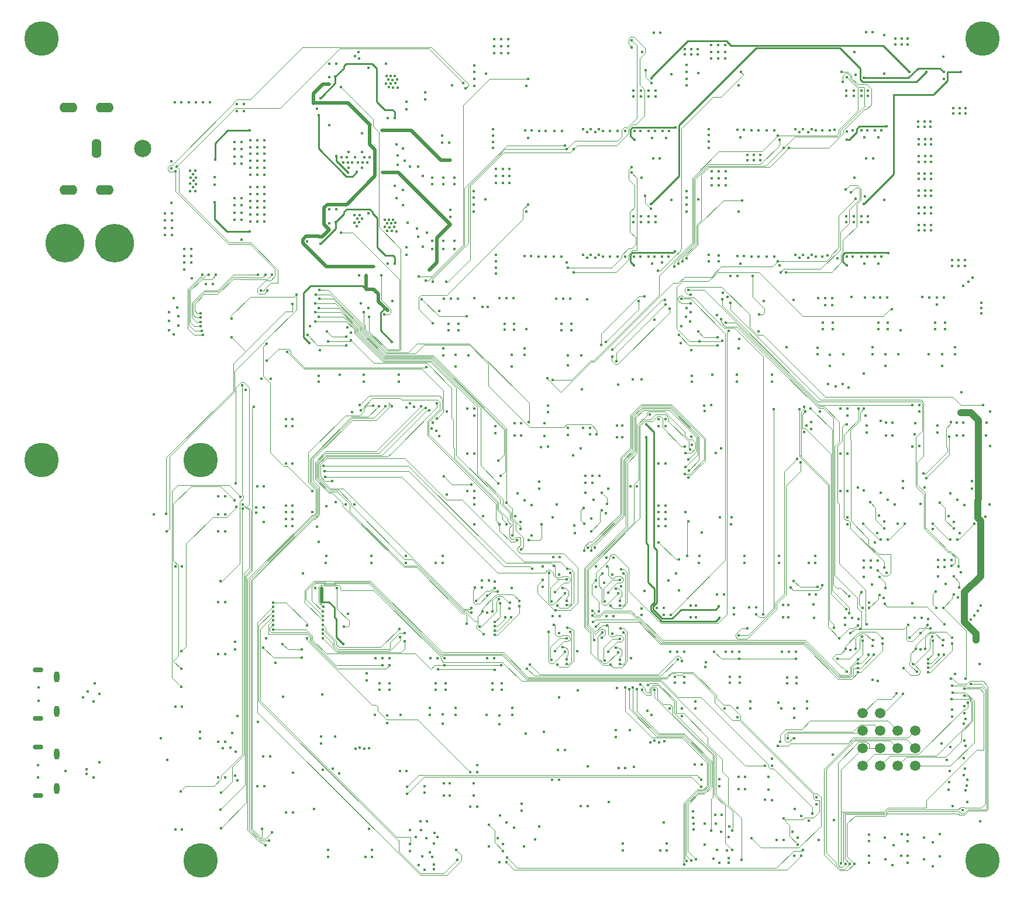
<source format=gbr>
%TF.GenerationSoftware,KiCad,Pcbnew,7.0.8*%
%TF.CreationDate,2024-02-26T22:00:31+02:00*%
%TF.ProjectId,ESLGSU,45534c47-5355-42e6-9b69-6361645f7063,rev?*%
%TF.SameCoordinates,Original*%
%TF.FileFunction,Copper,L3,Inr*%
%TF.FilePolarity,Positive*%
%FSLAX46Y46*%
G04 Gerber Fmt 4.6, Leading zero omitted, Abs format (unit mm)*
G04 Created by KiCad (PCBNEW 7.0.8) date 2024-02-26 22:00:31*
%MOMM*%
%LPD*%
G01*
G04 APERTURE LIST*
%TA.AperFunction,ComponentPad*%
%ADD10C,5.000000*%
%TD*%
%TA.AperFunction,ComponentPad*%
%ADD11C,1.500000*%
%TD*%
%TA.AperFunction,ComponentPad*%
%ADD12O,0.800000X1.600000*%
%TD*%
%TA.AperFunction,ComponentPad*%
%ADD13O,1.500000X0.750000*%
%TD*%
%TA.AperFunction,ComponentPad*%
%ADD14C,5.600000*%
%TD*%
%TA.AperFunction,ComponentPad*%
%ADD15C,2.500000*%
%TD*%
%TA.AperFunction,ComponentPad*%
%ADD16O,1.400000X2.800000*%
%TD*%
%TA.AperFunction,ComponentPad*%
%ADD17O,2.600000X1.400000*%
%TD*%
%TA.AperFunction,ViaPad*%
%ADD18C,0.450000*%
%TD*%
%TA.AperFunction,Conductor*%
%ADD19C,0.101600*%
%TD*%
%TA.AperFunction,Conductor*%
%ADD20C,0.508000*%
%TD*%
%TA.AperFunction,Conductor*%
%ADD21C,1.000000*%
%TD*%
%TA.AperFunction,Conductor*%
%ADD22C,0.254000*%
%TD*%
G04 APERTURE END LIST*
D10*
%TO.N,Net-(H1-Pad1)*%
%TO.C,H2*%
X216200000Y-37000000D03*
%TD*%
D11*
%TO.N,/I2C1_SDA*%
%TO.C,U93*%
X201415000Y-134683827D03*
%TO.N,/I2C1_SCL*%
X198875000Y-134683827D03*
%TO.N,/Misc_uC_Combined/PI_SS_MISC2*%
X206495000Y-137223827D03*
%TO.N,/PISPI_SCK*%
X203955000Y-137223827D03*
%TO.N,/PISPI_MOSI*%
X201415000Y-137223827D03*
%TO.N,/PISPI_MISO*%
X198875000Y-137223827D03*
%TO.N,/GPIO_8*%
X206483087Y-139740000D03*
%TO.N,/GPIO_7*%
X203943087Y-139740000D03*
%TO.N,/GPIO_6*%
X201403087Y-139740000D03*
%TO.N,/GPIO_5*%
X198863087Y-139740000D03*
%TO.N,/GPIO_4*%
X206495000Y-142280000D03*
%TO.N,/GPIO_3*%
X203955000Y-142280000D03*
%TO.N,/GPIO_2*%
X201415000Y-142280000D03*
%TO.N,/GPIO_1*%
X198875000Y-142280000D03*
%TD*%
D10*
%TO.N,GND*%
%TO.C,U72*%
X80000000Y-98000000D03*
X80000000Y-156000000D03*
X103000000Y-98000000D03*
X103000000Y-156000000D03*
%TD*%
D12*
%TO.N,GND*%
%TO.C,J5*%
X82170000Y-129430000D03*
X82170000Y-134430000D03*
D13*
X79470000Y-128405000D03*
X79470000Y-135455000D03*
%TD*%
D10*
%TO.N,Net-(H1-Pad1)*%
%TO.C,H1*%
X80000000Y-37000000D03*
%TD*%
D14*
%TO.N,/System_Power/VBAT*%
%TO.C,J2*%
X90545000Y-66580000D03*
%TO.N,GND*%
X83345000Y-66580000D03*
%TD*%
D15*
%TO.N,/System_Power/POWER_IN*%
%TO.C,J1*%
X94595000Y-52930000D03*
D16*
%TO.N,GND*%
X87945000Y-52930000D03*
D17*
X83895000Y-58930000D03*
X89095000Y-58930000D03*
X83895000Y-46930000D03*
X89095000Y-46930000D03*
%TD*%
D12*
%TO.N,GND*%
%TO.C,J7*%
X82170000Y-140580000D03*
X82170000Y-145580000D03*
D13*
X79470000Y-139555000D03*
X79470000Y-146605000D03*
%TD*%
D10*
%TO.N,Net-(H1-Pad1)*%
%TO.C,H3*%
X216200000Y-156000000D03*
%TD*%
D18*
%TO.N,/REG_CH2_EF*%
X127300000Y-75967500D03*
%TO.N,/Main_uC/VBUS*%
X202320000Y-114355000D03*
%TO.N,/EN_3V3_S2*%
X113375000Y-151925000D03*
%TO.N,/EN_3V3_S1*%
X111875000Y-151425000D03*
%TO.N,/EN_5V_S2*%
X112375000Y-153825000D03*
%TO.N,/EN_5V_S1*%
X112950000Y-153125000D03*
%TO.N,/EN_3V3_S2*%
X174275000Y-148900000D03*
%TO.N,/EN_3V3_S1*%
X174300000Y-149850000D03*
%TO.N,/EN_5V_S2*%
X174362500Y-150687500D03*
%TO.N,/EN_5V_S1*%
X174425000Y-151500000D03*
%TO.N,GND*%
X204400000Y-155300000D03*
%TO.N,/5V_S2*%
X209000000Y-156900000D03*
%TO.N,GND*%
X210000000Y-155400000D03*
X204500000Y-152200000D03*
X199800000Y-152300000D03*
X202100000Y-152700000D03*
%TO.N,/5V_S1*%
X203200000Y-156700000D03*
%TO.N,/EN_3V3_S1*%
X130700000Y-90200000D03*
%TO.N,/EN_3V3_S2*%
X129800000Y-90200000D03*
%TO.N,/EN_5V_S1*%
X128800000Y-90200000D03*
%TO.N,/EN_5V_S2*%
X128000000Y-90178400D03*
%TO.N,/3V3_S1*%
X203300000Y-153800000D03*
%TO.N,/3V3_S2*%
X209000000Y-153400000D03*
%TO.N,/BUS_5V*%
X154900000Y-132430000D03*
%TO.N,GND*%
X210012500Y-152240000D03*
%TO.N,/BUS_3V3*%
X199812500Y-153250000D03*
X205412500Y-153250000D03*
%TO.N,GND*%
X205412500Y-152250000D03*
X207712500Y-152750000D03*
%TO.N,/BUS_5V*%
X199812500Y-156350000D03*
%TO.N,GND*%
X199812500Y-155350000D03*
X202112500Y-155850000D03*
%TO.N,/BUS_5V*%
X205412500Y-156350000D03*
%TO.N,GND*%
X205412500Y-155350000D03*
X207712500Y-155850000D03*
%TO.N,/SYS_5V*%
X138000000Y-52000000D03*
X144600000Y-75800000D03*
X139195000Y-54580000D03*
X121645000Y-64667500D03*
X192320000Y-81730000D03*
X127545000Y-49480000D03*
X106535000Y-103255000D03*
X139000000Y-52000000D03*
X168310799Y-134930600D03*
X200320000Y-81705000D03*
X127095000Y-129930000D03*
X149877249Y-81805000D03*
X106535000Y-105855000D03*
X143800000Y-75800000D03*
X138127249Y-81830000D03*
X128095000Y-70030000D03*
X136224749Y-133935600D03*
X138000000Y-51000000D03*
X127095000Y-128930000D03*
X105535000Y-103255000D03*
X167710799Y-134330600D03*
X105535000Y-105855000D03*
X129245000Y-50280000D03*
X150110799Y-137630600D03*
X121620000Y-43580000D03*
%TO.N,GND*%
X201020000Y-112555000D03*
X79520000Y-132930000D03*
X138145000Y-67480000D03*
X160145000Y-68730000D03*
X148400000Y-79150000D03*
X212645000Y-117905000D03*
X180901564Y-143880600D03*
X79470000Y-142230000D03*
X196545000Y-50400000D03*
X202230000Y-94425000D03*
X99335000Y-133755000D03*
X199200000Y-59800000D03*
X159495000Y-50130000D03*
X127399749Y-151435600D03*
X211995000Y-47030000D03*
X212895000Y-47830000D03*
X88350000Y-131900000D03*
X171006564Y-125785600D03*
X169330000Y-98490000D03*
X107945000Y-62180000D03*
X121645000Y-63687500D03*
X146650000Y-130400000D03*
X165795000Y-50330000D03*
X148400000Y-78250000D03*
X107945000Y-60080000D03*
X159445000Y-68330000D03*
X135704549Y-152830800D03*
X166745000Y-62730000D03*
X139119749Y-144830600D03*
X105535000Y-108355000D03*
X136545000Y-57080000D03*
X169895000Y-50330000D03*
X211845000Y-69880000D03*
X108945000Y-60080000D03*
X168795000Y-50330000D03*
X199645000Y-44480000D03*
X195245000Y-68800000D03*
X173345000Y-61030000D03*
X134804549Y-150330800D03*
X122449749Y-138085600D03*
X154592700Y-104476000D03*
X145745000Y-69230000D03*
X154917964Y-123108407D03*
X167845000Y-62730000D03*
X173345000Y-59030000D03*
X213645000Y-69080000D03*
X113049749Y-140935600D03*
X213400000Y-92620000D03*
X106535000Y-118555000D03*
X198645000Y-62730000D03*
X140350000Y-78300000D03*
X130120000Y-48480000D03*
X179006564Y-125785600D03*
X163345000Y-68530000D03*
X126345000Y-55680000D03*
X209700000Y-93020000D03*
X143019749Y-143230600D03*
X138657500Y-103030000D03*
X111857500Y-86230000D03*
X212035000Y-106973600D03*
X79470000Y-143980000D03*
X163331564Y-130994350D03*
X128950000Y-130400000D03*
X197095000Y-125505000D03*
X173950000Y-119130000D03*
X201503600Y-102758800D03*
X172629053Y-78605200D03*
X190945000Y-50480000D03*
X161245000Y-68530000D03*
X107945000Y-55080000D03*
X212895000Y-47030000D03*
X197800000Y-42200000D03*
X144295000Y-42030000D03*
X193100000Y-79050000D03*
X115330000Y-98490000D03*
X142545000Y-61030000D03*
X103345000Y-46180000D03*
X97845000Y-62280000D03*
X97845000Y-65380000D03*
X173050000Y-129400000D03*
X178101564Y-144280600D03*
X196630000Y-102490000D03*
X149360300Y-107016000D03*
%TO.N,/5V_S1*%
X213607500Y-138680000D03*
%TO.N,GND*%
X136545000Y-66280000D03*
X173950000Y-120830000D03*
X166845000Y-57130000D03*
X83470000Y-143080000D03*
X186045000Y-50280000D03*
X197445000Y-50280000D03*
%TO.N,/5V_S2*%
X213607500Y-133680000D03*
%TO.N,GND*%
X151995000Y-50330000D03*
X149995000Y-50230000D03*
X190781564Y-133985600D03*
X115330000Y-93090000D03*
X176545000Y-51880000D03*
X108245000Y-47480000D03*
X179650000Y-129400000D03*
X196630000Y-90590000D03*
X145745000Y-68330000D03*
X105535000Y-143955000D03*
X135745000Y-65080000D03*
X192030000Y-112890000D03*
X181145000Y-51280000D03*
X135145000Y-56880000D03*
X160757500Y-100330000D03*
X135419749Y-145230600D03*
X153931564Y-144335600D03*
X166745000Y-63530000D03*
X173345000Y-62030000D03*
X197645000Y-57130000D03*
X112477364Y-123864800D03*
X115330000Y-106590000D03*
X206945000Y-61480000D03*
X186730000Y-112890000D03*
X119577364Y-116564800D03*
X144499749Y-126735600D03*
X199545000Y-68530000D03*
X171195000Y-42130000D03*
X168345000Y-69530000D03*
X181645000Y-50180000D03*
X145345000Y-50130000D03*
X181645000Y-68430000D03*
X163131564Y-137135600D03*
X201920000Y-117955000D03*
X161295000Y-50330000D03*
X133349749Y-154685600D03*
X155250000Y-78300000D03*
X181050000Y-129400000D03*
X170050000Y-119430000D03*
X163257500Y-93030000D03*
X121645000Y-61667500D03*
X208795000Y-54030000D03*
X138950000Y-79200000D03*
X190245000Y-68330000D03*
X168395000Y-51330000D03*
X101500000Y-58000000D03*
X203130000Y-92625000D03*
X138450000Y-131250000D03*
X154930000Y-114580000D03*
X193045000Y-68530000D03*
X132845000Y-67167500D03*
X106535000Y-108355000D03*
X187900000Y-130400000D03*
X130777500Y-74992500D03*
X167845000Y-68530000D03*
X132945000Y-63680000D03*
X119157500Y-105530000D03*
X182606564Y-133985600D03*
X112099749Y-140935600D03*
X125977500Y-71292500D03*
X170395000Y-51330000D03*
X181050000Y-130300000D03*
X101445000Y-56130000D03*
X168895000Y-45330000D03*
X196445000Y-62730000D03*
X199645000Y-63530000D03*
X213507500Y-136180000D03*
X187181564Y-125785600D03*
X194709564Y-150188800D03*
X121449749Y-155485600D03*
X196445000Y-44480000D03*
X196630000Y-97090000D03*
X212500000Y-92620000D03*
X161755000Y-112130000D03*
X201145000Y-51280000D03*
X98845000Y-62280000D03*
X148099749Y-134935600D03*
X192120000Y-117455000D03*
X131345000Y-60080000D03*
X144730000Y-115480000D03*
X98845000Y-65380000D03*
X201100000Y-79050000D03*
X126630000Y-85690000D03*
X171650000Y-130300000D03*
X206995000Y-54830000D03*
X127320000Y-41180000D03*
X137050000Y-130350000D03*
X150145000Y-62030000D03*
X135545000Y-44780000D03*
X189745000Y-50480000D03*
X171145000Y-60330000D03*
X108945000Y-54080000D03*
X170906564Y-133985600D03*
X199545000Y-50280000D03*
X145690000Y-93100000D03*
X126345000Y-50680000D03*
X179729053Y-71305200D03*
X132345000Y-58880000D03*
X187900000Y-129500000D03*
X111249749Y-145285600D03*
X173050000Y-130300000D03*
X108945000Y-63180000D03*
X180945000Y-43780000D03*
X105535000Y-126155000D03*
X178050000Y-69250000D03*
X113877364Y-127364800D03*
X108945000Y-52980000D03*
X180745000Y-68430000D03*
X115330000Y-92090000D03*
X156650000Y-78300000D03*
X148370149Y-151240400D03*
X107945000Y-54080000D03*
X130350000Y-131300000D03*
X145745000Y-70130000D03*
X173345000Y-60030000D03*
X97845000Y-63280000D03*
X192169564Y-146836000D03*
X204653200Y-101031600D03*
X188120000Y-119055000D03*
X138219749Y-144830600D03*
X139119749Y-146630600D03*
X211995000Y-47830000D03*
X197545000Y-62730000D03*
X107945000Y-61080000D03*
X142595000Y-42830000D03*
X213795000Y-47030000D03*
X194145000Y-50280000D03*
X150935100Y-104577600D03*
X113157500Y-86230000D03*
X196545000Y-68530000D03*
X132849749Y-143085600D03*
X154145000Y-68530000D03*
X217267400Y-104433600D03*
X145745000Y-71030000D03*
X132545000Y-54680000D03*
X197545000Y-63530000D03*
X144530000Y-120080000D03*
X98745000Y-60780000D03*
X169531564Y-154535600D03*
X176545000Y-50980000D03*
X199020000Y-114955000D03*
X181145000Y-69530000D03*
X210545000Y-39630000D03*
%TO.N,/3V3_S2*%
X213507500Y-143680000D03*
%TO.N,GND*%
X176545000Y-52780000D03*
X196630000Y-91590000D03*
X171815000Y-114430000D03*
X98845000Y-64380000D03*
X99092500Y-74605000D03*
X134545000Y-55480000D03*
X118445000Y-66330000D03*
X166180000Y-101790000D03*
X115349749Y-149085600D03*
X162655000Y-114630000D03*
X132730000Y-112890000D03*
X122645000Y-61667500D03*
X192045000Y-68530000D03*
X127849749Y-155485600D03*
X168845000Y-63530000D03*
X152520000Y-116380000D03*
X200020000Y-112555000D03*
X167845000Y-63530000D03*
X149945000Y-68430000D03*
X201545000Y-50280000D03*
X133345000Y-55480000D03*
X172529053Y-81105200D03*
X146795349Y-153678800D03*
X208420000Y-82705000D03*
X139745000Y-58080000D03*
X165230000Y-101790000D03*
X210420000Y-124880000D03*
X130350000Y-130400000D03*
X150395000Y-51330000D03*
X185730000Y-85690000D03*
X121130000Y-112890000D03*
X108945000Y-61080000D03*
X211577800Y-102808000D03*
X169330000Y-104590000D03*
X173345000Y-40780000D03*
X138145000Y-66280000D03*
X163257500Y-94730000D03*
X173345000Y-41780000D03*
X204020000Y-82705000D03*
X207220000Y-125480000D03*
X168845000Y-62730000D03*
X144245000Y-60230000D03*
X109245000Y-47480000D03*
X124377364Y-120264800D03*
X189145000Y-50080000D03*
X107945000Y-63180000D03*
X166795000Y-44530000D03*
X165695000Y-44530000D03*
X198645000Y-68530000D03*
X187320000Y-119055000D03*
X165695000Y-45330000D03*
X206995000Y-54030000D03*
X180220000Y-119425000D03*
X168895000Y-44530000D03*
X201100000Y-78150000D03*
X184945000Y-68530000D03*
X152027749Y-151138800D03*
X140350000Y-79200000D03*
X164495000Y-50330000D03*
X189745000Y-68730000D03*
X194800000Y-50200000D03*
X98845000Y-63280000D03*
X129820000Y-40580000D03*
X213795000Y-47830000D03*
X187081564Y-133985600D03*
X136324749Y-126735600D03*
X207030000Y-96025000D03*
X162131564Y-147585600D03*
X200645000Y-50280000D03*
X169800000Y-69400000D03*
X142545000Y-59030000D03*
X142545000Y-60030000D03*
X148490000Y-92700000D03*
X166895000Y-38930000D03*
X212220000Y-82705000D03*
X197545000Y-45280000D03*
X174130000Y-85790000D03*
X158345000Y-68330000D03*
X120277500Y-82092500D03*
X131545000Y-55280000D03*
X174029053Y-82105200D03*
X175045000Y-41980000D03*
X207895000Y-54030000D03*
X208795000Y-54830000D03*
X169845000Y-68530000D03*
X158395000Y-50130000D03*
X160645000Y-68330000D03*
X108945000Y-55080000D03*
X154017964Y-120608407D03*
X99335000Y-113455000D03*
X176545000Y-68330000D03*
X180630000Y-85690000D03*
X142630000Y-102490000D03*
X170795000Y-50330000D03*
X209350000Y-79050000D03*
X138450000Y-130350000D03*
X134345000Y-64480000D03*
X138219749Y-146630600D03*
X155731564Y-139985600D03*
X198645000Y-45280000D03*
X155245000Y-68530000D03*
X190245000Y-50080000D03*
X156157500Y-93400000D03*
X197445000Y-68530000D03*
X139745000Y-67480000D03*
X198645000Y-50280000D03*
X149390000Y-92700000D03*
X160695000Y-50130000D03*
X165645000Y-62730000D03*
X196445000Y-45280000D03*
X158757500Y-100330000D03*
X208520000Y-74505000D03*
X123130000Y-85690000D03*
X131730000Y-85690000D03*
X190945000Y-68730000D03*
X136224749Y-134935600D03*
X108945000Y-51980000D03*
X199020000Y-112555000D03*
X139924749Y-134935600D03*
X207895000Y-54830000D03*
X104345000Y-46180000D03*
X131545000Y-53880000D03*
X200420000Y-74505000D03*
X131345000Y-52280000D03*
X176545000Y-50080000D03*
X132820000Y-46080000D03*
X138127249Y-82830000D03*
X181730000Y-112890000D03*
X169330000Y-107590000D03*
X200295000Y-124905000D03*
X152995000Y-50330000D03*
X188120000Y-120755000D03*
X199345000Y-54330000D03*
X124445000Y-53380000D03*
X107945000Y-52980000D03*
X142630000Y-97090000D03*
X182745000Y-68530000D03*
X126345000Y-53380000D03*
X166645000Y-68530000D03*
X178750000Y-117530000D03*
X136545000Y-67480000D03*
X100335000Y-113455000D03*
X105535000Y-138855000D03*
X143019749Y-148230600D03*
X193045000Y-50280000D03*
X161657500Y-105730000D03*
X211845000Y-69080000D03*
X159757500Y-100330000D03*
X99092500Y-79805000D03*
X211745000Y-112505000D03*
X165745000Y-68530000D03*
X115330000Y-104590000D03*
X171650000Y-129400000D03*
X187320000Y-120755000D03*
X199645000Y-45280000D03*
X178386364Y-151880800D03*
X154881564Y-144335600D03*
X189145000Y-68330000D03*
X215857500Y-150330000D03*
X176545000Y-69230000D03*
X196445000Y-63530000D03*
X137050000Y-131250000D03*
X199145000Y-51280000D03*
X139445000Y-43780000D03*
X180745000Y-50180000D03*
X169330000Y-93090000D03*
X138657500Y-91030000D03*
X150195000Y-43830000D03*
X207193200Y-104384400D03*
X198645000Y-63530000D03*
X108945000Y-62180000D03*
X202500000Y-79050000D03*
X165570000Y-86330000D03*
X160195000Y-50530000D03*
X109245000Y-46480000D03*
X163395000Y-50330000D03*
X100245000Y-46180000D03*
X154195000Y-50330000D03*
X203130000Y-94425000D03*
X170081564Y-150485600D03*
X121620000Y-42600000D03*
X178050000Y-68350000D03*
X178906564Y-133985600D03*
X100335000Y-151555000D03*
X213400000Y-94420000D03*
X112199749Y-145285600D03*
X101550000Y-57150000D03*
X103812500Y-72505000D03*
X147000000Y-78250000D03*
X197645000Y-38880000D03*
X152052700Y-101123200D03*
X106535000Y-143955000D03*
X201145000Y-69530000D03*
X161742964Y-120658407D03*
X202500000Y-78150000D03*
X183745000Y-68530000D03*
X168545000Y-54330000D03*
X199145000Y-69530000D03*
X183420000Y-119355000D03*
X191030000Y-112890000D03*
X175531564Y-142135600D03*
X145345000Y-51930000D03*
X102345000Y-46180000D03*
X168745000Y-68530000D03*
X115330000Y-107590000D03*
X98745000Y-55780000D03*
X210750000Y-79050000D03*
X201545000Y-68530000D03*
X142595000Y-43830000D03*
X139745000Y-66280000D03*
X193100000Y-78150000D03*
X155295000Y-50330000D03*
X207845000Y-62280000D03*
X168057500Y-91430000D03*
X209745000Y-112505000D03*
X120449749Y-138085600D03*
X159357500Y-93330000D03*
X146338149Y-149513200D03*
X126849749Y-155485600D03*
X207030000Y-91025000D03*
X165645000Y-63530000D03*
X213645000Y-69880000D03*
X173345000Y-43780000D03*
X179650000Y-130300000D03*
X158031564Y-148135600D03*
X132820000Y-47180000D03*
X192670000Y-91030000D03*
X189300000Y-129500000D03*
X183745000Y-50280000D03*
X217300000Y-96020000D03*
X166850000Y-119500000D03*
X191445000Y-50080000D03*
X203535600Y-104486000D03*
X200645000Y-68530000D03*
X149877249Y-82805000D03*
X145345000Y-52830000D03*
X112180000Y-101790000D03*
X146650000Y-131300000D03*
X170745000Y-68530000D03*
X208745000Y-62280000D03*
X138030000Y-112890000D03*
X210750000Y-78150000D03*
X139745000Y-57080000D03*
X197545000Y-44480000D03*
X115330000Y-105590000D03*
X111230000Y-101790000D03*
X192420000Y-74530000D03*
X169330000Y-105590000D03*
X128224749Y-134935600D03*
X181801564Y-143880600D03*
X118877500Y-78592500D03*
X212745000Y-69880000D03*
X99245000Y-46180000D03*
X120649749Y-131944350D03*
X189019964Y-148563200D03*
X156650000Y-79200000D03*
X182745000Y-50280000D03*
X136545000Y-58080000D03*
X173220000Y-105530000D03*
X194500000Y-79050000D03*
X166870000Y-86330000D03*
X206945000Y-62280000D03*
X215757500Y-127530000D03*
X79520000Y-130930000D03*
X127730000Y-112890000D03*
X202230000Y-92625000D03*
X167895000Y-45330000D03*
X132845000Y-68267500D03*
X138145000Y-58080000D03*
X141827249Y-82830000D03*
X208745000Y-61480000D03*
X196295000Y-120905000D03*
X212195000Y-128980000D03*
X191445000Y-68330000D03*
X184945000Y-50280000D03*
X198645000Y-44480000D03*
X168595000Y-36130000D03*
X166695000Y-50330000D03*
X127345000Y-62267500D03*
X142595000Y-40830000D03*
X206420000Y-120880000D03*
X151945000Y-68530000D03*
X162245000Y-68530000D03*
X99335000Y-151555000D03*
X189477164Y-152728800D03*
X170531564Y-154535600D03*
X164057500Y-94730000D03*
X132345000Y-52880000D03*
X199430000Y-93025000D03*
X167895000Y-44530000D03*
X175045000Y-60230000D03*
X185701564Y-147280600D03*
X186045000Y-68530000D03*
X210745000Y-112505000D03*
X121645000Y-49480000D03*
X169330000Y-106590000D03*
X199645000Y-62730000D03*
X164131564Y-154535600D03*
X147000000Y-79150000D03*
X201945000Y-60330000D03*
X122620000Y-40580000D03*
X105535000Y-118555000D03*
X154030000Y-112080000D03*
X214727400Y-101080800D03*
X201945000Y-42080000D03*
X149390000Y-94500000D03*
X138227249Y-74630000D03*
X217300000Y-91020000D03*
X158995000Y-50530000D03*
X176031564Y-153735600D03*
X174606564Y-133985600D03*
X131145000Y-58280000D03*
X154781564Y-139985600D03*
X173345000Y-42780000D03*
X191051964Y-150290400D03*
X184529053Y-75005200D03*
X177486364Y-149380800D03*
X132345000Y-61080000D03*
X153290000Y-91100000D03*
X145250000Y-131300000D03*
X119850000Y-47150000D03*
X121620000Y-40580000D03*
X148903100Y-102850400D03*
X143730000Y-115480000D03*
X201960800Y-106924400D03*
X207420000Y-120880000D03*
X106535000Y-138855000D03*
X213609800Y-104535200D03*
X180901564Y-145680600D03*
X213745000Y-145880000D03*
X180945000Y-62030000D03*
X164445000Y-68530000D03*
X149487749Y-147786000D03*
X145250000Y-130400000D03*
X142630000Y-91590000D03*
X101524167Y-59030869D03*
X177130000Y-85690000D03*
X138145000Y-57080000D03*
X209350000Y-78150000D03*
X148490000Y-94500000D03*
X119449749Y-148535600D03*
X181801564Y-145680600D03*
X138950000Y-78300000D03*
X101959725Y-57583433D03*
X97845000Y-64380000D03*
X158757500Y-102730000D03*
X192045000Y-50280000D03*
X165131564Y-137135600D03*
X162295000Y-50330000D03*
X162642964Y-123158407D03*
X164057500Y-93030000D03*
%TO.N,/3V3_S1*%
X213357500Y-148730000D03*
%TO.N,GND*%
X207845000Y-61480000D03*
X212500000Y-94420000D03*
X199345000Y-36080000D03*
X212745000Y-69080000D03*
X160270000Y-116430000D03*
X100335000Y-133755000D03*
X142545000Y-62030000D03*
X142630000Y-90590000D03*
X107945000Y-51980000D03*
X135145000Y-67080000D03*
X142595000Y-41830000D03*
X193800000Y-68400000D03*
X117842500Y-114480000D03*
X175130000Y-112890000D03*
X150845000Y-68430000D03*
X146277249Y-74605000D03*
X192320000Y-82730000D03*
X130145000Y-69567500D03*
X154527249Y-74630000D03*
X158127249Y-82830000D03*
X152945000Y-68530000D03*
X158945000Y-68730000D03*
X147730000Y-119480000D03*
X101345000Y-46180000D03*
X145345000Y-51030000D03*
X196020000Y-82730000D03*
X128324749Y-126735600D03*
X98745000Y-54780000D03*
X131924749Y-134935600D03*
X167895000Y-50330000D03*
X194500000Y-78150000D03*
X189300000Y-130400000D03*
X137030000Y-112890000D03*
X197295000Y-120905000D03*
X144399749Y-134935600D03*
X185701564Y-142280600D03*
X124445000Y-55680000D03*
X200320000Y-82705000D03*
X213507500Y-141180000D03*
X150895000Y-50230000D03*
X174750000Y-120830000D03*
X106535000Y-126155000D03*
X128950000Y-131300000D03*
X134545000Y-65680000D03*
X120130000Y-85790000D03*
X174750000Y-119130000D03*
X155250000Y-79200000D03*
X166795000Y-45330000D03*
X153290000Y-96100000D03*
X209745000Y-114905000D03*
X108245000Y-46480000D03*
X169330000Y-92090000D03*
%TO.N,/System_Power/POWER_IN*%
X126445000Y-54880000D03*
X127145000Y-54880000D03*
X125816497Y-54880000D03*
X125995000Y-39830000D03*
X125895000Y-38880000D03*
X125345000Y-39480000D03*
%TO.N,/BUS_3V3*%
X213095000Y-91130000D03*
X212220000Y-81705000D03*
X216000000Y-76800000D03*
X207795000Y-49780000D03*
X148099749Y-133935600D03*
X216000000Y-75200000D03*
X174945000Y-39280000D03*
X173145000Y-38480000D03*
X174045000Y-38480000D03*
X207795000Y-48980000D03*
X173145000Y-39280000D03*
X216000000Y-76000000D03*
X206895000Y-48980000D03*
X215245000Y-124130000D03*
X208695000Y-48980000D03*
X190781564Y-132985600D03*
X174045000Y-39280000D03*
X174945000Y-38480000D03*
X208695000Y-49780000D03*
X206895000Y-49780000D03*
X194495000Y-140730000D03*
%TO.N,/Fixed_Regulators/SCL_3V3*%
X136600000Y-72200000D03*
X98400000Y-79200000D03*
X156000000Y-53000000D03*
X165400000Y-37200000D03*
%TO.N,/Fixed_Regulators/SDA_3V3*%
X138600000Y-72200000D03*
X99800000Y-78505000D03*
X165400000Y-38200000D03*
X157000000Y-53000000D03*
%TO.N,/BUS_UNREG*%
X146745000Y-55880000D03*
X146745000Y-57880000D03*
X208795000Y-58980000D03*
X146545000Y-39080000D03*
X176945000Y-38880000D03*
X206995000Y-58980000D03*
X178000000Y-58200000D03*
X145545000Y-38080000D03*
X176945000Y-37880000D03*
X177945000Y-38880000D03*
X178000000Y-57200000D03*
X207845000Y-56530000D03*
X177000000Y-58200000D03*
X208795000Y-59780000D03*
X206995000Y-59780000D03*
X178945000Y-39880000D03*
X177945000Y-39880000D03*
X177000000Y-56200000D03*
X178945000Y-38880000D03*
X145745000Y-55880000D03*
X207895000Y-58980000D03*
X206945000Y-57330000D03*
X206945000Y-56530000D03*
X147545000Y-37080000D03*
X146745000Y-56880000D03*
X147745000Y-55880000D03*
X146545000Y-38080000D03*
X145745000Y-56880000D03*
X145745000Y-57880000D03*
X146545000Y-37080000D03*
X178000000Y-56200000D03*
X179000000Y-57200000D03*
X207845000Y-57330000D03*
X145545000Y-39080000D03*
X147545000Y-38080000D03*
X179000000Y-56200000D03*
X208745000Y-56530000D03*
X207895000Y-59780000D03*
X177000000Y-57200000D03*
X178945000Y-37880000D03*
X147745000Y-56880000D03*
X177945000Y-37880000D03*
X179000000Y-58200000D03*
X208745000Y-57330000D03*
X145545000Y-37080000D03*
X147545000Y-39080000D03*
X147745000Y-57880000D03*
X176945000Y-39880000D03*
%TO.N,/BUS_5V*%
X206995000Y-51530000D03*
X182200000Y-53800000D03*
X214800000Y-71600000D03*
X208795000Y-51530000D03*
X213400000Y-72800000D03*
X176117339Y-128027661D03*
X184000000Y-53800000D03*
X176145000Y-127290000D03*
X183100000Y-54600000D03*
X208795000Y-52330000D03*
X207895000Y-51530000D03*
X182606564Y-132985600D03*
X199025000Y-85460000D03*
X182200000Y-54600000D03*
X204335775Y-79235775D03*
X206995000Y-52330000D03*
X207895000Y-52330000D03*
X183100000Y-53800000D03*
X184000000Y-54600000D03*
X214200000Y-72200000D03*
X139924749Y-133935600D03*
%TO.N,/SYS_3V3*%
X200345000Y-54330000D03*
X197245000Y-74355000D03*
X158995000Y-74755000D03*
X209620000Y-74505000D03*
X142595000Y-74530000D03*
X183787053Y-79405200D03*
X123635364Y-124664800D03*
X140227249Y-74630000D03*
X126977500Y-71292500D03*
X145499749Y-126735600D03*
X130324749Y-126735600D03*
X180729053Y-71305200D03*
X155527249Y-74630000D03*
X172006564Y-125785600D03*
X139200000Y-62800000D03*
X169495000Y-54330000D03*
X139227249Y-74630000D03*
X120577364Y-116564800D03*
X210595000Y-42830000D03*
X189181564Y-125785600D03*
X135545000Y-45780000D03*
X136145000Y-70480000D03*
X129324749Y-126735600D03*
X201420000Y-74505000D03*
X207520000Y-74430000D03*
X137324749Y-126735600D03*
X173006564Y-125785600D03*
X147277249Y-74605000D03*
X139200000Y-61800000D03*
X200295000Y-36080000D03*
X156527249Y-74630000D03*
X104795000Y-72555000D03*
X169595000Y-36130000D03*
X138324749Y-126735600D03*
X96235000Y-105855000D03*
X181006564Y-125785600D03*
X108900000Y-66100000D03*
X180006564Y-125785600D03*
X148277249Y-74605000D03*
X188181564Y-125785600D03*
X130700000Y-80900000D03*
X101700000Y-71700000D03*
X193420000Y-74530000D03*
X130065000Y-76380000D03*
X194420000Y-74530000D03*
X129345000Y-56380000D03*
X118777500Y-81092500D03*
X210620000Y-74505000D03*
X174606564Y-132985600D03*
X202420000Y-74505000D03*
X186663114Y-133125600D03*
X139145000Y-63880000D03*
%TO.N,/BUS_CH1*%
X203600000Y-37800000D03*
X206945000Y-63980000D03*
X204500000Y-37800000D03*
X208745000Y-64780000D03*
X205400000Y-37800000D03*
X206945000Y-64780000D03*
X208745000Y-63980000D03*
X202000000Y-36450000D03*
X205400000Y-37000000D03*
X204500000Y-37000000D03*
X207845000Y-64780000D03*
X207845000Y-63980000D03*
X203600000Y-37000000D03*
%TO.N,/Fixed_Regulators/INT_3V3*%
X135600000Y-72000000D03*
X155718925Y-52437850D03*
X98455000Y-77855000D03*
%TO.N,/Fixed_Regulators/INT_5V*%
X99600000Y-75905000D03*
X156000000Y-69400000D03*
%TO.N,/Fixed_Regulators/SCL_5V*%
X99800000Y-77205000D03*
X165400000Y-55600000D03*
X156200000Y-70200000D03*
%TO.N,/Fixed_Regulators/SDA_5V*%
X165400000Y-56400000D03*
X98400000Y-76600000D03*
X157000000Y-70800000D03*
%TO.N,/Programmable_Regulators/INT_CH1*%
X103245000Y-71180000D03*
X171600000Y-70000000D03*
X186800000Y-51600000D03*
X103345000Y-79880000D03*
%TO.N,/Programmable_Regulators/SCL_CH1*%
X105245000Y-71180000D03*
X187400000Y-52800000D03*
X196000000Y-43200000D03*
X172200000Y-69600000D03*
X161000000Y-81300000D03*
X102995000Y-78630000D03*
X167300000Y-74300000D03*
%TO.N,/Programmable_Regulators/SDA_CH1*%
X104195000Y-71180000D03*
X172800000Y-69200000D03*
X166400000Y-75000000D03*
X195800000Y-41800000D03*
X161700000Y-80900000D03*
X188200000Y-52800000D03*
X103145000Y-79280000D03*
%TO.N,/Programmable_Regulators/INT_CH2*%
X102995000Y-78001497D03*
X170200000Y-74800000D03*
X111345000Y-71180000D03*
X162600000Y-82000000D03*
X186800000Y-69800000D03*
%TO.N,/Programmable_Regulators/SCL_CH2*%
X163200000Y-83700000D03*
X113345000Y-71180000D03*
X197200000Y-59200000D03*
X187000000Y-70800000D03*
X170300000Y-75500000D03*
X102995000Y-76730000D03*
%TO.N,/Programmable_Regulators/SDA_CH2*%
X162650000Y-83050000D03*
X102995000Y-77372994D03*
X112395000Y-71180000D03*
X196400000Y-58800000D03*
X187800000Y-70800000D03*
X170900000Y-76100000D03*
%TO.N,/System_Power/VBAT*%
X125969495Y-63587654D03*
X125666197Y-63037176D03*
X126345000Y-63030000D03*
X125295000Y-62530000D03*
X101645000Y-68430000D03*
X100645000Y-68430000D03*
X100645000Y-67430000D03*
X101645000Y-69380000D03*
X123645000Y-54880000D03*
X100645000Y-69380000D03*
X124973503Y-54880000D03*
X101645000Y-67430000D03*
X125645000Y-64180000D03*
X124345000Y-54880000D03*
X126045000Y-62530000D03*
X125295000Y-63630000D03*
X100645000Y-70380000D03*
%TO.N,/Main_uC/VBUS*%
X160255000Y-113440000D03*
X194145000Y-84380000D03*
X200020000Y-113555000D03*
X200178600Y-116013600D03*
X210745000Y-113505000D03*
X177750000Y-117530000D03*
X207795000Y-101955000D03*
X210895000Y-115980000D03*
X213045000Y-114305000D03*
X182420000Y-119355000D03*
X169050000Y-119430000D03*
X216657800Y-106262400D03*
X162742964Y-120658407D03*
X212552600Y-103812000D03*
X194120000Y-82755000D03*
X204653200Y-102098400D03*
X214727400Y-102147600D03*
X208345000Y-121029890D03*
X191120000Y-117455000D03*
X162755000Y-112130000D03*
X198219890Y-121054890D03*
X202478400Y-103762800D03*
%TO.N,/Main_uC/CAN1_TX*%
X201445000Y-92380000D03*
X175895000Y-90180000D03*
%TO.N,/Main_uC/CAN1_RX*%
X199295000Y-91580000D03*
X176945000Y-90080000D03*
%TO.N,/Main_uC/CAN1_SE*%
X173595000Y-73380000D03*
X206020000Y-90025000D03*
%TO.N,/Main_uC/RS4851_TXE*%
X170050000Y-120430000D03*
X167245000Y-116970000D03*
%TO.N,/Main_uC/UART1_REV*%
X201045000Y-114060000D03*
X199015000Y-90590000D03*
X179295000Y-74380000D03*
%TO.N,/Main_uC/UART1_nEN*%
X201995000Y-113580000D03*
X178595000Y-73830000D03*
X198295000Y-90530000D03*
%TO.N,/Main_uC/SPI1_nEN*%
X196585000Y-92810000D03*
X187825000Y-81700000D03*
X199485000Y-121770000D03*
X177795000Y-76980000D03*
%TO.N,/Main_uC/I2C1_nPEN*%
X194995000Y-87380000D03*
X173995000Y-76630000D03*
%TO.N,/Main_uC/I2C1_EN*%
X201960800Y-107889600D03*
X199928800Y-104128400D03*
X173345000Y-75980000D03*
X193895000Y-87030000D03*
%TO.N,/Main_uC/_GPIO_5*%
X160065000Y-110710000D03*
X161855000Y-113430000D03*
X162055000Y-117230000D03*
X173195000Y-99030000D03*
%TO.N,/Main_uC/_GPIO_6*%
X161414200Y-115830000D03*
X159586370Y-111117344D03*
X173695000Y-99530000D03*
%TO.N,/Main_uC/_GPIO_7*%
X173145000Y-100030000D03*
X161555000Y-118530000D03*
X163731638Y-115368936D03*
X159075000Y-110700000D03*
%TO.N,/Main_uC/_GPIO_8*%
X173645000Y-100530000D03*
X162355000Y-119130000D03*
X163855000Y-113830000D03*
X158515000Y-111180000D03*
%TO.N,/Main_uC/_GPIO_1*%
X173145000Y-96030000D03*
X162042964Y-125758407D03*
X161842964Y-121958407D03*
%TO.N,/Main_uC/_GPIO_2*%
X173845000Y-96530000D03*
X161125000Y-123730000D03*
%TO.N,/Main_uC/_GPIO_3*%
X163719602Y-123897343D03*
X173195000Y-97030000D03*
X159985000Y-124110000D03*
X161542964Y-127058407D03*
%TO.N,/Main_uC/_GPIO_4*%
X163842964Y-122358407D03*
X162342964Y-127658407D03*
X173600000Y-97900000D03*
%TO.N,/Main_uC/_SPI1_MOSI*%
X195495000Y-123805000D03*
X198159137Y-121958890D03*
X189695000Y-90630000D03*
%TO.N,/Main_uC/_SPI1_SCK*%
X196445000Y-119580000D03*
X198771740Y-123588702D03*
X195232500Y-126842500D03*
X190595000Y-91030000D03*
%TO.N,/Main_uC/_SPI1_NSS*%
X196899800Y-120175200D03*
X191345000Y-90530000D03*
%TO.N,/Main_uC/_SPI1_MISO*%
X196595000Y-128705000D03*
X190345000Y-90330000D03*
X194745000Y-122280000D03*
X201695000Y-123805000D03*
X196395000Y-125405000D03*
%TO.N,/Main_uC/_UART1_TX*%
X169345000Y-109930000D03*
X172295000Y-112430000D03*
%TO.N,/Main_uC/_UART1_RX*%
X198720000Y-117155000D03*
X198820000Y-119455000D03*
%TO.N,/Main_uC/_I2C1_SCL*%
X178395000Y-96330000D03*
X200995000Y-108580000D03*
%TO.N,/Main_uC/_I2C1_SDA*%
X198912800Y-107231200D03*
X201452800Y-109515200D03*
X177595000Y-97030000D03*
%TO.N,/Misc_uC_Combined/M1SUB3V3*%
X159031564Y-148135600D03*
X163131564Y-138135600D03*
X188715164Y-151865200D03*
X157631564Y-131335600D03*
X184731564Y-147235600D03*
X188931564Y-135335600D03*
X174531564Y-142135600D03*
X164131564Y-153535600D03*
X188931564Y-134035600D03*
X159031564Y-142385600D03*
X170531564Y-153535600D03*
%TO.N,/Misc_uC_Combined/M1SUB5V*%
X180731564Y-133935600D03*
X185701564Y-141280600D03*
X180731564Y-135230000D03*
X178101564Y-145280600D03*
%TO.N,/Misc_uC_Combined/M1VBUS*%
X189994764Y-149567200D03*
X192169564Y-147902800D03*
X178486364Y-149380800D03*
X172731564Y-134035600D03*
X175986364Y-150690800D03*
X172731564Y-135135600D03*
%TO.N,/Misc_uC_Combined/Misc_uCs/SUB3V3*%
X114949749Y-132285600D03*
X121449749Y-154485600D03*
X146249749Y-136285600D03*
X146033349Y-152815200D03*
X116349749Y-149085600D03*
X127849749Y-154485600D03*
X146249749Y-134985600D03*
X142049749Y-148185600D03*
X131849749Y-143085600D03*
X116349749Y-143335600D03*
X120449749Y-139085600D03*
%TO.N,/Misc_uC_Combined/Misc_uCs/SUB5V*%
X135419749Y-146230600D03*
X138049749Y-136180000D03*
X138049749Y-134885600D03*
X143019749Y-142230600D03*
%TO.N,/Misc_uC_Combined/Misc_uCs/VBUS*%
X151418149Y-152967600D03*
X133304549Y-151640800D03*
X130049749Y-136085600D03*
X149487749Y-148852800D03*
X147312949Y-150517200D03*
X130049749Y-134985600D03*
X135804549Y-150330800D03*
%TO.N,/Main_uC/SUB3V3*%
X185730000Y-86690000D03*
X196295000Y-121905000D03*
X210345000Y-84380000D03*
X199020000Y-113555000D03*
X206045000Y-118780000D03*
X201198800Y-106060800D03*
X180220000Y-120405000D03*
X195630000Y-90590000D03*
X211273000Y-106110000D03*
X206020000Y-96030000D03*
X195630000Y-102490000D03*
X170330000Y-106590000D03*
X170330000Y-92090000D03*
X174130000Y-86690000D03*
X195630000Y-97090000D03*
X168670000Y-77705000D03*
X210345000Y-82680000D03*
X166850000Y-120480000D03*
X181730000Y-111890000D03*
X170330000Y-107590000D03*
X170330000Y-105590000D03*
X170330000Y-98490000D03*
X170330000Y-93090000D03*
X186730000Y-111890000D03*
X209745000Y-113505000D03*
X180630000Y-86690000D03*
X175230000Y-111890000D03*
X170330000Y-104590000D03*
X192030000Y-111890000D03*
%TO.N,/Main_uC/SUB5V*%
X202145000Y-82705000D03*
X209700000Y-94020000D03*
X213170000Y-88155000D03*
X202145000Y-84380000D03*
X207030000Y-90025000D03*
X199430000Y-94025000D03*
%TO.N,/EPS_uC/SUB3V3*%
X116330000Y-98490000D03*
X141630000Y-97090000D03*
X148598300Y-106152400D03*
X116330000Y-107590000D03*
X142630000Y-103490000D03*
X126630000Y-86690000D03*
X116330000Y-106590000D03*
X156220000Y-84330000D03*
X121230000Y-111890000D03*
X131730000Y-86690000D03*
X156220000Y-82830000D03*
X143730000Y-116480000D03*
X138030000Y-111890000D03*
X158757500Y-101330000D03*
X142630000Y-104490000D03*
X152295000Y-96130000D03*
X116330000Y-105590000D03*
X127730000Y-111890000D03*
X156157500Y-94380000D03*
X120130000Y-86690000D03*
X116330000Y-93090000D03*
X116330000Y-92090000D03*
X141630000Y-102490000D03*
X116330000Y-104590000D03*
X141630000Y-90590000D03*
X132730000Y-111890000D03*
%TO.N,/EPS_uC/SUB5V*%
X145690000Y-94100000D03*
X148020000Y-82780000D03*
X153290000Y-90100000D03*
X148020000Y-84430000D03*
%TO.N,/EPS_uC/VBUS*%
X159916100Y-103788600D03*
X155017964Y-120608407D03*
X155030000Y-112080000D03*
X159757500Y-101330000D03*
X158215000Y-87790000D03*
X149877900Y-103854400D03*
X139945000Y-84505000D03*
X152530000Y-113390000D03*
X162057500Y-102130000D03*
X158357500Y-93330000D03*
X153983100Y-106304800D03*
X145634000Y-115629890D03*
X139920000Y-82805000D03*
X152052700Y-102190000D03*
%TO.N,/Misc_uC_Combined/PI_nRST_MISC2*%
X152738682Y-137358483D03*
X97270000Y-138305000D03*
%TO.N,/Misc_uC_Combined/PI_nRST_MISC1*%
X108345000Y-135080000D03*
X111310799Y-135930600D03*
%TO.N,/Main_uC/USB_VBUS*%
X87645000Y-130330000D03*
X190395000Y-93930000D03*
%TO.N,/Main_uC/USB_D-*%
X190745000Y-93030000D03*
X86695000Y-131550000D03*
%TO.N,/Main_uC/USB_D+*%
X86000000Y-132380000D03*
X191395000Y-92530000D03*
%TO.N,/Main_uC/USB_ID*%
X87545000Y-132980000D03*
X191395000Y-93530000D03*
%TO.N,/Main_uC/nRST*%
X163495000Y-87130000D03*
X109545000Y-87830000D03*
%TO.N,/EPS_uC/USB_VBUS*%
X88345000Y-141780000D03*
X137545000Y-94580000D03*
%TO.N,/EPS_uC/USB_D-*%
X136495000Y-93430000D03*
X86495000Y-142830000D03*
%TO.N,/EPS_uC/USB_D+*%
X86495000Y-143480000D03*
X136595000Y-92580000D03*
%TO.N,/EPS_uC/USB_ID*%
X137145000Y-93780000D03*
X87495000Y-144030000D03*
%TO.N,/EPS_uC/nRST*%
X108095000Y-101380000D03*
X105895000Y-148630000D03*
X112570000Y-81130000D03*
X119195000Y-102530000D03*
%TO.N,/EPS_uC/SWDIO*%
X115557500Y-82390000D03*
X137195000Y-92030000D03*
%TO.N,/EPS_uC/SWCLK*%
X112557500Y-83660000D03*
X135682500Y-84567500D03*
%TO.N,/CAN1_L*%
X206420000Y-94255000D03*
X142510799Y-146630600D03*
X185210799Y-145730600D03*
X214495000Y-121130000D03*
X152770000Y-94505000D03*
X211870000Y-148180000D03*
%TO.N,/CAN1_H*%
X185210799Y-143930600D03*
X214045000Y-147580000D03*
X215045000Y-120530000D03*
X152770000Y-92705000D03*
X142510799Y-144830600D03*
X206495000Y-92680000D03*
%TO.N,/CAN2_L*%
X215545000Y-119880000D03*
X216745000Y-94480000D03*
%TO.N,/CAN2_H*%
X215995000Y-119080000D03*
X216795000Y-92580000D03*
%TO.N,/RS4851_A*%
X167520000Y-94705000D03*
X178095000Y-120855000D03*
X211270000Y-145805000D03*
%TO.N,/RS4851_B*%
X213945000Y-145180000D03*
X167495000Y-92855000D03*
X178020000Y-119205000D03*
%TO.N,/RS4852_A*%
X211345000Y-144705000D03*
X191795000Y-120855000D03*
%TO.N,/RS4852_B*%
X213995000Y-144305000D03*
X191770000Y-118955000D03*
%TO.N,/UART1_TX*%
X170745000Y-115480000D03*
X199820000Y-118705000D03*
X159557500Y-106480000D03*
X112120000Y-104870000D03*
X211445000Y-143030000D03*
%TO.N,/UART1_RX*%
X112195000Y-107030000D03*
X201320000Y-117555000D03*
X161057500Y-105330000D03*
X213645000Y-142730000D03*
X159545000Y-108330000D03*
X199820000Y-119455000D03*
X172245000Y-116880000D03*
%TO.N,/UART2_RX*%
X213795000Y-129680000D03*
X212045000Y-117505000D03*
X210545000Y-119405000D03*
%TO.N,/I2C1_SCL*%
X147410799Y-155630600D03*
X190250000Y-154500000D03*
X203800000Y-131800000D03*
X211045000Y-141480000D03*
X203942000Y-107233200D03*
X150895000Y-108980000D03*
%TO.N,/I2C1_SDA*%
X202495000Y-109530000D03*
X204958000Y-107229200D03*
X149792549Y-153983600D03*
X192474364Y-153033600D03*
X200645000Y-109980000D03*
X204700000Y-131900000D03*
X189985164Y-155314000D03*
X147303349Y-156264000D03*
X152357500Y-107320800D03*
X150545000Y-109601200D03*
X210245000Y-139080000D03*
%TO.N,/I2C2_SCL*%
X212945000Y-108580000D03*
X211545000Y-139580000D03*
%TO.N,/I2C2_SDA*%
X212543000Y-109558800D03*
X213795000Y-139430000D03*
X215032200Y-107278400D03*
%TO.N,/SPI1_MISO*%
X198195000Y-128762006D03*
X160245000Y-122130000D03*
X145630000Y-123337006D03*
X149130000Y-119180000D03*
X201695000Y-124605000D03*
%TO.N,/SPI1_MOSI*%
X198195000Y-126876497D03*
X145630000Y-121451497D03*
X159695000Y-119880000D03*
X146330000Y-118780000D03*
X198895000Y-124205000D03*
%TO.N,/SPI1_SCK*%
X199695000Y-126205000D03*
X200295000Y-129880000D03*
X159695000Y-120530000D03*
X198195000Y-127505000D03*
X147130000Y-120780000D03*
X145630000Y-122080000D03*
%TO.N,/SPI1_NSS*%
X200495000Y-126205000D03*
X145630000Y-122708503D03*
X147930000Y-120780000D03*
X201095000Y-129980000D03*
X159795000Y-121480000D03*
X198195000Y-128133503D03*
%TO.N,/SPI2_MISO*%
X211820000Y-124580000D03*
X213745000Y-135530000D03*
X208320000Y-128737006D03*
%TO.N,/SPI2_MOSI*%
X211795000Y-135180000D03*
X209020000Y-124180000D03*
X208320000Y-126851497D03*
%TO.N,/SPI2_NSS*%
X213595000Y-134680000D03*
X208320000Y-128108503D03*
X210620000Y-126180000D03*
%TO.N,/SPI2_SCK*%
X208320000Y-127480000D03*
X209820000Y-126180000D03*
X211795000Y-134180000D03*
%TO.N,/GPIO_1*%
X174695000Y-155880000D03*
X161142964Y-122958407D03*
X166145000Y-131230000D03*
X136504549Y-155530800D03*
X214070000Y-133155000D03*
X134204549Y-152630800D03*
X163442964Y-125858407D03*
X155717964Y-125808407D03*
X153417964Y-122908407D03*
%TO.N,/GPIO_2*%
X211695000Y-132680000D03*
X165295000Y-126680000D03*
X174076635Y-155992430D03*
X157545000Y-125680000D03*
X165590693Y-130918175D03*
%TO.N,/GPIO_3*%
X173395000Y-156080000D03*
X163142964Y-125158407D03*
X213545000Y-132155000D03*
X136804549Y-156630800D03*
X163742964Y-126958407D03*
X155417964Y-125108407D03*
X165045000Y-131230000D03*
X136204549Y-154830800D03*
X156017964Y-126908407D03*
%TO.N,/GPIO_4*%
X211870000Y-131680000D03*
X173009137Y-156576110D03*
X156017964Y-127536910D03*
X156517964Y-122908407D03*
X163742964Y-127586910D03*
X136804549Y-157259303D03*
X137304549Y-152630800D03*
X164445000Y-130980000D03*
X164242964Y-122958407D03*
%TO.N,/GPIO_5*%
X155730000Y-117280000D03*
X168695000Y-131280000D03*
X213545000Y-131155000D03*
X179186364Y-154580800D03*
X161155000Y-114430000D03*
X163455000Y-117330000D03*
X153430000Y-114380000D03*
X176886364Y-151680800D03*
X195720000Y-156455000D03*
%TO.N,/GPIO_6*%
X163895000Y-116280000D03*
X211845000Y-130680000D03*
X167795000Y-130580000D03*
X181345000Y-155930000D03*
X196370000Y-156480000D03*
%TO.N,/GPIO_7*%
X179486364Y-155680800D03*
X156030000Y-118380000D03*
X197020000Y-156480000D03*
X180000000Y-154500000D03*
X163155000Y-116630000D03*
X155430000Y-116580000D03*
X166895000Y-131280000D03*
X214495000Y-130480000D03*
X163755000Y-118430000D03*
%TO.N,/GPIO_8*%
X156030000Y-119008503D03*
X179486364Y-156309303D03*
X179986364Y-151680800D03*
X197670000Y-156480000D03*
X156530000Y-114380000D03*
X166695000Y-130530000D03*
X163755000Y-119058503D03*
X164255000Y-114430000D03*
X211645000Y-129705000D03*
%TO.N,/REG_3V3_EF*%
X134600000Y-71400000D03*
X150400000Y-42800000D03*
%TO.N,/REG_5V_EF*%
X150400000Y-61000000D03*
X136600000Y-78200000D03*
%TO.N,/REG_CH1_EF*%
X126200000Y-75317500D03*
X169200000Y-70600000D03*
X181200000Y-41800000D03*
%TO.N,/REG_CH2_EF*%
X173400000Y-68800000D03*
X181400000Y-60400000D03*
%TO.N,/Misc_uC_Combined/PI_BOOTLDR_MISC2*%
X98220000Y-141430000D03*
X163510799Y-142630600D03*
%TO.N,/Misc_uC_Combined/UC2_CANSE*%
X184691564Y-142280600D03*
X120781564Y-119289800D03*
%TO.N,/Misc_uC_Combined/UC2_NVSYS*%
X132581564Y-124260600D03*
X120681564Y-123839800D03*
%TO.N,/Misc_uC_Combined/UC2_NVBUS*%
X120677364Y-123189800D03*
X131881564Y-123660600D03*
X189181564Y-126785600D03*
X177381564Y-125760600D03*
X180981564Y-126785600D03*
%TO.N,/PISER_RX*%
X188400000Y-116500000D03*
X108345000Y-144405000D03*
X175510799Y-145330600D03*
X132910799Y-146330600D03*
X196640000Y-107290000D03*
X142640000Y-107290000D03*
X193000000Y-116100000D03*
X111095000Y-105630000D03*
%TO.N,/PISER_TX*%
X196640000Y-106290000D03*
X143945000Y-106180000D03*
X107995000Y-143705000D03*
X175510799Y-144330600D03*
X111095000Y-104880000D03*
X132910799Y-145330600D03*
X192300000Y-116400000D03*
X188900000Y-115500000D03*
%TO.N,/Misc_uC_Combined/UC2_I2CNPEN*%
X191559964Y-149223600D03*
X120677364Y-119939800D03*
%TO.N,/Misc_uC_Combined/Misc_uCs1/_I2C1_SCL*%
X165731564Y-142485600D03*
X187445164Y-153037600D03*
%TO.N,/Misc_uC_Combined/Misc_uCs1/_I2C1_SDA*%
X188969164Y-155319600D03*
X164510799Y-142630600D03*
X186429164Y-153035600D03*
%TO.N,/Misc_uC_Combined/UC2_I2CEN*%
X189477164Y-153694000D03*
X187445164Y-149932800D03*
X120677364Y-120589800D03*
%TO.N,/Misc_uC_Combined/UC2_GPIONEN*%
X120677364Y-121239800D03*
X182745000Y-152780000D03*
%TO.N,/Misc_uC_Combined/UC2_NVT5V*%
X172081564Y-126870600D03*
X132581564Y-123060600D03*
X120677364Y-122539800D03*
X150281564Y-128260600D03*
%TO.N,/Misc_uC_Combined/UC2_NVT3V3*%
X131781564Y-122460600D03*
X172731564Y-127160600D03*
X150681564Y-127660600D03*
X120677364Y-121889800D03*
%TO.N,/Misc_uC_Combined/PI_BOOTLDR_MISC1*%
X120710799Y-142930600D03*
X108070000Y-140305000D03*
%TO.N,/Misc_uC_Combined/UC1_CANSE*%
X118381564Y-121960600D03*
X113477364Y-118639800D03*
X118381564Y-123860600D03*
X142009749Y-143230600D03*
%TO.N,/Misc_uC_Combined/UC1_NVSYS*%
X137399749Y-128330600D03*
X145574749Y-128430600D03*
%TO.N,/Misc_uC_Combined/UC1_NVBUS*%
X146499749Y-127735600D03*
X113477364Y-122539800D03*
X138299749Y-127735600D03*
%TO.N,/Misc_uC_Combined/UC1_I2CNPEN*%
X113477364Y-119289800D03*
X139981564Y-154460600D03*
%TO.N,/Misc_uC_Combined/Misc_uCs/_I2C1_SCL*%
X144763349Y-153987600D03*
X123049749Y-143435600D03*
%TO.N,/Misc_uC_Combined/Misc_uCs/_I2C1_SDA*%
X146287349Y-156269600D03*
X122149749Y-142735600D03*
%TO.N,/Misc_uC_Combined/UC1_I2CEN*%
X140181564Y-155960600D03*
X144763349Y-150882800D03*
X113481564Y-119939800D03*
X146795349Y-154644000D03*
%TO.N,/Misc_uC_Combined/UC1_GPIONEN*%
X113477364Y-120589800D03*
X133304549Y-153620800D03*
%TO.N,/Misc_uC_Combined/UC1_NVT5V*%
X113477364Y-121889800D03*
X129324749Y-127745600D03*
%TO.N,/Misc_uC_Combined/UC1_NVT3V3*%
X113477364Y-121239800D03*
X130324749Y-127745600D03*
%TO.N,/Main_uC/GPIO_nEN*%
X160645000Y-119980000D03*
X160255000Y-115430000D03*
X179445000Y-79330000D03*
%TO.N,/Main_uC/CAN2_SE*%
X216290000Y-90020000D03*
X173945000Y-74030000D03*
%TO.N,/Main_uC/RS4851_EN*%
X171050000Y-120430000D03*
X172595000Y-74680000D03*
%TO.N,/Main_uC/RS4852_TXE*%
X183420000Y-120355000D03*
X185995000Y-90680000D03*
%TO.N,/Main_uC/RS4852_EN*%
X173945000Y-75330000D03*
X184420000Y-120355000D03*
%TO.N,/Main_uC/I2C2_nPEN*%
X173845000Y-77930000D03*
X196795000Y-87530000D03*
%TO.N,/Main_uC/BOOTLDR*%
X175995000Y-90880000D03*
X105910000Y-115570000D03*
X109045000Y-87180000D03*
%TO.N,Net-(U55-nRST)*%
X183904053Y-76892700D03*
X182929053Y-71305200D03*
%TO.N,/Main_uC/_I2C2_SCL*%
X208995000Y-108030000D03*
X174145000Y-95780000D03*
%TO.N,/Main_uC/_I2C2_SDA*%
X174045000Y-94630000D03*
X208987000Y-107280400D03*
X211527000Y-109564400D03*
%TO.N,/Main_uC/I2C2_EN*%
X195995000Y-87030000D03*
X210003000Y-104177600D03*
X212035000Y-107938800D03*
X173245000Y-77280000D03*
%TO.N,/Main_uC/LED*%
X173445000Y-111905000D03*
X173620000Y-106905000D03*
%TO.N,/Main_uC/UART2_nEN*%
X212745000Y-113430000D03*
X179695000Y-75230000D03*
%TO.N,/Main_uC/UART2_REV*%
X178495000Y-74730000D03*
X211745000Y-113330000D03*
%TO.N,/Main_uC/nVT5V*%
X193420000Y-75540000D03*
X180995000Y-80530000D03*
%TO.N,/Main_uC/nVT3V3*%
X194425000Y-75550000D03*
X188825000Y-74820000D03*
%TO.N,/Main_uC/nVSYS*%
X209620000Y-75515000D03*
X180945000Y-81830000D03*
X199175000Y-74460000D03*
%TO.N,/Main_uC/nVBUS*%
X203095000Y-76150000D03*
X175229053Y-80805200D03*
X178529053Y-80705200D03*
%TO.N,/Main_uC/SPI2_nEN*%
X178345000Y-77580000D03*
X196895000Y-117780000D03*
X210745000Y-121830000D03*
X202045000Y-118880000D03*
%TO.N,/Main_uC/SPI_SHIFT*%
X208670000Y-122430000D03*
X207220000Y-123080000D03*
X197095000Y-123105000D03*
X179045000Y-78130000D03*
X205420000Y-121880000D03*
X198545000Y-122455000D03*
%TO.N,/CFGI2C_SDA*%
X116295000Y-75390000D03*
X172229053Y-79905200D03*
X117677364Y-126664800D03*
X98045000Y-105810000D03*
X124077500Y-81392500D03*
X107495000Y-80230000D03*
X112077364Y-125164800D03*
X118477500Y-79892500D03*
X107995000Y-124305000D03*
X177829053Y-81405200D03*
%TO.N,/CFGI2C_SCL*%
X108020000Y-125455000D03*
X121277500Y-79392500D03*
X175029053Y-79405200D03*
X98095000Y-108340000D03*
X107495000Y-77530000D03*
X177829053Y-80205200D03*
X124077500Y-80192500D03*
X117677364Y-125464800D03*
X116857500Y-74080000D03*
X114877364Y-124664800D03*
%TO.N,/EPS_uC/GPIO_nEN*%
X154430000Y-119780000D03*
X124777500Y-80692500D03*
X152530000Y-115380000D03*
X121477500Y-80792500D03*
%TO.N,/EPS_uC/CAN1_SE*%
X150520000Y-92480000D03*
X120195000Y-73380000D03*
%TO.N,/EPS_uC/RS4851_TXE*%
X159357500Y-94330000D03*
X132825000Y-90400000D03*
%TO.N,/EPS_uC/RS4851_EN*%
X119695000Y-74030000D03*
X160357500Y-94330000D03*
%TO.N,/EPS_uC/I2C1_nPEN*%
X119645000Y-75330000D03*
X146445000Y-100330000D03*
%TO.N,/EPS_uC/BOOTLDR*%
X110695000Y-90330000D03*
X124945000Y-91105000D03*
X105945000Y-151330000D03*
%TO.N,Net-(U79-nRST)*%
X129577500Y-76892500D03*
X129177500Y-71292500D03*
%TO.N,/EPS_uC/_I2C1_SCL*%
X147320000Y-107355000D03*
X126070000Y-90080000D03*
%TO.N,/EPS_uC/_I2C1_SDA*%
X146312300Y-107322800D03*
X148852300Y-109606800D03*
X126170000Y-90805000D03*
%TO.N,/EPS_uC/I2C1_EN*%
X149360300Y-107981200D03*
X147328300Y-104220000D03*
X120195000Y-74680000D03*
%TO.N,/EPS_uC/UART1_nEN*%
X120145000Y-75980000D03*
X146095000Y-98080000D03*
%TO.N,/EPS_uC/UART1_REV*%
X146145000Y-101380000D03*
X119645000Y-76630000D03*
%TO.N,/EPS_uC/nVT5V*%
X124295000Y-78780000D03*
X137595000Y-76430000D03*
%TO.N,/EPS_uC/nVT3V3*%
X141545000Y-77180000D03*
X135045000Y-74692500D03*
%TO.N,/EPS_uC/nVSYS*%
X150195000Y-79080000D03*
X124795000Y-79530000D03*
%TO.N,/EPS_uC/SPI1_nEN*%
X148045000Y-116530000D03*
X120095000Y-77280000D03*
X149395000Y-110930000D03*
%TO.N,/EPS_I2C_SCL*%
X99400000Y-56200000D03*
X112700000Y-73500000D03*
X141400000Y-44200000D03*
%TO.N,/EPS_I2C_SDA*%
X141000000Y-43400000D03*
X99500000Y-55500000D03*
X111700000Y-73500000D03*
%TO.N,Net-(U92-nRST)*%
X123752364Y-122152300D03*
X122777364Y-116564800D03*
%TO.N,/Misc_uC_Combined/Misc_uCs1/_GPIO_1*%
X177786364Y-154480800D03*
X177586364Y-150680800D03*
%TO.N,/Misc_uC_Combined/Misc_uCs1/_GPIO_3*%
X179463002Y-152619736D03*
X177286364Y-155780800D03*
%TO.N,/Misc_uC_Combined/Misc_uCs1/_GPIO_4*%
X179586364Y-151080800D03*
X178086364Y-156380800D03*
%TO.N,/Misc_uC_Combined/Misc_uCs/_GPIO_1*%
X134904549Y-151630800D03*
X135104549Y-155430800D03*
%TO.N,/Misc_uC_Combined/Misc_uCs/_GPIO_3*%
X134604549Y-156730800D03*
X136781187Y-153569736D03*
%TO.N,/Misc_uC_Combined/Misc_uCs/_GPIO_4*%
X135404549Y-157330800D03*
X136904549Y-152030800D03*
%TO.N,/Main_uC/RS4852_TX*%
X182145000Y-122380000D03*
X189895000Y-98330000D03*
%TO.N,/Main_uC/RS4852_RX*%
X189395000Y-97830000D03*
X180895000Y-123430000D03*
%TO.N,/Main_uC/_UART2_RX*%
X209545000Y-119405000D03*
X209445000Y-117105000D03*
%TO.N,/Main_uC/_SPI2_MOSI*%
X205620000Y-123780000D03*
X208284137Y-121933890D03*
%TO.N,/Main_uC/_SPI2_SCK*%
X206120000Y-127580000D03*
X208896740Y-123563702D03*
X204820000Y-128180000D03*
%TO.N,/Main_uC/_SPI2_MISO*%
X211820000Y-123780000D03*
X206720000Y-128680000D03*
X206520000Y-125380000D03*
%TO.N,/EPS_uC/_GPIO_1*%
X154117964Y-121908407D03*
X154317964Y-125708407D03*
%TO.N,/EPS_uC/_GPIO_3*%
X153817964Y-127008407D03*
X155994602Y-123847343D03*
%TO.N,/EPS_uC/_GPIO_4*%
X156117964Y-122308407D03*
X154617964Y-127608407D03*
%TO.N,/EPS_uC/_GPIO_5*%
X120795000Y-98830000D03*
X154130000Y-113380000D03*
X154330000Y-117180000D03*
%TO.N,/EPS_uC/_GPIO_6*%
X150995000Y-113730000D03*
X120995000Y-99630000D03*
%TO.N,/EPS_uC/_GPIO_7*%
X153830000Y-118480000D03*
X156006638Y-115318936D03*
X121045000Y-100480000D03*
%TO.N,/EPS_uC/_GPIO_8*%
X156130000Y-113780000D03*
X154630000Y-119080000D03*
X122055000Y-101070000D03*
%TO.N,/EPS_uC/RS4851_TX*%
X158045000Y-96360000D03*
X133345000Y-89830000D03*
%TO.N,/EPS_uC/RS4851_RX*%
X133915000Y-90290000D03*
X156957500Y-97330000D03*
%TO.N,/EPS_uC/_UART1_TX*%
X157145000Y-107480000D03*
X119845000Y-107680000D03*
%TO.N,/EPS_uC/_UART1_RX*%
X157195000Y-108580000D03*
X120095000Y-109830000D03*
X158557500Y-107230000D03*
X158457500Y-104930000D03*
%TO.N,/EPS_uC/_SPI1_MOSI*%
X141545000Y-121690000D03*
X145594137Y-116533890D03*
X134905000Y-90260000D03*
X142930000Y-118380000D03*
%TO.N,/EPS_uC/_SPI1_SCK*%
X142185000Y-120110000D03*
X143430000Y-122180000D03*
X136115000Y-90860000D03*
X146206740Y-118163702D03*
%TO.N,/EPS_uC/_SPI1_NSS*%
X137195000Y-89820000D03*
X142235000Y-119460000D03*
%TO.N,/EPS_uC/_SPI1_MISO*%
X143830000Y-119980000D03*
X149130000Y-118380000D03*
X135595000Y-90480000D03*
X144030000Y-123280000D03*
%TO.N,/RAW_PIN_BUS*%
X126600000Y-76600000D03*
X123320000Y-43980000D03*
%TO.N,/RAW_BAT_BUS*%
X127400000Y-77267500D03*
X123345000Y-65067500D03*
%TO.N,/REG_5V_EN*%
X138200000Y-100400000D03*
X142200000Y-101600000D03*
%TO.N,/REG_CH1_EN*%
X196600000Y-42600000D03*
X186600000Y-51000000D03*
X154000000Y-86400000D03*
%TO.N,/REG_CH2_EN*%
X197847425Y-60176285D03*
X153200000Y-86200000D03*
X186600000Y-69200000D03*
%TO.N,/Misc_uC_Combined/PI_SS_MISC2*%
X107370000Y-139705000D03*
X170110799Y-138730600D03*
X186600000Y-139400000D03*
%TO.N,/PISPI_SCK*%
X186923362Y-138861064D03*
X108745000Y-103330000D03*
X122545000Y-104080000D03*
X169410799Y-138886125D03*
X102895000Y-137355000D03*
X178195000Y-106330000D03*
X100195000Y-130830000D03*
X126710799Y-139830600D03*
%TO.N,/PISPI_MISO*%
X124045000Y-104430000D03*
X102945000Y-138330000D03*
X126010799Y-139630600D03*
X168710799Y-138686125D03*
X100195000Y-128230000D03*
X179895000Y-106330000D03*
X188050000Y-138350000D03*
X107945000Y-103880000D03*
%TO.N,/PISPI_MOSI*%
X168110799Y-138886125D03*
X125410799Y-139830600D03*
X179845000Y-107330000D03*
X125295000Y-104430000D03*
X188950000Y-138350000D03*
X107595000Y-137530000D03*
X100245000Y-125730000D03*
X108145000Y-104830000D03*
%TO.N,/Misc_uC_Combined/PI_SS_MISC1*%
X127410799Y-139730600D03*
X106195000Y-139780000D03*
%TO.N,/Main_uC/CAN2_TX*%
X211645000Y-92480000D03*
X198145000Y-101980000D03*
X207645000Y-99930000D03*
%TO.N,/Main_uC/CAN2_RX*%
X211395000Y-94630000D03*
X208045000Y-100630000D03*
X198995000Y-102380000D03*
%TO.N,Net-(U60-B1Y)*%
X212845000Y-116505000D03*
X212045000Y-114905000D03*
%TO.N,Net-(U61-B1Y)*%
X202120000Y-116555000D03*
X201320000Y-114955000D03*
%TO.N,/Main_uC/PISPI_NSS*%
X175545000Y-108480000D03*
X105945000Y-146180000D03*
X109138185Y-104430000D03*
%TO.N,Net-(U66-B4)*%
X207920000Y-125380000D03*
X210520000Y-124080000D03*
%TO.N,Net-(U67-B4)*%
X197795000Y-125405000D03*
X200395000Y-124105000D03*
%TO.N,/EPS_uC/PISPI_NSS*%
X121195000Y-104680000D03*
X100090000Y-146050000D03*
X109145000Y-105080000D03*
%TO.N,/EPS_uC/SPI_SHIFT*%
X148145000Y-108930000D03*
X144530000Y-117680000D03*
X142730000Y-116485176D03*
X119645000Y-77930000D03*
X145980000Y-117030000D03*
%TO.N,Net-(U83-B1Y)*%
X161857500Y-104330000D03*
X161057500Y-102730000D03*
%TO.N,Net-(U87-B4)*%
X147830000Y-118680000D03*
X145230000Y-119980000D03*
%TO.N,Net-(U2-D)*%
X130495000Y-42380000D03*
X129695000Y-63180000D03*
X130045000Y-64830000D03*
X131345000Y-64880000D03*
X130189772Y-42929410D03*
X130995000Y-64230000D03*
X129862072Y-43465719D03*
X131545000Y-44080000D03*
X130545000Y-43480000D03*
X131195000Y-43430000D03*
X130245000Y-44030000D03*
X131095000Y-42380000D03*
X130672524Y-64865053D03*
X129662072Y-64265719D03*
X129989772Y-63729410D03*
X129895000Y-42380000D03*
X130813925Y-42942150D03*
X130345000Y-64280000D03*
X130295000Y-63180000D03*
X130613925Y-63742150D03*
X130895000Y-63180000D03*
X130872524Y-44065053D03*
X131245000Y-63680000D03*
X131445000Y-42880000D03*
%TO.N,Net-(U7-SW1)*%
X110245000Y-51680000D03*
X111245000Y-51680000D03*
X110245000Y-54680000D03*
X102245000Y-56130000D03*
X110245000Y-52680000D03*
X112245000Y-55680000D03*
X112245000Y-53680000D03*
X111245000Y-53680000D03*
X112245000Y-52680000D03*
X102345000Y-57080000D03*
X111245000Y-52680000D03*
X110245000Y-56680000D03*
X110245000Y-53680000D03*
X112245000Y-54680000D03*
X112245000Y-51680000D03*
X105045000Y-57030000D03*
X110245000Y-55680000D03*
X111245000Y-54680000D03*
X112245000Y-56680000D03*
X111245000Y-55680000D03*
X101927929Y-56609822D03*
X111245000Y-56680000D03*
%TO.N,Net-(U7-SW2)*%
X110245000Y-61480000D03*
X112245000Y-62480000D03*
X102345000Y-58080000D03*
X111245000Y-62480000D03*
X112245000Y-61480000D03*
X112245000Y-58480000D03*
X110245000Y-60480000D03*
X111245000Y-58480000D03*
X111245000Y-63480000D03*
X110245000Y-62480000D03*
X110245000Y-63480000D03*
X112245000Y-63480000D03*
X111245000Y-60480000D03*
X102252884Y-59071572D03*
X101900000Y-58500000D03*
X112245000Y-60480000D03*
X111245000Y-59480000D03*
X112245000Y-59480000D03*
X110245000Y-58480000D03*
X110245000Y-59480000D03*
X105045000Y-58130000D03*
X111245000Y-61480000D03*
%TO.N,Net-(U10-EN)*%
X124145000Y-54180000D03*
X125400000Y-54180000D03*
X127445000Y-54180000D03*
X126745000Y-54180000D03*
X123445000Y-54180000D03*
%TO.N,Net-(U14-IN)*%
X171745000Y-49880000D03*
X165795000Y-51630000D03*
%TO.N,Net-(U18-IN)*%
X171632500Y-67767500D03*
X165745000Y-69830000D03*
%TO.N,Net-(U22-IN)*%
X196545000Y-51580000D03*
X202345000Y-49680000D03*
%TO.N,Net-(U26-IN)*%
X202545000Y-68080000D03*
X196545000Y-69830000D03*
%TO.N,Net-(Q1-G)*%
X131120000Y-48480000D03*
X120370000Y-45580000D03*
X122520000Y-42480000D03*
%TO.N,Net-(Q2-G)*%
X131145000Y-69567500D03*
X120395000Y-66667500D03*
X122545000Y-63567500D03*
%TO.N,Net-(Q3-G)*%
X168295000Y-42730000D03*
X205595000Y-41780000D03*
%TO.N,Net-(Q4-G)*%
X208095000Y-41780000D03*
X168245000Y-60930000D03*
%TO.N,Net-(Q5-G)*%
X210595000Y-41780000D03*
X199045000Y-42680000D03*
%TO.N,Net-(Q6-G)*%
X199045000Y-60930000D03*
X213095000Y-41780000D03*
%TO.N,Net-(U7-BST1)*%
X105095000Y-54480000D03*
X110145000Y-50280000D03*
%TO.N,Net-(U7-BST2)*%
X105070000Y-60680000D03*
X110145000Y-64880000D03*
%TO.N,Net-(U11-OV1)*%
X125645000Y-56280000D03*
X120145000Y-48080000D03*
%TO.N,Net-(U11-OV2)*%
X124345000Y-56380000D03*
X122645000Y-53980000D03*
%TO.N,Net-(U14-EN{slash}UVLO)*%
X167405000Y-41530000D03*
X168295000Y-43430000D03*
%TO.N,Net-(U18-EN{slash}UVLO)*%
X167355000Y-59730000D03*
X168245000Y-61630000D03*
%TD*%
D19*
%TO.N,/Main_uC/_GPIO_4*%
X162291371Y-127710000D02*
X162342964Y-127658407D01*
X161280408Y-127710000D02*
X162291371Y-127710000D01*
X159525000Y-125954592D02*
X161280408Y-127710000D01*
X158560200Y-113671911D02*
X158560200Y-122215200D01*
X164583600Y-107648508D02*
X158560200Y-113671911D01*
X158560200Y-122215200D02*
X159525000Y-123180000D01*
X164583600Y-98149800D02*
X164583600Y-107648508D01*
X166003400Y-96730000D02*
X164583600Y-98149800D01*
X166003400Y-91840915D02*
X166003400Y-96730000D01*
X167064315Y-90780000D02*
X166003400Y-91840915D01*
X174791400Y-94676400D02*
X170895000Y-90780000D01*
X170895000Y-90780000D02*
X167064315Y-90780000D01*
X173600000Y-97900000D02*
X174791400Y-96708600D01*
X159525000Y-123180000D02*
X159525000Y-125954592D01*
X174791400Y-96708600D02*
X174791400Y-94676400D01*
%TO.N,/Main_uC/PISPI_NSS*%
X109241600Y-114458400D02*
X110019800Y-113680200D01*
X110019800Y-113680200D02*
X110019800Y-105311615D01*
X109241600Y-140785779D02*
X109241600Y-114458400D01*
X107540200Y-142487179D02*
X109241600Y-140785779D01*
X105945000Y-146180000D02*
X107540200Y-144584800D01*
X107540200Y-144584800D02*
X107540200Y-142487179D01*
X110019800Y-105311615D02*
X109138185Y-104430000D01*
%TO.N,/Main_uC/UART2_nEN*%
X207936600Y-103030000D02*
X207936600Y-102739785D01*
%TO.N,/EN_5V_S2*%
X111925000Y-153375000D02*
X112375000Y-153825000D01*
X111575000Y-153375000D02*
X111925000Y-153375000D01*
X109816400Y-151616400D02*
X111575000Y-153375000D01*
X109816400Y-115308600D02*
X109816400Y-151616400D01*
X119140200Y-105984800D02*
X109816400Y-115308600D01*
X119345885Y-105984800D02*
X119140200Y-105984800D01*
X119649800Y-105680885D02*
X119345885Y-105984800D01*
X119649800Y-102299800D02*
X119649800Y-105680885D01*
X118625000Y-96925000D02*
X118625000Y-101275000D01*
X118625000Y-101275000D02*
X119649800Y-102299800D01*
X123990200Y-91559800D02*
X118625000Y-96925000D01*
X126058385Y-91559800D02*
X123990200Y-91559800D01*
X126624800Y-90993385D02*
X126058385Y-91559800D01*
X127067564Y-90178400D02*
X126624800Y-90621164D01*
X126624800Y-90621164D02*
X126624800Y-90993385D01*
X128000000Y-90178400D02*
X127067564Y-90178400D01*
%TO.N,/EN_5V_S1*%
X111522982Y-153052018D02*
X111595966Y-153125000D01*
X111595966Y-153125000D02*
X112950000Y-153125000D01*
X111522982Y-153052018D02*
X111572982Y-153102018D01*
X110050000Y-151579036D02*
X111522982Y-153052018D01*
%TO.N,/EN_3V3_S1*%
X111875000Y-152625000D02*
X111875000Y-151425000D01*
X111775000Y-152725000D02*
X111875000Y-152625000D01*
%TO.N,/EN_3V3_S2*%
X112383400Y-152916600D02*
X113375000Y-151925000D01*
X110250000Y-151508072D02*
X111658529Y-152916600D01*
X111658529Y-152916600D02*
X112383400Y-152916600D01*
X110250000Y-115925000D02*
X110250000Y-151508072D01*
%TO.N,/GPIO_1*%
X175937274Y-146360200D02*
X176986600Y-145310874D01*
X175102692Y-146360200D02*
X175937274Y-146360200D01*
X176986600Y-141621600D02*
X176945000Y-141580000D01*
X173515000Y-147947892D02*
X175102692Y-146360200D01*
X173515000Y-154700000D02*
X173515000Y-147947892D01*
X176986600Y-145310874D02*
X176986600Y-141621600D01*
X174695000Y-155880000D02*
X173515000Y-154700000D01*
%TO.N,/GPIO_2*%
X173323400Y-155239195D02*
X174076635Y-155992430D01*
X175857910Y-146168600D02*
X175023328Y-146168600D01*
X176795000Y-145231510D02*
X175857910Y-146168600D01*
X169195000Y-137830000D02*
X172915963Y-137830000D01*
X165590693Y-134225693D02*
X169195000Y-137830000D01*
X175023328Y-146168600D02*
X173323400Y-147868528D01*
X172915963Y-137830000D02*
X176795000Y-141709036D01*
X165590693Y-130918175D02*
X165590693Y-134225693D01*
X176795000Y-141709036D02*
X176795000Y-145231510D01*
X173323400Y-147868528D02*
X173323400Y-155239195D01*
%TO.N,/GPIO_3*%
X173131800Y-155816800D02*
X173395000Y-156080000D01*
X173131800Y-147789164D02*
X173131800Y-155816800D01*
X175778547Y-145977000D02*
X174943964Y-145977000D01*
X176536600Y-145218948D02*
X175778547Y-145977000D01*
X176536600Y-141721600D02*
X176536600Y-145218948D01*
X169045000Y-138030000D02*
X172845000Y-138030000D01*
X174943964Y-145977000D02*
X173131800Y-147789164D01*
X165045000Y-131230000D02*
X165045000Y-134030000D01*
X165045000Y-134030000D02*
X169045000Y-138030000D01*
X172845000Y-138030000D02*
X176536600Y-141721600D01*
%TO.N,/GPIO_4*%
X176345000Y-141880000D02*
X175545000Y-141080000D01*
X172940200Y-147709800D02*
X174864600Y-145785400D01*
X176345000Y-145139584D02*
X176345000Y-141880000D01*
X172940200Y-156507173D02*
X172940200Y-147709800D01*
X174864600Y-145785400D02*
X175699184Y-145785400D01*
X173009137Y-156576110D02*
X172940200Y-156507173D01*
X175699184Y-145785400D02*
X176345000Y-145139584D01*
%TO.N,/EN_3V3_S1*%
X111737892Y-152725000D02*
X111775000Y-152725000D01*
X110450000Y-151437108D02*
X111737892Y-152725000D01*
X110450000Y-115925000D02*
X110450000Y-151437108D01*
X110450000Y-115487892D02*
X110450000Y-115925000D01*
%TO.N,/EN_3V3_S2*%
X110250000Y-115416928D02*
X110250000Y-115925000D01*
%TO.N,/EN_5V_S1*%
X110050000Y-115900000D02*
X110050000Y-151579036D01*
X110050000Y-115345964D02*
X110050000Y-115900000D01*
%TO.N,/EN_3V3_S1*%
X119378292Y-106559600D02*
X110450000Y-115487892D01*
X119583974Y-106559600D02*
X119378292Y-106559600D01*
X120224599Y-105918977D02*
X119583974Y-106559600D01*
X128418185Y-92225000D02*
X124941928Y-92225000D01*
X119300000Y-100950000D02*
X120224600Y-101874600D01*
X130254800Y-89754800D02*
X130254800Y-90388385D01*
X119300000Y-97866928D02*
X119300000Y-100950000D01*
X130254800Y-90388385D02*
X128418185Y-92225000D01*
X124941928Y-92225000D02*
X119300000Y-97866928D01*
X130700000Y-90200000D02*
X130254800Y-89754800D01*
X120224600Y-101874600D02*
X120224599Y-105918977D01*
%TO.N,/EN_3V3_S2*%
X119298928Y-106368000D02*
X110250000Y-115416928D01*
X119504611Y-106368000D02*
X119298928Y-106368000D01*
X120032999Y-105839613D02*
X119504611Y-106368000D01*
X119008200Y-101116273D02*
X120033000Y-102141074D01*
X128057000Y-91943000D02*
X124952964Y-91943000D01*
X124952964Y-91943000D02*
X119008200Y-97887764D01*
X119008200Y-97887764D02*
X119008200Y-101116273D01*
X120033000Y-102141074D02*
X120032999Y-105839613D01*
X129800000Y-90200000D02*
X128057000Y-91943000D01*
%TO.N,/EN_5V_S1*%
X119219564Y-106176400D02*
X110050000Y-115345964D01*
X119425248Y-106176400D02*
X119219564Y-106176400D01*
X119841400Y-102220437D02*
X119841400Y-105760249D01*
X118816600Y-101195636D02*
X119841400Y-102220437D01*
X127248600Y-91751400D02*
X124873600Y-91751400D01*
X124873600Y-91751400D02*
X118816600Y-97808400D01*
X118816600Y-97808400D02*
X118816600Y-101195636D01*
X128800000Y-90200000D02*
X127248600Y-91751400D01*
X119841400Y-105760249D02*
X119425248Y-106176400D01*
%TO.N,/EPS_uC/BOOTLDR*%
X109624800Y-147650200D02*
X105945000Y-151330000D01*
X109624800Y-114838528D02*
X109624800Y-147650200D01*
X110474600Y-90550400D02*
X110474600Y-113988728D01*
X110474600Y-113988728D02*
X109624800Y-114838528D01*
X110695000Y-90330000D02*
X110474600Y-90550400D01*
%TO.N,/EPS_uC/nRST*%
X109433200Y-145091800D02*
X105895000Y-148630000D01*
X109433200Y-114759164D02*
X109433200Y-145091800D01*
X110283000Y-113909364D02*
X109433200Y-114759164D01*
X109233385Y-86725200D02*
X110016585Y-87508400D01*
X108856615Y-86725200D02*
X109233385Y-86725200D01*
X110016585Y-104458400D02*
X109727067Y-104747918D01*
X108095000Y-87486815D02*
X108856615Y-86725200D01*
X110016585Y-87508400D02*
X110016585Y-104458400D01*
X110283000Y-105303851D02*
X110283000Y-113909364D01*
X108095000Y-101380000D02*
X108095000Y-87486815D01*
X109727067Y-104747918D02*
X110283000Y-105303851D01*
%TO.N,/EPS_uC/PISPI_NSS*%
X100065000Y-146050000D02*
X100090000Y-146050000D01*
X104939800Y-145235200D02*
X100839800Y-145235200D01*
X105989800Y-144185200D02*
X104939800Y-145235200D01*
X100045000Y-146030000D02*
X100065000Y-146050000D01*
X105989800Y-143766615D02*
X105989800Y-144185200D01*
X100839800Y-145235200D02*
X100045000Y-146030000D01*
X109050000Y-140706415D02*
X105989800Y-143766615D01*
X109050000Y-105175000D02*
X109050000Y-140706415D01*
X109145000Y-105080000D02*
X109050000Y-105175000D01*
%TO.N,/GPIO_7*%
X166895000Y-131430000D02*
X166895000Y-131280000D01*
X167540200Y-132075200D02*
X166895000Y-131430000D01*
X168240200Y-132075200D02*
X167540200Y-132075200D01*
X168240200Y-131091615D02*
X168240200Y-132075200D01*
X168506615Y-130825200D02*
X168240200Y-131091615D01*
X168883385Y-130825200D02*
X168506615Y-130825200D01*
X169149800Y-131091615D02*
X168883385Y-130825200D01*
X169149800Y-132601057D02*
X169149800Y-131091615D01*
X169989143Y-133440400D02*
X169149800Y-132601057D01*
X171361364Y-133797215D02*
X171004549Y-133440400D01*
X171361364Y-134812621D02*
X171361364Y-133797215D01*
X175011871Y-138463128D02*
X171361364Y-134812621D01*
X177369800Y-146504800D02*
X177369800Y-140733836D01*
X175099092Y-138463128D02*
X175011871Y-138463128D01*
X178941164Y-153441164D02*
X178941164Y-148076164D01*
X180000000Y-154500000D02*
X178941164Y-153441164D01*
X171004549Y-133440400D02*
X169989143Y-133440400D01*
X178941164Y-148076164D02*
X177369800Y-146504800D01*
X177369800Y-140733836D02*
X175099092Y-138463128D01*
%TO.N,/GPIO_8*%
X212645000Y-130430000D02*
X211795000Y-129580000D01*
X213901815Y-130430000D02*
X212645000Y-130430000D01*
X214306615Y-130025200D02*
X213901815Y-130430000D01*
X216265200Y-130025200D02*
X214306615Y-130025200D01*
X216995000Y-130755000D02*
X216265200Y-130025200D01*
X216995000Y-148604363D02*
X216995000Y-130755000D01*
X216774363Y-148825000D02*
X216995000Y-148604363D01*
X214176649Y-148825000D02*
X216774363Y-148825000D01*
X213625249Y-149376400D02*
X214176649Y-148825000D01*
X212717388Y-149275000D02*
X212818788Y-149376400D01*
X202411092Y-149275000D02*
X212717388Y-149275000D01*
X196575000Y-155385000D02*
X196575000Y-150700000D01*
X196575000Y-150700000D02*
X197725200Y-149549800D01*
X197725200Y-149549800D02*
X202136292Y-149549800D01*
X212818788Y-149376400D02*
X213625249Y-149376400D01*
X197670000Y-156480000D02*
X196575000Y-155385000D01*
X202136292Y-149549800D02*
X202411092Y-149275000D01*
%TO.N,/GPIO_7*%
X216045000Y-130480000D02*
X214495000Y-130480000D01*
X216803400Y-131238400D02*
X216045000Y-130480000D01*
X216803400Y-148525000D02*
X216803400Y-131238400D01*
X216711800Y-148616600D02*
X216803400Y-148525000D01*
X214114085Y-148616600D02*
X216711800Y-148616600D01*
X213545885Y-149184800D02*
X214114085Y-148616600D01*
X213056879Y-149184800D02*
X213545885Y-149184800D01*
X212738679Y-148866600D02*
X213056879Y-149184800D01*
X202548528Y-148866600D02*
X212738679Y-148866600D01*
X202056928Y-149358200D02*
X202548528Y-148866600D01*
X196300000Y-149358200D02*
X202056928Y-149358200D01*
X196300000Y-155760000D02*
X196300000Y-149358200D01*
X197020000Y-156480000D02*
X196300000Y-155760000D01*
%TO.N,/GPIO_6*%
X213713185Y-130680000D02*
X211845000Y-130680000D01*
X213996585Y-130963400D02*
X213713185Y-130680000D01*
X216611800Y-131371800D02*
X216203400Y-130963400D01*
X216611800Y-147841115D02*
X216611800Y-131371800D01*
X213695685Y-148425000D02*
X216027915Y-148425000D01*
X213545885Y-148275200D02*
X213695685Y-148425000D01*
X213059115Y-148275200D02*
X213545885Y-148275200D01*
X216027915Y-148425000D02*
X216611800Y-147841115D01*
X202469164Y-148675000D02*
X212659315Y-148675000D01*
X201977564Y-149166600D02*
X202469164Y-148675000D01*
X216203400Y-130963400D02*
X213996585Y-130963400D01*
X212659315Y-148675000D02*
X213059115Y-148275200D01*
X196050000Y-149166600D02*
X201977564Y-149166600D01*
X196174800Y-156266615D02*
X196050000Y-156141815D01*
X196370000Y-156480000D02*
X196174800Y-156284800D01*
X196174800Y-156284800D02*
X196174800Y-156266615D01*
X196050000Y-156141815D02*
X196050000Y-149166600D01*
%TO.N,/GPIO_5*%
X195745000Y-148975000D02*
X195720000Y-149000000D01*
X208075000Y-148375000D02*
X202498200Y-148375000D01*
X201898200Y-148975000D02*
X195745000Y-148975000D01*
X202498200Y-148375000D02*
X201898200Y-148975000D01*
X208075000Y-147331815D02*
X208075000Y-148375000D01*
X216420000Y-140030000D02*
X215376815Y-140030000D01*
X216420000Y-131705000D02*
X216420000Y-140030000D01*
X215870000Y-131155000D02*
X216420000Y-131705000D01*
X213545000Y-131155000D02*
X215870000Y-131155000D01*
X215376815Y-140030000D02*
X208075000Y-147331815D01*
X195720000Y-142883087D02*
X195720000Y-149000000D01*
X195720000Y-149000000D02*
X195720000Y-156455000D01*
D20*
%TO.N,/SYS_5V*%
X128245000Y-56901405D02*
X124136905Y-61009500D01*
X119345000Y-46380000D02*
X119403000Y-46322000D01*
X124387000Y-46322000D02*
X127245000Y-49180000D01*
X117787000Y-66057447D02*
X117787000Y-66602553D01*
X120701947Y-43580000D02*
X119345000Y-44936947D01*
X133480000Y-50280000D02*
X137780000Y-54580000D01*
X119403000Y-46322000D02*
X124387000Y-46322000D01*
X127245000Y-49180000D02*
X127445000Y-49380000D01*
X127245000Y-49180000D02*
X127545000Y-49480000D01*
X120030053Y-65572000D02*
X118272447Y-65572000D01*
X129245000Y-50280000D02*
X133480000Y-50280000D01*
X121372447Y-61009500D02*
X120900000Y-61481947D01*
X127445000Y-52280000D02*
X128245000Y-53080000D01*
X128245000Y-53080000D02*
X128245000Y-56901405D01*
X117787000Y-66602553D02*
X121214447Y-70030000D01*
X118272447Y-65572000D02*
X117787000Y-66057447D01*
X119345000Y-44936947D02*
X119345000Y-46380000D01*
X120900000Y-61481947D02*
X120900000Y-63922500D01*
X120900000Y-63922500D02*
X121645000Y-64667500D01*
X137780000Y-54580000D02*
X139195000Y-54580000D01*
X120158053Y-65700000D02*
X120030053Y-65572000D01*
X121645000Y-64667500D02*
X120612500Y-65700000D01*
X121620000Y-43580000D02*
X120701947Y-43580000D01*
X120612500Y-65700000D02*
X120158053Y-65700000D01*
X124136905Y-61009500D02*
X121372447Y-61009500D01*
X127445000Y-49380000D02*
X127445000Y-52280000D01*
X121214447Y-70030000D02*
X128095000Y-70030000D01*
D21*
%TO.N,/BUS_3V3*%
X215631400Y-103693600D02*
X215495000Y-103830000D01*
X215495000Y-106380000D02*
X215936200Y-106821200D01*
X215936200Y-114838800D02*
X213591000Y-117184000D01*
X215245000Y-123158450D02*
X215245000Y-124130000D01*
X215936200Y-106821200D02*
X215936200Y-114838800D01*
X213095000Y-91130000D02*
X214545000Y-91130000D01*
X213591000Y-121504450D02*
X215245000Y-123158450D01*
X215631400Y-92216400D02*
X215631400Y-103693600D01*
X215495000Y-103830000D02*
X215495000Y-106380000D01*
X214545000Y-91130000D02*
X215631400Y-92216400D01*
X213591000Y-117184000D02*
X213591000Y-121504450D01*
D19*
%TO.N,/Fixed_Regulators/SCL_3V3*%
X156000000Y-53000000D02*
X147070964Y-53000000D01*
X163400000Y-51800000D02*
X164000000Y-51200000D01*
X166149800Y-48450200D02*
X166149800Y-37949800D01*
X147070964Y-53000000D02*
X145735482Y-54335482D01*
X156000000Y-53000000D02*
X157200000Y-51800000D01*
X164704092Y-49895908D02*
X166149800Y-48450200D01*
X164683385Y-49875200D02*
X164704092Y-49895908D01*
X164000000Y-51200000D02*
X164000000Y-50181815D01*
X145735482Y-54335482D02*
X141800000Y-58270964D01*
X157200000Y-51800000D02*
X163400000Y-51800000D01*
X166149800Y-37949800D02*
X165400000Y-37200000D01*
X141800000Y-66610113D02*
X136610113Y-71800000D01*
X164306615Y-49875200D02*
X164683385Y-49875200D01*
X164000000Y-50181815D02*
X164306615Y-49875200D01*
X136610113Y-72189887D02*
X136600000Y-72200000D01*
X141800000Y-58270964D02*
X141800000Y-66610113D01*
X136610113Y-71800000D02*
X136610113Y-72189887D01*
%TO.N,/Fixed_Regulators/SDA_3V3*%
X166606615Y-43698430D02*
X166606615Y-39861570D01*
X167249800Y-48150200D02*
X167249800Y-44341615D01*
X164949800Y-50045526D02*
X165595326Y-49400000D01*
X142000000Y-58341928D02*
X146870964Y-53470964D01*
X167249800Y-44341615D02*
X166606615Y-43698430D01*
X164945200Y-37745200D02*
X165400000Y-38200000D01*
X138600000Y-72200000D02*
X138800000Y-72200000D01*
X165400000Y-38200000D02*
X165400000Y-38400000D01*
X166606615Y-39861570D02*
X167349800Y-39118385D01*
X167349800Y-39118385D02*
X167349800Y-38349800D01*
X167349800Y-38349800D02*
X165745200Y-36745200D01*
X165211615Y-36745200D02*
X164945200Y-37011615D01*
X164949800Y-50650200D02*
X164949800Y-50045526D01*
X165745200Y-36745200D02*
X165211615Y-36745200D01*
X138800000Y-72200000D02*
X142000000Y-69000000D01*
X157571497Y-52428503D02*
X163171497Y-52428503D01*
X165595326Y-49400000D02*
X166000000Y-49400000D01*
X166000000Y-49400000D02*
X167249800Y-48150200D01*
X142000000Y-69000000D02*
X142000000Y-58341928D01*
X146870964Y-53470964D02*
X156529036Y-53470964D01*
X164945200Y-37011615D02*
X164945200Y-37745200D01*
X163171497Y-52428503D02*
X164949800Y-50650200D01*
X156529036Y-53470964D02*
X157000000Y-53000000D01*
X157000000Y-53000000D02*
X157571497Y-52428503D01*
D22*
%TO.N,/SYS_3V3*%
X122377364Y-119356400D02*
X121585764Y-118564800D01*
X122646364Y-123675800D02*
X122646364Y-121033800D01*
X118945000Y-72780000D02*
X126465000Y-72780000D01*
X122377364Y-120764800D02*
X122377364Y-119356400D01*
X129046500Y-79246500D02*
X129046500Y-76672552D01*
X130700000Y-80900000D02*
X129046500Y-79246500D01*
X117946500Y-73778500D02*
X118945000Y-72780000D01*
X129526552Y-76192500D02*
X129877500Y-76192500D01*
X126465000Y-72780000D02*
X126977500Y-73292500D01*
X122646364Y-121033800D02*
X122377364Y-120764800D01*
D20*
X136145000Y-70480000D02*
X137203000Y-69422000D01*
X137203000Y-65822000D02*
X139145000Y-63880000D01*
D22*
X121585764Y-118564800D02*
X120577364Y-118564800D01*
D20*
X128782700Y-75097700D02*
X128782700Y-73982700D01*
D22*
X117946500Y-80261500D02*
X117946500Y-73778500D01*
D20*
X137203000Y-69422000D02*
X137203000Y-65822000D01*
X130065000Y-76380000D02*
X128782700Y-75097700D01*
X131645000Y-56380000D02*
X139145000Y-63880000D01*
X128782700Y-73982700D02*
X128092500Y-73292500D01*
D22*
X129877500Y-76192500D02*
X130065000Y-76380000D01*
D20*
X129345000Y-56380000D02*
X131645000Y-56380000D01*
D22*
X118777500Y-81092500D02*
X117946500Y-80261500D01*
X123635364Y-124664800D02*
X122646364Y-123675800D01*
X129046500Y-76672552D02*
X129526552Y-76192500D01*
D20*
X126977500Y-73292500D02*
X126977500Y-71292500D01*
X128092500Y-73292500D02*
X126977500Y-73292500D01*
X120577364Y-118564800D02*
X120577364Y-116564800D01*
D19*
%TO.N,/Fixed_Regulators/INT_3V3*%
X136400000Y-71600000D02*
X136200000Y-71800000D01*
X136000000Y-72000000D02*
X135600000Y-72000000D01*
X141191600Y-66947549D02*
X136539149Y-71600000D01*
X155718925Y-52437850D02*
X147362150Y-52437850D01*
X147362150Y-52437850D02*
X141191600Y-58608400D01*
X136200000Y-71800000D02*
X136000000Y-72000000D01*
X141191600Y-58608400D02*
X141191600Y-66947549D01*
X136539149Y-71600000D02*
X136400000Y-71600000D01*
%TO.N,/Fixed_Regulators/SCL_5V*%
X165190200Y-62009800D02*
X165800000Y-61400000D01*
X164931815Y-67400000D02*
X165400000Y-67400000D01*
X163990200Y-68718385D02*
X163990200Y-68341615D01*
X163990200Y-68341615D02*
X164931815Y-67400000D01*
X156200000Y-70200000D02*
X162508585Y-70200000D01*
X166000000Y-66800000D02*
X166000000Y-65800000D01*
X165400000Y-67400000D02*
X166000000Y-66800000D01*
X164945200Y-57345200D02*
X164945200Y-56054800D01*
X164945200Y-56054800D02*
X165400000Y-55600000D01*
X162508585Y-70200000D02*
X163990200Y-68718385D01*
X165800000Y-61400000D02*
X165800000Y-58200000D01*
X165800000Y-58200000D02*
X164945200Y-57345200D01*
X166000000Y-65800000D02*
X165190200Y-64990200D01*
X165190200Y-64990200D02*
X165190200Y-62009800D01*
%TO.N,/Fixed_Regulators/SDA_5V*%
X164946200Y-68199126D02*
X165545326Y-67600000D01*
X166200000Y-67600000D02*
X166200000Y-57200000D01*
X164946200Y-69000000D02*
X164946200Y-68199126D01*
X165545326Y-67600000D02*
X166200000Y-67600000D01*
X163146200Y-70800000D02*
X164946200Y-69000000D01*
X157000000Y-70800000D02*
X163146200Y-70800000D01*
X166200000Y-57200000D02*
X165400000Y-56400000D01*
%TO.N,/Programmable_Regulators/INT_CH1*%
X101145000Y-78980000D02*
X102045000Y-79880000D01*
X182400000Y-55200000D02*
X176470964Y-55200000D01*
X186800000Y-51600000D02*
X186800000Y-52443185D01*
X186800000Y-52443185D02*
X184043185Y-55200000D01*
X102045000Y-79880000D02*
X103345000Y-79880000D01*
X174391600Y-66608400D02*
X171600000Y-69400000D01*
X174391600Y-65800000D02*
X174391600Y-66608400D01*
X174535482Y-57135482D02*
X174391600Y-57279364D01*
X176470964Y-55200000D02*
X174535482Y-57135482D01*
X101145000Y-73280000D02*
X101145000Y-78980000D01*
X184043185Y-55200000D02*
X182400000Y-55200000D01*
X171600000Y-69400000D02*
X171600000Y-70000000D01*
X174391600Y-57279364D02*
X174391600Y-65800000D01*
X103245000Y-71180000D02*
X101145000Y-73280000D01*
%TO.N,/Programmable_Regulators/SCL_CH1*%
X196000000Y-42400000D02*
X196000000Y-43200000D01*
X184800000Y-55400000D02*
X179200000Y-55400000D01*
X189008400Y-51191600D02*
X195298600Y-51191600D01*
X172200000Y-69070963D02*
X172200000Y-69600000D01*
X101528200Y-73446800D02*
X101528200Y-78063200D01*
X199099800Y-44099800D02*
X199000000Y-44000000D01*
X197054800Y-42783836D02*
X197054800Y-42411615D01*
X196400000Y-42000000D02*
X196000000Y-42400000D01*
X199000000Y-44000000D02*
X198270964Y-44000000D01*
X174470963Y-66800000D02*
X172200000Y-69070963D01*
X101528200Y-78063200D02*
X102095000Y-78630000D01*
X102095000Y-78630000D02*
X102995000Y-78630000D01*
X104598600Y-71826400D02*
X103148600Y-71826400D01*
X174583200Y-66687764D02*
X174470963Y-66800000D01*
X195298600Y-51191600D02*
X195600000Y-50890200D01*
X187400000Y-52800000D02*
X189008400Y-51191600D01*
X103148600Y-71826400D02*
X101528200Y-73446800D01*
X174583200Y-65400000D02*
X174583200Y-66687764D01*
X174583200Y-58800000D02*
X174583200Y-65400000D01*
X105245000Y-71180000D02*
X104598600Y-71826400D01*
X179200000Y-55400000D02*
X176541928Y-55400000D01*
X196643185Y-42000000D02*
X196400000Y-42000000D01*
X176541928Y-55400000D02*
X174583200Y-57358728D01*
X198270964Y-44000000D02*
X197054800Y-42783836D01*
X197054800Y-42411615D02*
X196643185Y-42000000D01*
X187400000Y-52800000D02*
X184800000Y-55400000D01*
X195600000Y-50270964D02*
X199099800Y-46771164D01*
X195600000Y-50890200D02*
X195600000Y-50270964D01*
X161000000Y-79756815D02*
X161000000Y-81300000D01*
X166456815Y-74300000D02*
X161000000Y-79756815D01*
X174583200Y-57358728D02*
X174583200Y-58800000D01*
X199099800Y-46771164D02*
X199099800Y-44099800D01*
X167300000Y-74300000D02*
X166456815Y-74300000D01*
%TO.N,/Programmable_Regulators/SDA_CH1*%
X177200000Y-55591600D02*
X176621292Y-55591600D01*
X104195000Y-71180000D02*
X103888185Y-71180000D01*
X174774800Y-64025200D02*
X174774800Y-65000000D01*
X196070964Y-50690199D02*
X196070964Y-50230851D01*
X172800000Y-68741926D02*
X172800000Y-69200000D01*
X172870963Y-68670963D02*
X172800000Y-68741926D01*
X200099800Y-46500200D02*
X200099800Y-44291615D01*
X197246400Y-42704472D02*
X197246400Y-42332251D01*
X103888185Y-71180000D02*
X103433385Y-71634800D01*
X196714149Y-41800000D02*
X195800000Y-41800000D01*
X174800000Y-64000000D02*
X174774800Y-64025200D01*
X166400000Y-76200000D02*
X161700000Y-80900000D01*
X103061164Y-71634800D02*
X101336600Y-73359364D01*
X174774800Y-65000000D02*
X174774799Y-66767128D01*
X200099800Y-44291615D02*
X199408185Y-43600000D01*
X199408185Y-43600000D02*
X198141928Y-43600000D01*
X176621292Y-55591600D02*
X175506446Y-56706446D01*
X199400000Y-47200000D02*
X200099800Y-46500200D01*
X101336600Y-78421600D02*
X102195000Y-79280000D01*
X198141928Y-43600000D02*
X197246400Y-42704472D01*
X188200000Y-52800000D02*
X193961163Y-52800000D01*
X185408400Y-55591600D02*
X177200000Y-55591600D01*
X103433385Y-71634800D02*
X103061164Y-71634800D01*
X101336600Y-73359364D02*
X101336600Y-78421600D01*
X199101815Y-47200000D02*
X199400000Y-47200000D01*
X174774799Y-66767128D02*
X172870963Y-68670963D01*
X197246400Y-42332251D02*
X196714149Y-41800000D01*
X175506446Y-56706446D02*
X175506446Y-63293554D01*
X175506446Y-63293554D02*
X174800000Y-64000000D01*
X196070964Y-50230851D02*
X199101815Y-47200000D01*
X188200000Y-52800000D02*
X185408400Y-55591600D01*
X102195000Y-79280000D02*
X103145000Y-79280000D01*
X166400000Y-75000000D02*
X166400000Y-76200000D01*
X193961163Y-52800000D02*
X196070964Y-50690199D01*
%TO.N,/Programmable_Regulators/INT_CH2*%
X101719800Y-75255200D02*
X101719800Y-77330000D01*
X107745000Y-71180000D02*
X105445000Y-73480000D01*
X102391297Y-78001497D02*
X102995000Y-78001497D01*
X111345000Y-71180000D02*
X107745000Y-71180000D01*
X169800000Y-74800000D02*
X162600000Y-82000000D01*
X170200000Y-74800000D02*
X169800000Y-74800000D01*
X103495000Y-73480000D02*
X101719800Y-75255200D01*
X105445000Y-73480000D02*
X103495000Y-73480000D01*
X101719800Y-77330000D02*
X102391297Y-78001497D01*
%TO.N,/Programmable_Regulators/SCL_CH2*%
X163200000Y-82531815D02*
X163200000Y-83700000D01*
X102145000Y-75380000D02*
X102145000Y-76380000D01*
X197800000Y-58600000D02*
X197200000Y-59200000D01*
X170231815Y-75500000D02*
X163200000Y-82531815D01*
X112698600Y-71826400D02*
X108741400Y-71826400D01*
X195600000Y-65018185D02*
X196609093Y-64009093D01*
X196609093Y-64009093D02*
X196899800Y-63718386D01*
X187000000Y-70800000D02*
X187454800Y-70345200D01*
X198400000Y-60266895D02*
X198400000Y-58800000D01*
X195600000Y-67514149D02*
X195600000Y-65018185D01*
X108741400Y-71826400D02*
X108645000Y-71730000D01*
X108645000Y-71730000D02*
X107736928Y-71730000D01*
X170300000Y-75500000D02*
X170231815Y-75500000D01*
X198400000Y-58800000D02*
X198200000Y-58600000D01*
X103545000Y-73980000D02*
X102145000Y-75380000D01*
X105486926Y-73980000D02*
X103545000Y-73980000D01*
X107736928Y-71730000D02*
X105486926Y-73980000D01*
X192768949Y-70345200D02*
X195600000Y-67514149D01*
X102495000Y-76730000D02*
X102995000Y-76730000D01*
X102145000Y-76380000D02*
X102495000Y-76730000D01*
X187454800Y-70345200D02*
X192768949Y-70345200D01*
X196899800Y-61767095D02*
X198400000Y-60266895D01*
X196899800Y-63718386D02*
X196899800Y-61767095D01*
X198200000Y-58600000D02*
X197800000Y-58600000D01*
X113345000Y-71180000D02*
X112698600Y-71826400D01*
%TO.N,/Programmable_Regulators/SDA_CH2*%
X194356126Y-70800000D02*
X195746200Y-69409926D01*
X111940200Y-71634800D02*
X110049800Y-71634800D01*
X162500000Y-83200000D02*
X162650000Y-83050000D01*
X170900000Y-76643185D02*
X163388385Y-84154800D01*
X196000000Y-67945326D02*
X196000000Y-66200000D01*
X163388385Y-84154800D02*
X163011615Y-84154800D01*
X198070964Y-58200000D02*
X197000000Y-58200000D01*
X187800000Y-70800000D02*
X194356126Y-70800000D01*
X102304394Y-77372994D02*
X102995000Y-77372994D01*
X101911400Y-75334564D02*
X101911400Y-76980000D01*
X195746200Y-68199126D02*
X196000000Y-67945326D01*
X107665964Y-71530000D02*
X105524363Y-73671600D01*
X110049800Y-71634800D02*
X109945000Y-71530000D01*
X196400000Y-65800000D02*
X197999800Y-64200200D01*
X198600000Y-58800000D02*
X198600000Y-58729036D01*
X163011615Y-84154800D02*
X162500000Y-83643185D01*
X197000000Y-58200000D02*
X196400000Y-58800000D01*
X197999800Y-64200200D02*
X197999800Y-60938059D01*
X198600000Y-58729036D02*
X198070964Y-58200000D01*
X162500000Y-83643185D02*
X162500000Y-83200000D01*
X101911400Y-76980000D02*
X102304394Y-77372994D01*
X170900000Y-76100000D02*
X170900000Y-76643185D01*
X197999800Y-60938059D02*
X198600000Y-60337859D01*
X103574364Y-73671600D02*
X101911400Y-75334564D01*
X195746200Y-69409926D02*
X195746200Y-68199126D01*
X109945000Y-71530000D02*
X107665964Y-71530000D01*
X105524363Y-73671600D02*
X103574364Y-73671600D01*
X112395000Y-71180000D02*
X111940200Y-71634800D01*
X198600000Y-60337859D02*
X198600000Y-58800000D01*
X196000000Y-66200000D02*
X196400000Y-65800000D01*
%TO.N,/Main_uC/CAN1_SE*%
X175934149Y-73380000D02*
X192584149Y-90030000D01*
X192584149Y-90030000D02*
X206015000Y-90030000D01*
X206015000Y-90030000D02*
X206020000Y-90025000D01*
X173595000Y-73380000D02*
X175934149Y-73380000D01*
%TO.N,/Main_uC/UART1_REV*%
X201817985Y-114809800D02*
X201068185Y-114060000D01*
X202525200Y-114809800D02*
X201817985Y-114809800D01*
X198486600Y-92279364D02*
X197055000Y-93710964D01*
X199015000Y-90590000D02*
X198486600Y-91118400D01*
X197125000Y-106860852D02*
X199740482Y-109476334D01*
X201126549Y-111650585D02*
X202945000Y-111650585D01*
X199740482Y-109476334D02*
X199740482Y-110264518D01*
X197125000Y-95030000D02*
X197125000Y-106860852D01*
X197055000Y-93710964D02*
X197055000Y-94960000D01*
X198486600Y-91118400D02*
X198486600Y-92279364D01*
X201068185Y-114060000D02*
X201045000Y-114060000D01*
X197055000Y-94960000D02*
X197125000Y-95030000D01*
X202945000Y-111650585D02*
X202945000Y-114390000D01*
X199740482Y-110264518D02*
X201126549Y-111650585D01*
X202945000Y-114390000D02*
X202525200Y-114809800D01*
%TO.N,/Main_uC/UART1_nEN*%
X198295000Y-90530000D02*
X198295000Y-92200000D01*
X198295000Y-92200000D02*
X196153400Y-94341600D01*
X197094800Y-107889800D02*
X201995000Y-112790000D01*
X196451615Y-106744800D02*
X196737985Y-106744800D01*
X196737985Y-106744800D02*
X197094800Y-107101615D01*
X201995000Y-112790000D02*
X201995000Y-113580000D01*
X197094800Y-107101615D02*
X197094800Y-107889800D01*
X196153400Y-106446585D02*
X196451615Y-106744800D01*
X196153400Y-94341600D02*
X196153400Y-106446585D01*
%TO.N,/Main_uC/SPI1_nEN*%
X195455000Y-104380000D02*
X195175200Y-104100200D01*
X196255000Y-92810000D02*
X196585000Y-92810000D01*
X195175200Y-96010764D02*
X195885000Y-95300964D01*
X199485000Y-121770000D02*
X199274800Y-121559800D01*
X199274800Y-116839800D02*
X195935000Y-113500000D01*
X199274800Y-121559800D02*
X199274800Y-116839800D01*
X195455000Y-113020000D02*
X195455000Y-104380000D01*
X195885000Y-93180000D02*
X196255000Y-92810000D01*
X195935000Y-113500000D02*
X195455000Y-113020000D01*
X195885000Y-95300964D02*
X195885000Y-93180000D01*
X195175200Y-104100200D02*
X195175200Y-96010764D01*
%TO.N,/Main_uC/I2C1_EN*%
X201960800Y-107889600D02*
X200744000Y-106672800D01*
X200744000Y-106672800D02*
X200744000Y-104945600D01*
X199928800Y-104130400D02*
X199928800Y-104128400D01*
X200744000Y-104945600D02*
X199928800Y-104130400D01*
%TO.N,/Main_uC/_GPIO_5*%
X174983000Y-94597036D02*
X170974363Y-90588400D01*
X165811800Y-96630000D02*
X164385000Y-98056800D01*
X163907480Y-114901593D02*
X163026592Y-114901593D01*
X164385000Y-98056800D02*
X164385000Y-101040000D01*
X162409800Y-115084800D02*
X162055000Y-114730000D01*
X163920023Y-115823736D02*
X164255000Y-115488759D01*
X165811800Y-91761552D02*
X165811800Y-96630000D01*
X164255000Y-115249113D02*
X163907480Y-114901593D01*
X160045000Y-110690000D02*
X160065000Y-110710000D01*
X174983000Y-97242000D02*
X174983000Y-94597036D01*
X164385000Y-106030000D02*
X160045000Y-110370000D01*
X163026592Y-114901593D02*
X162843385Y-115084800D01*
X162843385Y-115084800D02*
X162409800Y-115084800D01*
X166984951Y-90588400D02*
X165811800Y-91761552D01*
X170974363Y-90588400D02*
X166984951Y-90588400D01*
X173195000Y-99030000D02*
X174983000Y-97242000D01*
X163318079Y-115823736D02*
X163920023Y-115823736D01*
X164255000Y-115488759D02*
X164255000Y-115249113D01*
X162055000Y-117230000D02*
X162055000Y-117086815D01*
X162055000Y-117086815D02*
X163318079Y-115823736D01*
X164385000Y-101040000D02*
X164385000Y-106030000D01*
X162055000Y-114730000D02*
X162055000Y-113430000D01*
X160045000Y-110370000D02*
X160045000Y-110690000D01*
%TO.N,/Main_uC/_GPIO_6*%
X165620200Y-91682187D02*
X165620200Y-96470000D01*
X175174600Y-98050400D02*
X175174600Y-94517672D01*
X164193400Y-105950636D02*
X160029518Y-110114518D01*
X159586370Y-110545445D02*
X160017297Y-110114518D01*
X166905587Y-90396800D02*
X165620200Y-91682187D01*
X173695000Y-99530000D02*
X175174600Y-98050400D01*
X159586370Y-111117344D02*
X159586370Y-110545445D01*
X165620200Y-96470000D02*
X165620200Y-96530000D01*
X165620200Y-96550636D02*
X164193400Y-97977437D01*
X164193400Y-97977437D02*
X164193400Y-105950636D01*
X171053726Y-90396800D02*
X166905587Y-90396800D01*
X160017297Y-110114518D02*
X160029518Y-110114518D01*
X165620200Y-96470000D02*
X165620200Y-96550636D01*
X175174600Y-94517672D02*
X171053726Y-90396800D01*
%TO.N,/Main_uC/_GPIO_7*%
X175895000Y-94967110D02*
X171107890Y-90180000D01*
X163731638Y-115368936D02*
X162616064Y-115368936D01*
X162616064Y-115368936D02*
X161355000Y-116630000D01*
X161355000Y-116630000D02*
X161355000Y-118330000D01*
X164001800Y-105871272D02*
X159959036Y-109914036D01*
X164001800Y-99050000D02*
X164001800Y-105871272D01*
X173145000Y-100030000D02*
X173838185Y-100030000D01*
X161355000Y-118330000D02*
X161555000Y-118530000D01*
X165428600Y-91602824D02*
X165428600Y-96300000D01*
X164001800Y-97726800D02*
X164001800Y-99050000D01*
X171107890Y-90180000D02*
X166851424Y-90180000D01*
X165428600Y-96300000D02*
X164001800Y-97726800D01*
X159145964Y-110700000D02*
X159075000Y-110700000D01*
X175895000Y-97973185D02*
X175895000Y-94967110D01*
X159931928Y-109914036D02*
X159145964Y-110700000D01*
X173838185Y-100030000D02*
X175895000Y-97973185D01*
X166851424Y-90180000D02*
X165428600Y-91602824D01*
%TO.N,/Main_uC/_GPIO_8*%
X164298185Y-113830000D02*
X164755000Y-114286815D01*
X158515000Y-110616815D02*
X158515000Y-111180000D01*
X163855000Y-113830000D02*
X164298185Y-113830000D01*
X163795000Y-97860000D02*
X163795000Y-105780000D01*
X159221815Y-109910000D02*
X158515000Y-110616815D01*
X176086600Y-98088400D02*
X176086600Y-94887746D01*
X164755000Y-114286815D02*
X164755000Y-118701688D01*
X176086600Y-94887746D02*
X171187253Y-89988400D01*
X171187253Y-89988400D02*
X166772060Y-89988400D01*
X165237000Y-96220636D02*
X163795000Y-97662636D01*
X166772060Y-89988400D02*
X165237000Y-91523461D01*
X163943385Y-119513303D02*
X162738303Y-119513303D01*
X163795000Y-97662636D02*
X163795000Y-97860000D01*
X173645000Y-100530000D02*
X176086600Y-98088400D01*
X163795000Y-105780000D02*
X159665000Y-109910000D01*
X164755000Y-118701688D02*
X163943385Y-119513303D01*
X165237000Y-91523461D02*
X165237000Y-93830000D01*
X162738303Y-119513303D02*
X162355000Y-119130000D01*
X159665000Y-109910000D02*
X159221815Y-109910000D01*
X165237000Y-93830000D02*
X165237000Y-96220636D01*
%TO.N,/Main_uC/_GPIO_1*%
X162042964Y-125758407D02*
X162042964Y-125615222D01*
X164242964Y-124017166D02*
X164242964Y-123777520D01*
X169875200Y-91992015D02*
X169518385Y-91635200D01*
X162042964Y-123258407D02*
X162042964Y-121958407D01*
X166586600Y-97358400D02*
X166586600Y-101553415D01*
X162397764Y-123613207D02*
X162042964Y-123258407D01*
X166595000Y-97350000D02*
X166586600Y-97358400D01*
X163907987Y-124352143D02*
X164242964Y-124017166D01*
X163014556Y-123430000D02*
X162831349Y-123613207D01*
X166595000Y-93111815D02*
X166595000Y-97350000D01*
X159135000Y-121880000D02*
X160195000Y-122940000D01*
X169875200Y-93278385D02*
X169875200Y-91992015D01*
X163895444Y-123430000D02*
X163014556Y-123430000D01*
X169141615Y-91635200D02*
X168376615Y-92400200D01*
X169518385Y-91635200D02*
X169141615Y-91635200D01*
X167306615Y-92400200D02*
X166595000Y-93111815D01*
X159135000Y-113910000D02*
X159135000Y-121880000D01*
X162831349Y-123613207D02*
X162397764Y-123613207D01*
X172626815Y-96030000D02*
X169875200Y-93278385D01*
X166586600Y-101553415D02*
X166634800Y-101601615D01*
X168376615Y-92400200D02*
X167306615Y-92400200D01*
X161176593Y-121958407D02*
X161842964Y-121958407D01*
X173145000Y-96030000D02*
X172626815Y-96030000D01*
X166634800Y-106410200D02*
X159135000Y-113910000D01*
X163306043Y-124352143D02*
X163907987Y-124352143D01*
X164242964Y-123777520D02*
X163895444Y-123430000D01*
X160195000Y-122940000D02*
X161176593Y-121958407D01*
X166634800Y-101601615D02*
X166634800Y-106410200D01*
X162042964Y-125615222D02*
X163306043Y-124352143D01*
%TO.N,/Main_uC/_GPIO_2*%
X158943400Y-113830637D02*
X165725200Y-107048836D01*
X168145000Y-92180000D02*
X167255851Y-92180000D01*
X165725200Y-107048836D02*
X165725200Y-101601615D01*
X173690200Y-96375200D02*
X173690200Y-95325200D01*
X161298224Y-122470482D02*
X160935482Y-122470482D01*
X158943400Y-122028400D02*
X158943400Y-113830637D01*
X173845000Y-96530000D02*
X173690200Y-96375200D01*
X173690200Y-95325200D02*
X170784800Y-92419800D01*
X161597764Y-123257236D02*
X161597764Y-122770022D01*
X166775425Y-92660426D02*
X166395000Y-93040851D01*
X160935482Y-122470482D02*
X160265964Y-123140000D01*
X168881400Y-91443600D02*
X168145000Y-92180000D01*
X161597764Y-122770022D02*
X161298224Y-122470482D01*
X165725200Y-101601615D02*
X166395000Y-100931815D01*
X170326785Y-91443600D02*
X168881400Y-91443600D01*
X160055000Y-123140000D02*
X158943400Y-122028400D01*
X166395000Y-100931815D02*
X166395000Y-97040000D01*
X161125000Y-123730000D02*
X161597764Y-123257236D01*
X170784800Y-92419800D02*
X170784800Y-91901615D01*
X160265964Y-123140000D02*
X160055000Y-123140000D01*
X167255851Y-92180000D02*
X166775425Y-92660426D01*
X166395000Y-93040851D02*
X166395000Y-97040000D01*
X170784800Y-91901615D02*
X170326785Y-91443600D01*
%TO.N,/Main_uC/_GPIO_3*%
X167602700Y-91562188D02*
X166195000Y-92969888D01*
X164775200Y-98399800D02*
X164775200Y-107727872D01*
X159855000Y-123980000D02*
X159985000Y-124110000D01*
X174199800Y-95084800D02*
X173720764Y-95084800D01*
X173130482Y-93976334D02*
X170129348Y-90975200D01*
X167602700Y-91241615D02*
X167602700Y-91562188D01*
X164775200Y-107727872D02*
X158751800Y-113751274D01*
X162604028Y-123897343D02*
X161342964Y-125158407D01*
X167869115Y-90975200D02*
X167602700Y-91241615D01*
X173720764Y-95084800D02*
X173130482Y-94494518D01*
X161342964Y-125158407D02*
X161342964Y-126858407D01*
X163719602Y-123897343D02*
X162604028Y-123897343D01*
X173199800Y-97025200D02*
X173992985Y-97025200D01*
X158751800Y-113751274D02*
X158751800Y-122116800D01*
X174599800Y-95484800D02*
X174199800Y-95084800D01*
X170129348Y-90975200D02*
X167869115Y-90975200D01*
X158751800Y-122116800D02*
X159855000Y-123220000D01*
X173130482Y-94494518D02*
X173130482Y-93976334D01*
X173195000Y-97030000D02*
X173199800Y-97025200D01*
X174599800Y-96418385D02*
X174599800Y-95484800D01*
X161342964Y-126858407D02*
X161542964Y-127058407D01*
X166195000Y-92969888D02*
X166195000Y-96980000D01*
X173992985Y-97025200D02*
X174599800Y-96418385D01*
X159855000Y-123220000D02*
X159855000Y-123980000D01*
X166195000Y-96980000D02*
X164775200Y-98399800D01*
%TO.N,/Main_uC/_GPIO_4*%
X163842964Y-122358407D02*
X164286149Y-122358407D01*
X162726267Y-128041710D02*
X162342964Y-127658407D01*
X164742964Y-122815222D02*
X164742964Y-127230095D01*
X163931349Y-128041710D02*
X162726267Y-128041710D01*
X164742964Y-127230095D02*
X163931349Y-128041710D01*
X164286149Y-122358407D02*
X164742964Y-122815222D01*
%TO.N,/Main_uC/_SPI1_MOSI*%
X193865000Y-101656815D02*
X193865000Y-122175000D01*
X198159137Y-121958890D02*
X198141110Y-121958890D01*
X193865000Y-122175000D02*
X195495000Y-123805000D01*
X189695000Y-90630000D02*
X189695000Y-97486815D01*
X197665636Y-122263400D02*
X197524036Y-122405000D01*
X196895000Y-122405000D02*
X195495000Y-123805000D01*
X189695000Y-97486815D02*
X193865000Y-101656815D01*
X197836600Y-122263400D02*
X197665636Y-122263400D01*
X198141110Y-121958890D02*
X197836600Y-122263400D01*
X197524036Y-122405000D02*
X196895000Y-122405000D01*
%TO.N,/Main_uC/_SPI1_SCK*%
X190583385Y-93475200D02*
X194248200Y-97140015D01*
X194248200Y-117383200D02*
X196445000Y-119580000D01*
X190131800Y-93430000D02*
X190177000Y-93475200D01*
X194248200Y-97140015D02*
X194248200Y-117383200D01*
X198440200Y-123920242D02*
X198771740Y-123588702D01*
X190595000Y-91030000D02*
X190495000Y-91030000D01*
X195232500Y-126842500D02*
X197000685Y-126842500D01*
X190131800Y-91393200D02*
X190131800Y-93430000D01*
X190177000Y-93475200D02*
X190583385Y-93475200D01*
X190495000Y-91030000D02*
X190131800Y-91393200D01*
X197000685Y-126842500D02*
X198440200Y-125402985D01*
X198440200Y-125402985D02*
X198440200Y-123920242D01*
%TO.N,/Main_uC/_SPI1_NSS*%
X191345000Y-90530000D02*
X194439800Y-93624800D01*
X196899800Y-119391615D02*
X196899800Y-120175200D01*
X194439800Y-116931615D02*
X196899800Y-119391615D01*
X194439800Y-93624800D02*
X194439800Y-116931615D01*
X196845000Y-120230000D02*
X196899800Y-120175200D01*
%TO.N,/Main_uC/_SPI1_MISO*%
X194745000Y-122280000D02*
X194745000Y-121930000D01*
X198341293Y-123105000D02*
X198195000Y-123105000D01*
X189886600Y-97371600D02*
X189940200Y-97425200D01*
X194460907Y-126714092D02*
X195806615Y-128059800D01*
X194745000Y-121930000D02*
X194056600Y-121241600D01*
X196395000Y-124905000D02*
X196395000Y-125405000D01*
X201695000Y-123805000D02*
X200832302Y-122942302D01*
X198195000Y-123105000D02*
X196395000Y-124905000D01*
X194056600Y-121241600D02*
X194056600Y-101577452D01*
X194056600Y-101577452D02*
X189886600Y-97407451D01*
X196395000Y-125405000D02*
X195695000Y-126105000D01*
X189940200Y-91041615D02*
X190345000Y-90636815D01*
X200832302Y-122942302D02*
X198503991Y-122942302D01*
X195070000Y-126105000D02*
X194460907Y-126714092D01*
X189940200Y-97425200D02*
X189940200Y-91041615D01*
X195695000Y-126105000D02*
X195070000Y-126105000D01*
X190345000Y-90636815D02*
X190345000Y-90330000D01*
X195806615Y-128059800D02*
X195949800Y-128059800D01*
X189886600Y-97407451D02*
X189886600Y-97371600D01*
X198503991Y-122942302D02*
X198341293Y-123105000D01*
X195949800Y-128059800D02*
X196595000Y-128705000D01*
%TO.N,/Main_uC/_UART1_TX*%
X171845000Y-112430000D02*
X172295000Y-112430000D01*
X169345000Y-109930000D02*
X171845000Y-112430000D01*
%TO.N,/Main_uC/_UART1_RX*%
X198320000Y-117555000D02*
X198720000Y-117155000D01*
X198820000Y-119455000D02*
X198320000Y-118955000D01*
X198320000Y-117755000D02*
X198320000Y-117555000D01*
X198320000Y-118955000D02*
X198320000Y-117755000D01*
%TO.N,/Main_uC/_I2C1_SDA*%
X198912800Y-107229200D02*
X198912800Y-107231200D01*
X201452800Y-109515200D02*
X201198800Y-109515200D01*
X201198800Y-109515200D02*
X198912800Y-107229200D01*
%TO.N,/EPS_uC/nRST*%
X112102700Y-85818385D02*
X112102700Y-81597300D01*
X115564092Y-98899092D02*
X115518385Y-98944800D01*
X113085000Y-86800685D02*
X112102700Y-85818385D01*
X112102700Y-81597300D02*
X112570000Y-81130000D01*
X115518385Y-98944800D02*
X115141615Y-98944800D01*
X119195000Y-102530000D02*
X115564092Y-98899092D01*
X113085000Y-96888185D02*
X113085000Y-86800685D01*
X115141615Y-98944800D02*
X113085000Y-96888185D01*
%TO.N,/EPS_uC/SWDIO*%
X135000000Y-84805000D02*
X138165000Y-87970000D01*
X138165000Y-87970000D02*
X138165000Y-91060000D01*
X115557500Y-82390000D02*
X117972500Y-84805000D01*
X117972500Y-84805000D02*
X135000000Y-84805000D01*
X138165000Y-91060000D02*
X137195000Y-92030000D01*
%TO.N,/EPS_uC/SWCLK*%
X116012300Y-82573836D02*
X116012300Y-82201615D01*
X135682500Y-84567500D02*
X135636600Y-84613400D01*
X115745885Y-81935200D02*
X114282300Y-81935200D01*
X116012300Y-82201615D02*
X115745885Y-81935200D01*
X118051864Y-84613400D02*
X116012300Y-82573836D01*
X135636600Y-84613400D02*
X118051864Y-84613400D01*
X114282300Y-81935200D02*
X112557500Y-83660000D01*
D22*
%TO.N,/RS4851_A*%
X168175000Y-119792437D02*
X168175000Y-119067562D01*
X178095000Y-120855000D02*
X177589000Y-121361000D01*
X167741000Y-115723052D02*
X167741000Y-110262490D01*
X167741000Y-110262490D02*
X167520000Y-110041490D01*
X177589000Y-121361000D02*
X169743562Y-121361000D01*
X169743562Y-121361000D02*
X168175000Y-119792437D01*
X168671000Y-116653052D02*
X167741000Y-115723052D01*
X168671000Y-118571562D02*
X168671000Y-116653052D01*
X168175000Y-119067562D02*
X168671000Y-118571562D01*
X167520000Y-110041490D02*
X167520000Y-94705000D01*
%TO.N,/RS4851_B*%
X168519000Y-119210052D02*
X169015000Y-118714052D01*
X178020000Y-119205000D02*
X177564000Y-119661000D01*
X169830052Y-120961000D02*
X168519000Y-119649948D01*
X172569948Y-119661000D02*
X171269948Y-120961000D01*
X169015000Y-111050000D02*
X168595000Y-110630000D01*
X177564000Y-119661000D02*
X172569948Y-119661000D01*
X168519000Y-119649948D02*
X168519000Y-119210052D01*
X171269948Y-120961000D02*
X169830052Y-120961000D01*
X168595000Y-93955000D02*
X167495000Y-92855000D01*
X168595000Y-110630000D02*
X168595000Y-93955000D01*
X169015000Y-118714052D02*
X169015000Y-111050000D01*
D19*
%TO.N,/UART1_RX*%
X160857500Y-107017500D02*
X160857500Y-105530000D01*
X199820000Y-119455000D02*
X201120000Y-118155000D01*
X159545000Y-108330000D02*
X160857500Y-107017500D01*
X201120000Y-118155000D02*
X201120000Y-117755000D01*
X201120000Y-117755000D02*
X201320000Y-117555000D01*
X160857500Y-105530000D02*
X161057500Y-105330000D01*
%TO.N,/UART2_RX*%
X213845000Y-129180000D02*
X213845000Y-129630000D01*
X210545000Y-119405000D02*
X213845000Y-122705000D01*
X213845000Y-122705000D02*
X213845000Y-129180000D01*
X213845000Y-129630000D02*
X213795000Y-129680000D01*
X211845000Y-117705000D02*
X212045000Y-117505000D01*
X210545000Y-119405000D02*
X211845000Y-118105000D01*
X211845000Y-118105000D02*
X211845000Y-117705000D01*
%TO.N,/I2C1_SCL*%
X203800000Y-131800000D02*
X202970000Y-132630000D01*
X190250000Y-154500000D02*
X190380600Y-154630600D01*
X190119400Y-154630600D02*
X188827779Y-154630600D01*
X186328379Y-157130000D02*
X148910199Y-157130000D01*
X188827779Y-154630600D02*
X186328379Y-157130000D01*
X190250000Y-154500000D02*
X190119400Y-154630600D01*
X148910199Y-157130000D02*
X147410799Y-155630600D01*
X202970000Y-132630000D02*
X200928827Y-132630000D01*
X200928827Y-132630000D02*
X198875000Y-134683827D01*
%TO.N,/I2C1_SDA*%
X150545000Y-109601200D02*
X150566200Y-109580000D01*
X147303349Y-156264000D02*
X148419349Y-157380000D01*
X202672000Y-109515200D02*
X202826100Y-109361100D01*
X204700000Y-131900000D02*
X201916173Y-134683827D01*
X172521662Y-157330000D02*
X187969164Y-157330000D01*
X201916173Y-134683827D02*
X201415000Y-134683827D01*
X202826100Y-109361100D02*
X204958000Y-107229200D01*
X202474400Y-109515200D02*
X202672000Y-109515200D01*
X148419349Y-157380000D02*
X172471662Y-157380000D01*
X202468800Y-109509600D02*
X202474400Y-109515200D01*
X152357500Y-109317500D02*
X152357500Y-107320800D01*
X150566200Y-109580000D02*
X152095000Y-109580000D01*
X172471662Y-157380000D02*
X172521662Y-157330000D01*
X187969164Y-157330000D02*
X189985164Y-155314000D01*
X152095000Y-109580000D02*
X152357500Y-109317500D01*
%TO.N,/I2C2_SDA*%
X212543000Y-109564400D02*
X212543000Y-109558800D01*
X212746200Y-109564400D02*
X212543000Y-109564400D01*
X215032200Y-107278400D02*
X212746200Y-109564400D01*
%TO.N,/SPI1_MISO*%
X198195000Y-128762006D02*
X197222406Y-129734600D01*
X188495000Y-124704800D02*
X169598836Y-124704800D01*
X190538554Y-124936446D02*
X190306908Y-124704800D01*
X201695000Y-125648185D02*
X201695000Y-124605000D01*
X166397643Y-121503607D02*
X160871393Y-121503607D01*
X198581179Y-128762006D02*
X201695000Y-125648185D01*
X169598836Y-124704800D02*
X166397643Y-121503607D01*
X149130000Y-120223185D02*
X149130000Y-119180000D01*
X195336708Y-129734600D02*
X190538554Y-124936446D01*
X146016179Y-123337006D02*
X149130000Y-120223185D01*
X190306908Y-124704800D02*
X188495000Y-124704800D01*
X198195000Y-128762006D02*
X198581179Y-128762006D01*
X160871393Y-121503607D02*
X160245000Y-122130000D01*
X145630000Y-123337006D02*
X146016179Y-123337006D01*
X197222406Y-129734600D02*
X196645000Y-129734600D01*
X196645000Y-129734600D02*
X195336708Y-129734600D01*
%TO.N,/SPI1_MOSI*%
X186395000Y-124130000D02*
X169856815Y-124130000D01*
X197049800Y-128007015D02*
X197049800Y-128925200D01*
X165295000Y-119880000D02*
X161388185Y-119880000D01*
X198195000Y-126876497D02*
X198180318Y-126876497D01*
X166406815Y-120680000D02*
X166095000Y-120680000D01*
X197049800Y-128925200D02*
X196815200Y-129159800D01*
X166095000Y-120680000D02*
X165295000Y-119880000D01*
X198895000Y-126176497D02*
X198195000Y-126876497D01*
X195574800Y-129159800D02*
X195445000Y-129030000D01*
X198895000Y-124205000D02*
X198895000Y-126176497D01*
X160249800Y-120434800D02*
X159695000Y-119880000D01*
X196815200Y-129159800D02*
X195574800Y-129159800D01*
X161388185Y-119880000D02*
X160841592Y-120426592D01*
X160833385Y-120434800D02*
X160249800Y-120434800D01*
X169856815Y-124130000D02*
X166406815Y-120680000D01*
X146330000Y-118780000D02*
X146330000Y-120751497D01*
X146330000Y-120751497D02*
X145630000Y-121451497D01*
X160841592Y-120426592D02*
X160833385Y-120434800D01*
X198180318Y-126876497D02*
X197049800Y-128007015D01*
X195445000Y-129030000D02*
X190545000Y-124130000D01*
X190545000Y-124130000D02*
X186395000Y-124130000D01*
%TO.N,/SPI1_SCK*%
X147130000Y-120980000D02*
X147130000Y-120680000D01*
X195495436Y-129351400D02*
X190584518Y-124440482D01*
X197271389Y-128056390D02*
X197271389Y-128974574D01*
X145630000Y-122080000D02*
X146030000Y-122080000D01*
X197271389Y-128974574D02*
X196894563Y-129351400D01*
X161459149Y-120080000D02*
X160867548Y-120671600D01*
X190584518Y-124440482D02*
X190465636Y-124321600D01*
X165224037Y-120080000D02*
X163660207Y-120080000D01*
X190465636Y-124321600D02*
X186695000Y-124321600D01*
X198195000Y-127505000D02*
X197822779Y-127505000D01*
X163660207Y-120080000D02*
X161459149Y-120080000D01*
X160867548Y-120671600D02*
X160595000Y-120671600D01*
X160595000Y-120671600D02*
X159886600Y-120671600D01*
X195895000Y-129351400D02*
X195495436Y-129351400D01*
X169777451Y-124321600D02*
X166345000Y-120889148D01*
X186695000Y-124321600D02*
X169777451Y-124321600D01*
X198195000Y-127505000D02*
X198595000Y-127505000D01*
X166033184Y-120889148D02*
X165224037Y-120080000D01*
X199695000Y-126405000D02*
X199695000Y-126105000D01*
X198595000Y-127505000D02*
X199695000Y-126405000D01*
X196894563Y-129351400D02*
X195895000Y-129351400D01*
X197822779Y-127505000D02*
X197271389Y-128056390D01*
X159886600Y-120671600D02*
X159695000Y-120480000D01*
X166345000Y-120889148D02*
X166033184Y-120889148D01*
X146030000Y-122080000D02*
X147130000Y-120980000D01*
%TO.N,/SPI1_NSS*%
X146001497Y-122708503D02*
X145630000Y-122708503D01*
X167070000Y-121905000D02*
X167070000Y-121885112D01*
X197465240Y-128133503D02*
X197465240Y-129051687D01*
X160161793Y-121113207D02*
X159795000Y-121480000D01*
X198195000Y-128133503D02*
X197465240Y-128133503D01*
X198566497Y-128133503D02*
X198195000Y-128133503D01*
X188145000Y-124513200D02*
X169678200Y-124513200D01*
X196345000Y-129543000D02*
X195416072Y-129543000D01*
X167070000Y-121885112D02*
X166279944Y-121095056D01*
X169678200Y-124513200D02*
X167070000Y-121905000D01*
X166279944Y-121095056D02*
X165968128Y-121095056D01*
X190386272Y-124513200D02*
X188145000Y-124513200D01*
X165968128Y-121095056D02*
X165986279Y-121113207D01*
X200495000Y-126205000D02*
X198566497Y-128133503D01*
X197465240Y-129051687D02*
X196973926Y-129543000D01*
X195416072Y-129543000D02*
X190899036Y-125025964D01*
X196973926Y-129543000D02*
X196345000Y-129543000D01*
X165986279Y-121113207D02*
X160161793Y-121113207D01*
X190899036Y-125025964D02*
X190386272Y-124513200D01*
X147930000Y-120780000D02*
X146001497Y-122708503D01*
%TO.N,/SPI2_MISO*%
X208706179Y-128737006D02*
X211820000Y-125623185D01*
X208320000Y-128737006D02*
X208706179Y-128737006D01*
X211820000Y-125623185D02*
X211820000Y-124580000D01*
%TO.N,/SPI2_MOSI*%
X209020000Y-126151497D02*
X208320000Y-126851497D01*
X209020000Y-124180000D02*
X209020000Y-126151497D01*
%TO.N,/SPI2_NSS*%
X208691497Y-128108503D02*
X208320000Y-128108503D01*
X210620000Y-126180000D02*
X208691497Y-128108503D01*
%TO.N,/SPI2_SCK*%
X208320000Y-127480000D02*
X208720000Y-127480000D01*
X208720000Y-127480000D02*
X209820000Y-126380000D01*
X209820000Y-126380000D02*
X209820000Y-126080000D01*
%TO.N,/GPIO_1*%
X169353400Y-137638400D02*
X173003400Y-137638400D01*
X213795885Y-134134800D02*
X214070000Y-133860685D01*
X153363164Y-127196792D02*
X153363164Y-122963207D01*
X207001015Y-140630800D02*
X213497015Y-134134800D01*
X153363164Y-122963207D02*
X153417964Y-122908407D01*
X160535000Y-123566371D02*
X161142964Y-122958407D01*
X154063164Y-127463207D02*
X153629579Y-127463207D01*
X200524200Y-140630800D02*
X207001015Y-140630800D01*
X166145000Y-131230000D02*
X166145000Y-134430000D01*
X161788164Y-127513207D02*
X161354579Y-127513207D01*
X198875000Y-142280000D02*
X200524200Y-140630800D01*
X213497015Y-134134800D02*
X213795885Y-134134800D01*
X214070000Y-133860685D02*
X214070000Y-133155000D01*
X161354579Y-127513207D02*
X160535000Y-126693628D01*
X173003400Y-137638400D02*
X176945000Y-141580000D01*
X160535000Y-126693628D02*
X160535000Y-123566371D01*
X163442964Y-125858407D02*
X161788164Y-127513207D01*
X153629579Y-127463207D02*
X153363164Y-127196792D01*
X155717964Y-125808407D02*
X154063164Y-127463207D01*
X166145000Y-134430000D02*
X169353400Y-137638400D01*
%TO.N,/GPIO_2*%
X209508285Y-140822400D02*
X214595000Y-135735685D01*
X201415000Y-142280000D02*
X202872600Y-140822400D01*
X202872600Y-140822400D02*
X209508285Y-140822400D01*
X214595000Y-135735685D02*
X214595000Y-133036815D01*
X214238185Y-132680000D02*
X211695000Y-132680000D01*
X214595000Y-133036815D02*
X214238185Y-132680000D01*
%TO.N,/GPIO_3*%
X203955000Y-142280000D02*
X205221000Y-141014000D01*
X205221000Y-141014000D02*
X210911000Y-141014000D01*
X156017964Y-126908407D02*
X156017964Y-126408407D01*
X213152700Y-138772300D02*
X213152700Y-137448949D01*
X163742964Y-126958407D02*
X163742964Y-126458407D01*
X163742964Y-126458407D02*
X163942964Y-126258407D01*
X156217964Y-126208407D02*
X156217964Y-125508407D01*
X214786600Y-132957451D02*
X213984149Y-132155000D01*
X163942964Y-126258407D02*
X163942964Y-125558407D01*
X213984149Y-132155000D02*
X213545000Y-132155000D01*
X156217964Y-125508407D02*
X155817964Y-125108407D01*
X214786600Y-135815048D02*
X214786600Y-132957451D01*
X213152700Y-137448949D02*
X214786600Y-135815048D01*
X155817964Y-125108407D02*
X155417964Y-125108407D01*
X163942964Y-125558407D02*
X163542964Y-125158407D01*
X210911000Y-141014000D02*
X213152700Y-138772300D01*
X156017964Y-126408407D02*
X156217964Y-126208407D01*
X163542964Y-125158407D02*
X163142964Y-125158407D01*
%TO.N,/GPIO_4*%
X164445000Y-134330000D02*
X168346325Y-138231325D01*
X211588185Y-142280000D02*
X214995000Y-138873185D01*
X164442964Y-127258407D02*
X164114461Y-127586910D01*
X156389461Y-127536910D02*
X156017964Y-127536910D01*
X164114461Y-127586910D02*
X163742964Y-127586910D01*
X213780112Y-131680000D02*
X211870000Y-131680000D01*
X168346325Y-138231325D02*
X172696325Y-138231325D01*
X206495000Y-142280000D02*
X211588185Y-142280000D01*
X214995000Y-132894888D02*
X213780112Y-131680000D01*
X164242964Y-122958407D02*
X164442964Y-123158407D01*
X156717964Y-127208407D02*
X156389461Y-127536910D01*
X156517964Y-122908407D02*
X156717964Y-123108407D01*
X172696325Y-138231325D02*
X175545000Y-141080000D01*
X164445000Y-130980000D02*
X164445000Y-134330000D01*
X156717964Y-123108407D02*
X156717964Y-127208407D01*
X164442964Y-123158407D02*
X164442964Y-127258407D01*
X214995000Y-138873185D02*
X214995000Y-132894888D01*
%TO.N,/GPIO_5*%
X161100200Y-116715200D02*
X160724800Y-116339800D01*
X161800200Y-118984800D02*
X161366615Y-118984800D01*
X154075200Y-118934800D02*
X153641615Y-118934800D01*
X155730000Y-117280000D02*
X154075200Y-118934800D01*
X163455000Y-117330000D02*
X161800200Y-118984800D01*
X153375200Y-114434800D02*
X153430000Y-114380000D01*
X153641615Y-118934800D02*
X153375200Y-118668385D01*
X198863087Y-139740000D02*
X195720000Y-142883087D01*
X168695000Y-132417221D02*
X175207779Y-138930000D01*
X175207779Y-138930000D02*
X175295000Y-138930000D01*
X160724800Y-116339800D02*
X160724800Y-116241615D01*
X160724800Y-116241615D02*
X160709800Y-116226615D01*
X177178200Y-146847149D02*
X177178200Y-140813200D01*
X160709800Y-116226615D02*
X160709800Y-114875200D01*
X161366615Y-118984800D02*
X161100200Y-118718385D01*
X153375200Y-118668385D02*
X153375200Y-114434800D01*
X168695000Y-131280000D02*
X168695000Y-132417221D01*
X160709800Y-114875200D02*
X161155000Y-114430000D01*
X176886364Y-151680800D02*
X176886364Y-147138985D01*
X161100200Y-118718385D02*
X161100200Y-116715200D01*
X176886364Y-147138985D02*
X177178200Y-146847149D01*
X177178200Y-140813200D02*
X175295000Y-138930000D01*
%TO.N,/GPIO_6*%
X198300800Y-138849200D02*
X195265200Y-141884800D01*
X195265200Y-141884800D02*
X195265200Y-156643385D01*
X195940200Y-156909800D02*
X196370000Y-156480000D01*
X181345000Y-149938072D02*
X179415964Y-148009036D01*
X199753887Y-139203887D02*
X199399200Y-138849200D01*
X176451446Y-139273554D02*
X176451446Y-138212297D01*
X172919949Y-134680800D02*
X171858692Y-134680800D01*
X169173512Y-130338400D02*
X168036600Y-130338400D01*
X195265200Y-156643385D02*
X195531615Y-156909800D01*
X181345000Y-155930000D02*
X181345000Y-149938072D01*
X179415964Y-148009036D02*
X179415964Y-144000964D01*
X179415964Y-144000964D02*
X178545000Y-143130000D01*
X199753887Y-139740000D02*
X199753887Y-139203887D01*
X171858692Y-134680800D02*
X171858692Y-133023579D01*
X176451446Y-138212297D02*
X172919949Y-134680800D01*
X195531615Y-156909800D02*
X195940200Y-156909800D01*
X171858692Y-133023579D02*
X169173512Y-130338400D01*
X201403087Y-139740000D02*
X199753887Y-139740000D01*
X178545000Y-141367108D02*
X176451446Y-139273554D01*
X168036600Y-130338400D02*
X167795000Y-130580000D01*
X178545000Y-143130000D02*
X178545000Y-141367108D01*
X199399200Y-138849200D02*
X198300800Y-138849200D01*
%TO.N,/GPIO_7*%
X197667400Y-138657600D02*
X193645164Y-142679836D01*
X156230000Y-116980000D02*
X155830000Y-116580000D01*
X163755000Y-117930000D02*
X163755000Y-118430000D01*
X193645164Y-154930164D02*
X195073600Y-156358600D01*
X195073600Y-156358600D02*
X195073600Y-156722749D01*
X203943087Y-139740000D02*
X202860687Y-138657600D01*
X193645164Y-142679836D02*
X193645164Y-154930164D01*
X156230000Y-117680000D02*
X156230000Y-116980000D01*
X195073600Y-156722749D02*
X195630851Y-157280000D01*
X163555000Y-116630000D02*
X163955000Y-117030000D01*
X156030000Y-117880000D02*
X156230000Y-117680000D01*
X195630851Y-157280000D02*
X196220000Y-157280000D01*
X163955000Y-117030000D02*
X163955000Y-117730000D01*
X163155000Y-116630000D02*
X163555000Y-116630000D01*
X163955000Y-117730000D02*
X163755000Y-117930000D01*
X202860687Y-138657600D02*
X197667400Y-138657600D01*
X156030000Y-118380000D02*
X156030000Y-117880000D01*
X155830000Y-116580000D02*
X155430000Y-116580000D01*
X196220000Y-157280000D02*
X197020000Y-156480000D01*
%TO.N,/GPIO_8*%
X171552964Y-132988815D02*
X169197749Y-130633600D01*
X164455000Y-114630000D02*
X164455000Y-118730000D01*
X164455000Y-118730000D02*
X164126497Y-119058503D01*
X196678400Y-157471600D02*
X197670000Y-156480000D01*
X167595000Y-131730000D02*
X167349800Y-131484800D01*
X179986364Y-151680800D02*
X180041164Y-151626000D01*
X205209087Y-138466000D02*
X197588036Y-138466000D01*
X168427251Y-130633600D02*
X168048600Y-131012251D01*
X164126497Y-119058503D02*
X163755000Y-119058503D01*
X156730000Y-114580000D02*
X156730000Y-118680000D01*
X166788185Y-130530000D02*
X166695000Y-130530000D01*
X177561400Y-146425436D02*
X177561400Y-140654472D01*
X156530000Y-114380000D02*
X156730000Y-114580000D01*
X168048600Y-131730000D02*
X167595000Y-131730000D01*
X171552964Y-134646036D02*
X171552964Y-132988815D01*
X167349800Y-131484800D02*
X167349800Y-131091615D01*
X193280482Y-142773554D02*
X193280482Y-155200594D01*
X195551488Y-157471600D02*
X196678400Y-157471600D01*
X164255000Y-114430000D02*
X164455000Y-114630000D01*
X156401497Y-119008503D02*
X156030000Y-119008503D01*
X197588036Y-138466000D02*
X193280482Y-142773554D01*
X177561400Y-140654472D02*
X171552964Y-134646036D01*
X180041164Y-148905200D02*
X177561400Y-146425436D01*
X193280482Y-155200594D02*
X195551488Y-157471600D01*
X206483087Y-139740000D02*
X205209087Y-138466000D01*
X180041164Y-151626000D02*
X180041164Y-148905200D01*
X168048600Y-131012251D02*
X168048600Y-131730000D01*
X167349800Y-131091615D02*
X166788185Y-130530000D01*
X156730000Y-118680000D02*
X156401497Y-119008503D01*
X169197749Y-130633600D02*
X168427251Y-130633600D01*
%TO.N,/REG_3V3_EF*%
X141000000Y-66868185D02*
X141000000Y-46600000D01*
X134600000Y-71400000D02*
X136468185Y-71400000D01*
X136468185Y-71400000D02*
X141000000Y-66868185D01*
X141000000Y-46600000D02*
X144800000Y-42800000D01*
X144800000Y-42800000D02*
X150400000Y-42800000D01*
%TO.N,/REG_5V_EF*%
X134919115Y-74175200D02*
X138624800Y-74175200D01*
X134590200Y-76190200D02*
X134590200Y-74504115D01*
X134590200Y-74504115D02*
X134919115Y-74175200D01*
X149690200Y-63109800D02*
X149690200Y-61709800D01*
X149690200Y-61709800D02*
X150400000Y-61000000D01*
X138624800Y-74175200D02*
X149690200Y-63109800D01*
X136600000Y-78200000D02*
X134590200Y-76190200D01*
%TO.N,/REG_CH1_EF*%
X172600000Y-67400000D02*
X172400000Y-67600000D01*
X172600000Y-50000000D02*
X172600000Y-55000000D01*
X181600000Y-42200000D02*
X178400000Y-45400000D01*
X178400000Y-45400000D02*
X177200000Y-45400000D01*
X172400000Y-67600000D02*
X172400000Y-67800000D01*
X181200000Y-41800000D02*
X181600000Y-42200000D01*
X171800000Y-68400000D02*
X169600000Y-70600000D01*
X172600000Y-55000000D02*
X172600000Y-67400000D01*
X172400000Y-67800000D02*
X171800000Y-68400000D01*
X177200000Y-45400000D02*
X172600000Y-50000000D01*
X169600000Y-70600000D02*
X169200000Y-70600000D01*
%TO.N,/REG_CH2_EF*%
X173606445Y-68206445D02*
X173400000Y-68412890D01*
X178670964Y-60400000D02*
X175235482Y-63835482D01*
X175235482Y-63835482D02*
X174966400Y-64104564D01*
X181400000Y-60400000D02*
X178670964Y-60400000D01*
X174966399Y-66846492D02*
X173606445Y-68206445D01*
X174966400Y-64104564D02*
X174966400Y-64600000D01*
X173400000Y-68412890D02*
X173400000Y-68800000D01*
X174966400Y-64600000D02*
X174966399Y-66846492D01*
%TO.N,/Misc_uC_Combined/UC2_CANSE*%
X120781564Y-119289800D02*
X120744032Y-119289800D01*
X122588979Y-116110000D02*
X122965749Y-116110000D01*
X128092934Y-116860600D02*
X137779549Y-126547215D01*
X120081564Y-116417415D02*
X120388979Y-116110000D01*
X149467934Y-130060600D02*
X169581564Y-130060600D01*
X120744032Y-119289800D02*
X120081564Y-118627332D01*
X169581564Y-130060600D02*
X181801564Y-142280600D01*
X120081564Y-118627332D02*
X120081564Y-116417415D01*
X123232164Y-116376415D02*
X123232164Y-116711200D01*
X120765749Y-116110000D02*
X120916349Y-116260600D01*
X123232164Y-116711200D02*
X123381564Y-116860600D01*
X138136364Y-127280800D02*
X146688134Y-127280800D01*
X122438379Y-116260600D02*
X122588979Y-116110000D01*
X122965749Y-116110000D02*
X123232164Y-116376415D01*
X120388979Y-116110000D02*
X120765749Y-116110000D01*
X137779549Y-126547215D02*
X137779549Y-126923985D01*
X146688134Y-127280800D02*
X149467934Y-130060600D01*
X181801564Y-142280600D02*
X184691564Y-142280600D01*
X137779549Y-126923985D02*
X138136364Y-127280800D01*
X120916349Y-116260600D02*
X122438379Y-116260600D01*
X123381564Y-116860600D02*
X128092934Y-116860600D01*
%TO.N,/Misc_uC_Combined/UC2_NVSYS*%
X132581564Y-124260600D02*
X132581564Y-125369000D01*
X132081564Y-125869000D02*
X122710764Y-125869000D01*
X122710764Y-125869000D02*
X120681564Y-123839800D01*
X132581564Y-125369000D02*
X132081564Y-125869000D01*
%TO.N,/Misc_uC_Combined/UC2_NVBUS*%
X122790128Y-125677400D02*
X130381564Y-125677400D01*
X177381564Y-125760600D02*
X178406564Y-126785600D01*
X180981564Y-126785600D02*
X189181564Y-126785600D01*
X122127446Y-124639882D02*
X122127446Y-125014718D01*
X130381564Y-125677400D02*
X131881564Y-124177400D01*
X131881564Y-124177400D02*
X131881564Y-123660600D01*
X120677364Y-123189800D02*
X122127446Y-124639882D01*
X178406564Y-126785600D02*
X180981564Y-126785600D01*
X122127446Y-125014718D02*
X122790128Y-125677400D01*
%TO.N,/PISER_RX*%
X132910799Y-146330600D02*
X135360599Y-143880800D01*
X192488385Y-116854800D02*
X188754800Y-116854800D01*
X193000000Y-116343185D02*
X192488385Y-116854800D01*
X188754800Y-116854800D02*
X188400000Y-116500000D01*
X174060999Y-143880800D02*
X175510799Y-145330600D01*
X193000000Y-116100000D02*
X193000000Y-116343185D01*
X135360599Y-143880800D02*
X174060999Y-143880800D01*
%TO.N,/PISER_TX*%
X175510799Y-144330600D02*
X174865599Y-143685400D01*
X189800000Y-116400000D02*
X188900000Y-115500000D01*
X134555999Y-143685400D02*
X132910799Y-145330600D01*
X192300000Y-116400000D02*
X189800000Y-116400000D01*
X174865599Y-143685400D02*
X134555999Y-143685400D01*
%TO.N,/Misc_uC_Combined/UC2_I2CNPEN*%
X186015599Y-142735400D02*
X191559964Y-148279765D01*
X122509616Y-115918400D02*
X127421698Y-115918400D01*
X137960231Y-126456933D02*
X138136364Y-126280800D01*
X172152528Y-132360600D02*
X175446764Y-132360600D01*
X175446764Y-132360600D02*
X185246764Y-142160600D01*
X119122564Y-116376415D02*
X119580579Y-115918400D01*
X127421698Y-115918400D02*
X137960231Y-126456933D01*
X120995713Y-116069000D02*
X122359015Y-116069000D01*
X146688134Y-126280800D02*
X150276334Y-129869000D01*
X122359015Y-116069000D02*
X122509616Y-115918400D01*
X119580579Y-115918400D02*
X120845113Y-115918400D01*
X150276334Y-129869000D02*
X169660928Y-129869000D01*
X138136364Y-126280800D02*
X146688134Y-126280800D01*
X185513179Y-142735400D02*
X186015599Y-142735400D01*
X185246764Y-142160600D02*
X185246764Y-142468985D01*
X120677364Y-119939800D02*
X119122564Y-118385000D01*
X191559964Y-148279765D02*
X191559964Y-149223600D01*
X169660928Y-129869000D02*
X172152528Y-132360600D01*
X119122564Y-118385000D02*
X119122564Y-116376415D01*
X185246764Y-142468985D02*
X185513179Y-142735400D01*
X120845113Y-115918400D02*
X120995713Y-116069000D01*
%TO.N,/Misc_uC_Combined/Misc_uCs1/_I2C1_SCL*%
X187483564Y-153037600D02*
X187445164Y-153037600D01*
%TO.N,/Misc_uC_Combined/UC2_I2CEN*%
X172036111Y-129142926D02*
X172663889Y-129142926D01*
X179962579Y-135684800D02*
X180984800Y-135684800D01*
X172663889Y-129142926D02*
X172861615Y-128945200D01*
X171288890Y-128905800D02*
X171798985Y-128905800D01*
X190176264Y-150065900D02*
X187576264Y-150065900D01*
X192624364Y-147324364D02*
X192624364Y-148984415D01*
X192014743Y-147324364D02*
X192624364Y-147324364D01*
X119501216Y-115726800D02*
X120924477Y-115726800D01*
X187445164Y-149934800D02*
X187445164Y-149932800D01*
X188260364Y-150939400D02*
X187576264Y-150255300D01*
X191714764Y-147024385D02*
X192014743Y-147324364D01*
X187576264Y-150255300D02*
X187576264Y-150065900D01*
X137960231Y-126185969D02*
X138057001Y-126089200D01*
X192624364Y-148984415D02*
X191773179Y-149835600D01*
X172861615Y-128945200D02*
X174245200Y-128945200D01*
X170517290Y-129677400D02*
X171288890Y-128905800D01*
X150355698Y-129677400D02*
X170517290Y-129677400D01*
X188260364Y-152477200D02*
X188260364Y-150939400D01*
X121075077Y-115877400D02*
X122279652Y-115877400D01*
X122279652Y-115877400D02*
X122430253Y-115726800D01*
X127501062Y-115726800D02*
X137960231Y-126185969D01*
X187576264Y-150065900D02*
X187445164Y-149934800D01*
X122430253Y-115726800D02*
X127501062Y-115726800D01*
X189477164Y-153694000D02*
X188260364Y-152477200D01*
X118272564Y-116955451D02*
X119501216Y-115726800D01*
X177460600Y-132160600D02*
X177460600Y-133182821D01*
X180984800Y-135684800D02*
X191714764Y-146414764D01*
X191714764Y-146414764D02*
X191714764Y-147024385D01*
X191773179Y-149835600D02*
X190406564Y-149835600D01*
X120924477Y-115726800D02*
X121075077Y-115877400D01*
X171798985Y-128905800D02*
X172036111Y-129142926D01*
X190406564Y-149835600D02*
X190176264Y-150065900D01*
X120677364Y-120589800D02*
X118272564Y-118185000D01*
X138057001Y-126089200D02*
X146767498Y-126089200D01*
X146767498Y-126089200D02*
X150355698Y-129677400D01*
X174245200Y-128945200D02*
X177460600Y-132160600D01*
X118272564Y-118185000D02*
X118272564Y-116955451D01*
X177460600Y-133182821D02*
X179962579Y-135684800D01*
%TO.N,/Misc_uC_Combined/UC2_GPIONEN*%
X178730800Y-133530800D02*
X177652200Y-132452200D01*
X177652200Y-132081237D02*
X174285163Y-128714200D01*
X189665549Y-154148800D02*
X192815964Y-150998385D01*
X137942826Y-125897600D02*
X127580426Y-115535200D01*
X184113800Y-154148800D02*
X189665549Y-154148800D01*
X181186364Y-135615400D02*
X181186364Y-135041615D01*
X146846862Y-125897600D02*
X137942826Y-125897600D01*
X118080964Y-118643400D02*
X120677364Y-121239800D01*
X174285163Y-128714200D02*
X171209527Y-128714200D01*
X150435062Y-129485800D02*
X146846862Y-125897600D01*
X192815964Y-146839215D02*
X192312149Y-146335400D01*
X181186364Y-135041615D02*
X179675549Y-133530800D01*
X179675549Y-133530800D02*
X178730800Y-133530800D01*
X171209527Y-128714200D02*
X170437926Y-129485800D01*
X127580426Y-115535200D02*
X119406964Y-115535200D01*
X119406964Y-115535200D02*
X118080964Y-116861200D01*
X182745000Y-152780000D02*
X184113800Y-154148800D01*
X191906364Y-146335400D02*
X181186364Y-135615400D01*
X192312149Y-146335400D02*
X191906364Y-146335400D01*
X118080964Y-116861200D02*
X118080964Y-118643400D01*
X192815964Y-150998385D02*
X192815964Y-146839215D01*
X170437926Y-129485800D02*
X150435062Y-129485800D01*
X177652200Y-132452200D02*
X177652200Y-132081237D01*
%TO.N,/Misc_uC_Combined/UC2_NVT5V*%
X131838379Y-123060600D02*
X132581564Y-123060600D01*
X122319046Y-124181482D02*
X122319046Y-124860600D01*
X122319046Y-124860600D02*
X122944246Y-125485800D01*
X151315164Y-129294200D02*
X150281564Y-128260600D01*
X122944246Y-125485800D02*
X130302200Y-125485800D01*
X120677364Y-122539800D02*
X122319046Y-124181482D01*
X130454482Y-124444497D02*
X131838379Y-123060600D01*
X172081564Y-126870600D02*
X169657964Y-129294200D01*
X169657964Y-129294200D02*
X151315164Y-129294200D01*
X130302200Y-125485800D02*
X130454482Y-125333518D01*
X130454482Y-125333518D02*
X130454482Y-124444497D01*
%TO.N,/Misc_uC_Combined/UC2_NVT3V3*%
X172731564Y-126877415D02*
X172731564Y-127160600D01*
X121132164Y-122344600D02*
X121132164Y-122723636D01*
X122681564Y-124273036D02*
X122681564Y-124760600D01*
X171893179Y-126415800D02*
X172269949Y-126415800D01*
X172269949Y-126415800D02*
X172731564Y-126877415D01*
X169206379Y-129102600D02*
X171893179Y-126415800D01*
X150681564Y-127660600D02*
X152123564Y-129102600D01*
X129122564Y-125119600D02*
X131781564Y-122460600D01*
X122681564Y-124760600D02*
X123040564Y-125119600D01*
X120677364Y-121889800D02*
X121132164Y-122344600D01*
X121132164Y-122723636D02*
X122681564Y-124273036D01*
X152123564Y-129102600D02*
X169206379Y-129102600D01*
X123040564Y-125119600D02*
X129122564Y-125119600D01*
%TO.N,/Misc_uC_Combined/UC1_CANSE*%
X118381564Y-123860600D02*
X118381564Y-124060600D01*
X128413134Y-133480800D02*
X128679549Y-133747215D01*
X118381564Y-124060600D02*
X127801764Y-133480800D01*
X127801764Y-133480800D02*
X128413134Y-133480800D01*
X115360764Y-118639800D02*
X118381564Y-121660600D01*
X134409949Y-135630800D02*
X142009749Y-143230600D01*
X118381564Y-121660600D02*
X118381564Y-121960600D01*
X113477364Y-118639800D02*
X115360764Y-118639800D01*
X128679549Y-134358585D02*
X129951764Y-135630800D01*
X129951764Y-135630800D02*
X134409949Y-135630800D01*
X128679549Y-133747215D02*
X128679549Y-134358585D01*
%TO.N,/Misc_uC_Combined/UC1_NVSYS*%
X137399749Y-128330600D02*
X145474749Y-128330600D01*
X145474749Y-128330600D02*
X145574749Y-128430600D01*
%TO.N,/Misc_uC_Combined/UC1_NVBUS*%
X136905799Y-127735600D02*
X138299749Y-127735600D01*
X121194456Y-126060600D02*
X134081564Y-126060600D01*
X113498164Y-122560600D02*
X118266675Y-122560600D01*
X134081564Y-126060600D02*
X136331182Y-128310218D01*
X119219564Y-124085708D02*
X121194456Y-126060600D01*
X113477364Y-122539800D02*
X113498164Y-122560600D01*
X119219564Y-123513489D02*
X119219564Y-124085708D01*
X138299749Y-127735600D02*
X146499749Y-127735600D01*
X118266675Y-122560600D02*
X119219564Y-123513489D01*
X136331182Y-128310218D02*
X136905799Y-127735600D01*
%TO.N,/Misc_uC_Combined/UC1_I2CNPEN*%
X111239364Y-134550727D02*
X134849237Y-158160600D01*
X138624749Y-158160600D02*
X140781564Y-156003785D01*
X111239364Y-121527800D02*
X111239364Y-134550727D01*
X140781564Y-155260600D02*
X139981564Y-154460600D01*
X140781564Y-156003785D02*
X140781564Y-155260600D01*
X113477364Y-119289800D02*
X111239364Y-121527800D01*
X134849237Y-158160600D02*
X138624749Y-158160600D01*
%TO.N,/Misc_uC_Combined/Misc_uCs/_I2C1_SCL*%
X144801749Y-153987600D02*
X144763349Y-153987600D01*
%TO.N,/Misc_uC_Combined/UC1_I2CEN*%
X131681564Y-153160600D02*
X131681564Y-154721964D01*
X134865303Y-157905703D02*
X138236461Y-157905703D01*
X131610600Y-153160600D02*
X131681564Y-153160600D01*
X138236461Y-157905703D02*
X140181564Y-155960600D01*
X131681564Y-154721964D02*
X134865303Y-157905703D01*
X145578549Y-153427200D02*
X145578549Y-151700000D01*
X144763349Y-150884800D02*
X144763349Y-150882800D01*
X111430964Y-132980964D02*
X131610600Y-153160600D01*
X146795349Y-154644000D02*
X145578549Y-153427200D01*
X145578549Y-151700000D02*
X144763349Y-150884800D01*
X111430964Y-121990400D02*
X111430964Y-132980964D01*
X113481564Y-119939800D02*
X111430964Y-121990400D01*
%TO.N,/Misc_uC_Combined/UC1_GPIONEN*%
X113477364Y-120589800D02*
X111622564Y-122444600D01*
X133381564Y-153543785D02*
X133304549Y-153620800D01*
X111622564Y-122444600D02*
X111622564Y-132901600D01*
X131381564Y-152660600D02*
X133381564Y-152660600D01*
X111622564Y-132901600D02*
X131381564Y-152660600D01*
X133381564Y-152660600D02*
X133381564Y-153543785D01*
%TO.N,/Misc_uC_Combined/UC1_NVT5V*%
X113288979Y-122994600D02*
X118429712Y-122994600D01*
X113022564Y-122728185D02*
X113288979Y-122994600D01*
X113477364Y-121889800D02*
X113022564Y-122344600D01*
X113022564Y-122344600D02*
X113022564Y-122728185D01*
X122608492Y-127745600D02*
X129324749Y-127745600D01*
X119027964Y-123592852D02*
X119027964Y-124165072D01*
X118429712Y-122994600D02*
X119027964Y-123592852D01*
X119027964Y-124165072D02*
X122608492Y-127745600D01*
%TO.N,/Misc_uC_Combined/UC1_NVT3V3*%
X122852528Y-128260600D02*
X129881564Y-128260600D01*
X118836364Y-124244436D02*
X122852528Y-128260600D01*
X118425734Y-123261585D02*
X118836364Y-123672215D01*
X113477364Y-121239800D02*
X112830964Y-121886200D01*
X129881564Y-128260600D02*
X130324749Y-127817415D01*
X112830964Y-123261585D02*
X118425734Y-123261585D01*
X112830964Y-121886200D02*
X112830964Y-123261585D01*
X118836364Y-123672215D02*
X118836364Y-124244436D01*
X130324749Y-127817415D02*
X130324749Y-127745600D01*
%TO.N,/Main_uC/GPIO_nEN*%
X177953185Y-121640000D02*
X169633185Y-121640000D01*
X162209800Y-112432015D02*
X160255000Y-114386815D01*
X169633185Y-121640000D02*
X164946600Y-116953415D01*
X162209800Y-112032015D02*
X162209800Y-112432015D01*
X179175453Y-112470453D02*
X179204800Y-112499800D01*
X164946600Y-116953415D02*
X164946600Y-113678415D01*
X160645000Y-118534149D02*
X159620000Y-117509149D01*
X164946600Y-113678415D02*
X162943385Y-111675200D01*
X160645000Y-119980000D02*
X160645000Y-118534149D01*
X179204800Y-112499800D02*
X179204800Y-120388385D01*
X160255000Y-114386815D02*
X160255000Y-115430000D01*
X179445000Y-79330000D02*
X179175453Y-79599547D01*
X179175453Y-79599547D02*
X179175453Y-112470453D01*
X162566615Y-111675200D02*
X162209800Y-112032015D01*
X159620000Y-116065000D02*
X160255000Y-115430000D01*
X162943385Y-111675200D02*
X162566615Y-111675200D01*
X159620000Y-117509149D02*
X159620000Y-116065000D01*
X179204800Y-120388385D02*
X177953185Y-121640000D01*
%TO.N,/Main_uC/CAN2_SE*%
X182530253Y-78791585D02*
X183598668Y-79860000D01*
X173140200Y-73568385D02*
X173140200Y-73191615D01*
X178483385Y-72925200D02*
X182530253Y-76972068D01*
X173945000Y-74030000D02*
X173601815Y-74030000D01*
X193395000Y-88830000D02*
X211851815Y-88830000D01*
X183598668Y-79860000D02*
X184425000Y-79860000D01*
X213051815Y-90030000D02*
X216295000Y-90030000D01*
X182530253Y-76972068D02*
X182530253Y-78791585D01*
X173406615Y-72925200D02*
X178483385Y-72925200D01*
X216295000Y-90030000D02*
X216295000Y-90025000D01*
X173140200Y-73191615D02*
X173406615Y-72925200D01*
X216295000Y-90025000D02*
X216290000Y-90020000D01*
X184425000Y-79860000D02*
X193395000Y-88830000D01*
X173601815Y-74030000D02*
X173140200Y-73568385D01*
X211851815Y-88830000D02*
X213051815Y-90030000D01*
%TO.N,/Main_uC/RS4851_EN*%
X178983853Y-112496147D02*
X171050000Y-120430000D01*
X178983853Y-79725668D02*
X178983853Y-112496147D01*
X172595000Y-74680000D02*
X173938185Y-74680000D01*
X173938185Y-74680000D02*
X178983853Y-79725668D01*
%TO.N,/Main_uC/RS4852_TXE*%
X185995000Y-119423185D02*
X184608385Y-120809800D01*
X184608385Y-120809800D02*
X183874800Y-120809800D01*
X183874800Y-120809800D02*
X183420000Y-120355000D01*
X185995000Y-90680000D02*
X185995000Y-119423185D01*
%TO.N,/Main_uC/RS4852_EN*%
X175745000Y-75780000D02*
X175745000Y-75830000D01*
X172140200Y-74491615D02*
X172406615Y-74225200D01*
X172601815Y-75330000D02*
X172140200Y-74868385D01*
X172406615Y-74225200D02*
X172783385Y-74225200D01*
X178790200Y-78875200D02*
X180283385Y-78875200D01*
X175745000Y-75830000D02*
X178790200Y-78875200D01*
X174453400Y-74488400D02*
X175745000Y-75780000D01*
X172783385Y-74225200D02*
X173046585Y-74488400D01*
X173945000Y-75330000D02*
X172601815Y-75330000D01*
X180283385Y-78875200D02*
X184420000Y-83011815D01*
X184420000Y-83011815D02*
X184420000Y-120355000D01*
X173046585Y-74488400D02*
X174453400Y-74488400D01*
X172140200Y-74868385D02*
X172140200Y-74491615D01*
%TO.N,/Main_uC/BOOTLDR*%
X109199800Y-103518385D02*
X108645000Y-104073185D01*
X108645000Y-104073185D02*
X108645000Y-113030000D01*
X109199800Y-103141615D02*
X109199800Y-103518385D01*
X108645000Y-113030000D02*
X105995000Y-115680000D01*
X109045000Y-102986815D02*
X109199800Y-103141615D01*
X109045000Y-87180000D02*
X109045000Y-102986815D01*
X105995000Y-115680000D02*
X105910000Y-115595000D01*
X105910000Y-115595000D02*
X105910000Y-115570000D01*
%TO.N,Net-(U55-nRST)*%
X184629053Y-76680200D02*
X184629053Y-76055200D01*
X184629053Y-76055200D02*
X182929053Y-74355200D01*
X183904053Y-76892700D02*
X184416553Y-76892700D01*
X184416553Y-76892700D02*
X184629053Y-76680200D01*
X182929053Y-74355200D02*
X182929053Y-71305200D01*
%TO.N,/Main_uC/_I2C2_SDA*%
X208987000Y-107278400D02*
X208987000Y-107280400D01*
X211273000Y-109564400D02*
X208987000Y-107278400D01*
X211527000Y-109564400D02*
X211273000Y-109564400D01*
%TO.N,/Main_uC/I2C2_EN*%
X210818200Y-106722000D02*
X210818200Y-104994800D01*
X210003000Y-104179600D02*
X210003000Y-104177600D01*
X210818200Y-104994800D02*
X210003000Y-104179600D01*
X212035000Y-107938800D02*
X210818200Y-106722000D01*
%TO.N,/Main_uC/LED*%
X173570000Y-106905000D02*
X173620000Y-106905000D01*
X173445000Y-107030000D02*
X173570000Y-106905000D01*
X173445000Y-111905000D02*
X173445000Y-107030000D01*
%TO.N,/Main_uC/UART2_nEN*%
X209395000Y-109259036D02*
X208080482Y-107944518D01*
X192797705Y-89330000D02*
X179695000Y-76227295D01*
X207295000Y-89330000D02*
X192797705Y-89330000D01*
X211574363Y-111188400D02*
X211324364Y-111188400D01*
X206766800Y-98330000D02*
X207686600Y-97410200D01*
X208080482Y-107944518D02*
X207936600Y-107800636D01*
X206766800Y-101569985D02*
X206766800Y-98330000D01*
X207936600Y-102739785D02*
X206766800Y-101569985D01*
X211324364Y-111188400D02*
X209395000Y-109259036D01*
X207686600Y-89721600D02*
X207295000Y-89330000D01*
X207936600Y-103071600D02*
X207936600Y-103030000D01*
X212745000Y-113430000D02*
X212745000Y-112359036D01*
X207686600Y-97410200D02*
X207686600Y-89721600D01*
X207936600Y-107800636D02*
X207936600Y-103430000D01*
X207936600Y-103430000D02*
X207936600Y-103071600D01*
X212745000Y-112359036D02*
X211574363Y-111188400D01*
X179695000Y-76227295D02*
X179695000Y-75230000D01*
%TO.N,/Main_uC/UART2_REV*%
X206575200Y-94742985D02*
X207495000Y-93823185D01*
X212199800Y-112875200D02*
X212199800Y-112084800D01*
X192355113Y-89530000D02*
X178495000Y-75669887D01*
X207178185Y-89530000D02*
X192355113Y-89530000D01*
X206575200Y-101810200D02*
X206575200Y-94742985D01*
X207495000Y-89846815D02*
X207178185Y-89530000D01*
X207745000Y-107880000D02*
X207745000Y-102980000D01*
X178495000Y-75669887D02*
X178495000Y-74730000D01*
X211245000Y-111380000D02*
X207745000Y-107880000D01*
X212199800Y-112084800D02*
X211495000Y-111380000D01*
X211495000Y-111380000D02*
X211245000Y-111380000D01*
X211745000Y-113330000D02*
X212199800Y-112875200D01*
X211495000Y-111380000D02*
X211295000Y-111380000D01*
X207495000Y-93823185D02*
X207495000Y-89846815D01*
X207745000Y-102980000D02*
X206575200Y-101810200D01*
%TO.N,/Main_uC/nVBUS*%
X176600000Y-72049600D02*
X177849600Y-70800000D01*
X190245000Y-77200000D02*
X201805000Y-77200000D01*
X177849600Y-70800000D02*
X183845000Y-70800000D01*
X173772238Y-80805200D02*
X171948600Y-78981562D01*
X183895400Y-70850400D02*
X190245000Y-77200000D01*
X183845000Y-70800000D02*
X183895400Y-70850400D01*
X172765000Y-72100000D02*
X176505000Y-72100000D01*
X176555400Y-72049600D02*
X176600000Y-72049600D01*
X178529053Y-80705200D02*
X178429053Y-80805200D01*
X175229053Y-80805200D02*
X173772238Y-80805200D01*
X171948600Y-72916400D02*
X172765000Y-72100000D01*
X202995000Y-76250000D02*
X203095000Y-76150000D01*
X201805000Y-77200000D02*
X202755000Y-76250000D01*
X202755000Y-76250000D02*
X202995000Y-76250000D01*
X178429053Y-80805200D02*
X175229053Y-80805200D01*
X171948600Y-78981562D02*
X171948600Y-72916400D01*
X176505000Y-72100000D02*
X176555400Y-72049600D01*
%TO.N,/Main_uC/SPI2_nEN*%
X194631400Y-91887364D02*
X194631400Y-116016400D01*
X186442221Y-84430000D02*
X192468610Y-90456390D01*
X194284518Y-91540482D02*
X194631400Y-91887364D01*
X186395000Y-84430000D02*
X186442221Y-84430000D01*
X194631400Y-116016400D02*
X195145000Y-116530000D01*
X208149800Y-119234800D02*
X202399800Y-119234800D01*
X202399800Y-119234800D02*
X202045000Y-118880000D01*
X210745000Y-121830000D02*
X208149800Y-119234800D01*
X178345000Y-77580000D02*
X178345000Y-78073185D01*
X178345000Y-78073185D02*
X178951815Y-78680000D01*
X195145000Y-116530000D02*
X195645000Y-116530000D01*
X195645000Y-116530000D02*
X196895000Y-117780000D01*
X193200426Y-90456390D02*
X194284518Y-91540482D01*
X180645000Y-78680000D02*
X186395000Y-84430000D01*
X178951815Y-78680000D02*
X180645000Y-78680000D01*
X192468610Y-90456390D02*
X193200426Y-90456390D01*
%TO.N,/Main_uC/SPI_SHIFT*%
X192504785Y-90221600D02*
X180413185Y-78130000D01*
X198674690Y-119909800D02*
X198631615Y-119909800D01*
X198631615Y-119909800D02*
X198128400Y-119406585D01*
X207870000Y-122430000D02*
X207220000Y-123080000D01*
X205165200Y-123968385D02*
X205165200Y-122134800D01*
X194823000Y-96092000D02*
X195495000Y-95420000D01*
X205431615Y-124234800D02*
X205165200Y-123968385D01*
X195495000Y-95420000D02*
X195495000Y-92480000D01*
X198128400Y-117963400D02*
X194823000Y-114658000D01*
X180413185Y-78130000D02*
X179045000Y-78130000D01*
X206065200Y-124234800D02*
X205431615Y-124234800D01*
X193236600Y-90221600D02*
X192504785Y-90221600D01*
X208670000Y-122430000D02*
X207870000Y-122430000D01*
X207220000Y-123080000D02*
X206065200Y-124234800D01*
X197745000Y-122455000D02*
X197095000Y-123105000D01*
X194823000Y-114658000D02*
X194823000Y-96092000D01*
X198545000Y-122455000D02*
X197745000Y-122455000D01*
X205165200Y-122134800D02*
X205420000Y-121880000D01*
X195495000Y-92480000D02*
X193236600Y-90221600D01*
X198674690Y-122325310D02*
X198674690Y-119909800D01*
X204845000Y-122455000D02*
X205420000Y-121880000D01*
X198545000Y-122455000D02*
X198674690Y-122325310D01*
X198128400Y-119406585D02*
X198128400Y-117963400D01*
X198545000Y-122455000D02*
X204845000Y-122455000D01*
%TO.N,/CFGI2C_SDA*%
X116295000Y-75390000D02*
X116295000Y-76514721D01*
X124077500Y-81392500D02*
X119977500Y-81392500D01*
X107711800Y-84082515D02*
X107711800Y-88042236D01*
X119977500Y-81392500D02*
X118477500Y-79892500D01*
X109529657Y-82264657D02*
X107495000Y-80230000D01*
X115279594Y-76514721D02*
X109529657Y-82264657D01*
X116295000Y-76514721D02*
X115279594Y-76514721D01*
X109529657Y-82264657D02*
X107711800Y-84082515D01*
X98045000Y-97709036D02*
X98045000Y-105810000D01*
X177829053Y-81405200D02*
X173729053Y-81405200D01*
X107711800Y-88042236D02*
X98045000Y-97709036D01*
X113577364Y-126664800D02*
X112077364Y-125164800D01*
X173729053Y-81405200D02*
X172229053Y-79905200D01*
X117677364Y-126664800D02*
X113577364Y-126664800D01*
%TO.N,/CFGI2C_SCL*%
X110175000Y-74400000D02*
X107345000Y-77230000D01*
X122077500Y-80192500D02*
X121277500Y-79392500D01*
X175829053Y-80205200D02*
X175029053Y-79405200D01*
X107345000Y-77380000D02*
X107495000Y-77530000D01*
X117677364Y-125464800D02*
X115677364Y-125464800D01*
X98499800Y-97525200D02*
X98499800Y-107935200D01*
X107903400Y-88121600D02*
X98499800Y-97525200D01*
X116857500Y-74080000D02*
X116537500Y-74400000D01*
X107345000Y-77230000D02*
X107345000Y-77380000D01*
X124077500Y-80192500D02*
X122077500Y-80192500D01*
X107903400Y-85153415D02*
X107903400Y-88121600D01*
X112405485Y-80675200D02*
X112381615Y-80675200D01*
X98499800Y-107935200D02*
X98095000Y-108340000D01*
X116537500Y-74400000D02*
X110175000Y-74400000D01*
X112381615Y-80675200D02*
X107903400Y-85153415D01*
X116857500Y-74080000D02*
X116857500Y-76223185D01*
X116857500Y-76223185D02*
X112405485Y-80675200D01*
X177829053Y-80205200D02*
X175829053Y-80205200D01*
X115677364Y-125464800D02*
X114877364Y-124664800D01*
%TO.N,/EPS_uC/GPIO_nEN*%
X146128200Y-105142236D02*
X147495000Y-106509036D01*
X149267000Y-109152000D02*
X149345000Y-109230000D01*
X149345000Y-110336815D02*
X148940200Y-110741615D01*
X151795000Y-116115000D02*
X151795000Y-117359149D01*
X139345000Y-88780000D02*
X139345000Y-91930000D01*
X128076800Y-83991800D02*
X135749985Y-83991800D01*
X151795000Y-117359149D02*
X154215851Y-119780000D01*
X148940200Y-110741615D02*
X148940200Y-111118385D01*
X139745000Y-96430000D02*
X139745000Y-97759036D01*
X139595000Y-96280000D02*
X139745000Y-96430000D01*
X147990230Y-109418415D02*
X148397500Y-109418415D01*
X155595000Y-111580000D02*
X157595000Y-113580000D01*
X149345000Y-109230000D02*
X149345000Y-110336815D01*
X154215851Y-119780000D02*
X154430000Y-119780000D01*
X124777500Y-80692500D02*
X124677500Y-80792500D01*
X147495000Y-106509036D02*
X147495000Y-106886815D01*
X148397500Y-109418415D02*
X148663915Y-109152000D01*
X139745000Y-97759036D02*
X146128200Y-104142237D01*
X152530000Y-115380000D02*
X151795000Y-116115000D01*
X124677500Y-80792500D02*
X121477500Y-80792500D01*
X146128200Y-104142237D02*
X146128200Y-105142236D01*
X135749985Y-83991800D02*
X139345000Y-87586815D01*
X149401815Y-111580000D02*
X155595000Y-111580000D01*
X156489556Y-119780000D02*
X154430000Y-119780000D01*
X148663915Y-109152000D02*
X149267000Y-109152000D01*
X147690200Y-107808415D02*
X147690200Y-109118385D01*
X157595000Y-118674556D02*
X156489556Y-119780000D01*
X124777500Y-80692500D02*
X128076800Y-83991800D01*
X157595000Y-113580000D02*
X157595000Y-118674556D01*
X139595000Y-92180000D02*
X139595000Y-96280000D01*
X147495000Y-106886815D02*
X148053400Y-107445215D01*
X147690200Y-109118385D02*
X147990230Y-109418415D01*
X148053400Y-107445215D02*
X147690200Y-107808415D01*
X139345000Y-87586815D02*
X139345000Y-88780000D01*
X148940200Y-111118385D02*
X149401815Y-111580000D01*
X139345000Y-91930000D02*
X139595000Y-92180000D01*
%TO.N,/EPS_uC/CAN1_SE*%
X126591000Y-78536073D02*
X126591000Y-79094252D01*
X133066600Y-82408400D02*
X134345000Y-81130000D01*
X120195000Y-73380000D02*
X121434927Y-73380000D01*
X150595000Y-92580000D02*
X150520000Y-92655000D01*
X121434927Y-73380000D02*
X126591000Y-78536073D01*
X150595000Y-89730000D02*
X150595000Y-92580000D01*
X126591000Y-79094252D02*
X129905148Y-82408400D01*
X134345000Y-81130000D02*
X141995000Y-81130000D01*
X129905148Y-82408400D02*
X133066600Y-82408400D01*
X141995000Y-81130000D02*
X150595000Y-89730000D01*
%TO.N,/EPS_uC/RS4851_EN*%
X135395000Y-81330000D02*
X141924036Y-81330000D01*
X155634315Y-93280000D02*
X156039115Y-92875200D01*
X156039115Y-92875200D02*
X159545885Y-92875200D01*
X141924036Y-81330000D02*
X144684518Y-84090482D01*
X144684518Y-84090482D02*
X144684518Y-87287703D01*
X126399400Y-78615436D02*
X126399400Y-79173616D01*
X121813964Y-74030000D02*
X126399400Y-78615436D01*
X129825784Y-82600000D02*
X134125000Y-82600000D01*
X134125000Y-82600000D02*
X135395000Y-81330000D01*
X126399400Y-79173616D02*
X129825784Y-82600000D01*
X159545885Y-92875200D02*
X160357500Y-93686815D01*
X160357500Y-93686815D02*
X160357500Y-94330000D01*
X119695000Y-74030000D02*
X121813964Y-74030000D01*
X150676815Y-93280000D02*
X155634315Y-93280000D01*
X144684518Y-87287703D02*
X150676815Y-93280000D01*
%TO.N,/EPS_uC/I2C1_nPEN*%
X147136700Y-99638300D02*
X147136700Y-93571700D01*
X126016200Y-79332344D02*
X126016200Y-78774162D01*
X122572038Y-75330000D02*
X119645000Y-75330000D01*
X147136700Y-93571700D02*
X136590200Y-83025200D01*
X136590200Y-83025200D02*
X129709056Y-83025200D01*
X146445000Y-100330000D02*
X147136700Y-99638300D01*
X126016200Y-78774162D02*
X122572038Y-75330000D01*
X129709056Y-83025200D02*
X126016200Y-79332344D01*
%TO.N,Net-(U79-nRST)*%
X130277500Y-76892500D02*
X130519800Y-76650200D01*
X129177500Y-74849315D02*
X129177500Y-71292500D01*
X130519800Y-76650200D02*
X130519800Y-76191615D01*
X129577500Y-76892500D02*
X130277500Y-76892500D01*
X130519800Y-76191615D02*
X129177500Y-74849315D01*
%TO.N,/EPS_uC/_I2C1_SCL*%
X147320000Y-107355000D02*
X147320000Y-107155000D01*
X146695000Y-106530000D02*
X146695000Y-105980000D01*
X137605000Y-88730000D02*
X127420000Y-88730000D01*
X147320000Y-107155000D02*
X146695000Y-106530000D01*
X136040200Y-92491615D02*
X137973400Y-90558415D01*
X137973400Y-89098400D02*
X137605000Y-88730000D01*
X145936600Y-104221600D02*
X136040200Y-94325200D01*
X145936600Y-105221600D02*
X145936600Y-104221600D01*
X137973400Y-90558415D02*
X137973400Y-89098400D01*
X127420000Y-88730000D02*
X126070000Y-90080000D01*
X146695000Y-105980000D02*
X145936600Y-105221600D01*
X136040200Y-94325200D02*
X136040200Y-92491615D01*
%TO.N,/EPS_uC/_I2C1_SDA*%
X147945000Y-109880000D02*
X146312300Y-108247300D01*
X146312300Y-107322800D02*
X145745000Y-106755500D01*
X145745000Y-104330000D02*
X135848600Y-94433600D01*
X135848600Y-94433600D02*
X135848600Y-92412251D01*
X146312300Y-108247300D02*
X146312300Y-107322800D01*
X127923400Y-89051600D02*
X126170000Y-90805000D01*
X137305000Y-89280000D02*
X132094036Y-89280000D01*
X137649800Y-89624800D02*
X137305000Y-89280000D01*
X145745000Y-106755500D02*
X145745000Y-104330000D01*
X135848600Y-92412251D02*
X137649800Y-90611051D01*
X131865636Y-89051600D02*
X127923400Y-89051600D01*
X148579100Y-109880000D02*
X147945000Y-109880000D01*
X137649800Y-90611051D02*
X137649800Y-89624800D01*
X132094036Y-89280000D02*
X131865636Y-89051600D01*
X148852300Y-109606800D02*
X148579100Y-109880000D01*
%TO.N,/EPS_uC/I2C1_EN*%
X149171915Y-107470800D02*
X148905500Y-107204385D01*
X147328300Y-104222000D02*
X147328300Y-104220000D01*
X149360300Y-107595300D02*
X149235800Y-107470800D01*
X148905500Y-107140500D02*
X148143500Y-106378500D01*
X136693800Y-82833600D02*
X147328300Y-93468100D01*
X147328300Y-93468100D02*
X147328300Y-104220000D01*
X126207800Y-79252980D02*
X129788420Y-82833600D01*
X149360300Y-107981200D02*
X149360300Y-107595300D01*
X122193001Y-74680000D02*
X126207800Y-78694799D01*
X129788420Y-82833600D02*
X136693800Y-82833600D01*
X126207800Y-78694799D02*
X126207800Y-79252980D01*
X148143500Y-106378500D02*
X148143500Y-105037200D01*
X149235800Y-107470800D02*
X149171915Y-107470800D01*
X148143500Y-105037200D02*
X147328300Y-104222000D01*
X148905500Y-107204385D02*
X148905500Y-107140500D01*
X120195000Y-74680000D02*
X122193001Y-74680000D01*
%TO.N,/EPS_uC/UART1_nEN*%
X129629692Y-83216800D02*
X136510836Y-83216800D01*
X125824600Y-78853526D02*
X125824600Y-79411708D01*
X125824600Y-79411708D02*
X129629692Y-83216800D01*
X122951074Y-75980000D02*
X125824600Y-78853526D01*
X146945000Y-97230000D02*
X146095000Y-98080000D01*
X136510836Y-83216800D02*
X146945000Y-93650964D01*
X146945000Y-93650964D02*
X146945000Y-97230000D01*
X120145000Y-75980000D02*
X122951074Y-75980000D01*
%TO.N,/EPS_uC/UART1_REV*%
X143524036Y-98759036D02*
X146145000Y-101380000D01*
X136431472Y-83408400D02*
X143524036Y-90500964D01*
X129550328Y-83408400D02*
X136431472Y-83408400D01*
X123330111Y-76630000D02*
X125633000Y-78932889D01*
X125633000Y-79491072D02*
X129550328Y-83408400D01*
X119645000Y-76630000D02*
X123330111Y-76630000D01*
X143524036Y-90500964D02*
X143524036Y-98759036D01*
X125633000Y-78932889D02*
X125633000Y-79491072D01*
%TO.N,/EPS_uC/nVT3V3*%
X135045000Y-74692500D02*
X137532500Y-77180000D01*
X137532500Y-77180000D02*
X141545000Y-77180000D01*
%TO.N,/EPS_uC/SPI1_nEN*%
X143084800Y-100019800D02*
X146795000Y-103730000D01*
X149745000Y-109280000D02*
X149745000Y-110580000D01*
X146795000Y-104480000D02*
X147951900Y-105636900D01*
X147951900Y-105636900D02*
X147951900Y-106457864D01*
X125441400Y-79012252D02*
X125441400Y-79570436D01*
X120095000Y-77280000D02*
X123709148Y-77280000D01*
X148645000Y-107150964D02*
X148645000Y-108180000D01*
X143084800Y-90332692D02*
X143084800Y-100019800D01*
X149745000Y-110580000D02*
X149395000Y-110930000D01*
X123709148Y-77280000D02*
X125441400Y-79012252D01*
X129470964Y-83600000D02*
X136352108Y-83600000D01*
X136352108Y-83600000D02*
X143084800Y-90332692D01*
X148645000Y-108180000D02*
X149745000Y-109280000D01*
X147951900Y-106457864D02*
X148645000Y-107150964D01*
X146795000Y-103730000D02*
X146795000Y-104480000D01*
X125441400Y-79570436D02*
X129470964Y-83600000D01*
%TO.N,/EPS_I2C_SCL*%
X98290200Y-55591615D02*
X98556615Y-55325200D01*
X117766400Y-38233600D02*
X136476785Y-38233600D01*
X141800000Y-43556815D02*
X141800000Y-43800000D01*
X99400000Y-59070964D02*
X107075436Y-66746400D01*
X107075436Y-66746400D02*
X110175436Y-66746400D01*
X110200000Y-45800000D02*
X117766400Y-38233600D01*
X136476785Y-38233600D02*
X141800000Y-43556815D01*
X98556615Y-55325200D02*
X98865000Y-55325200D01*
X99400000Y-56200000D02*
X99400000Y-59070964D01*
X99365200Y-56234800D02*
X98556615Y-56234800D01*
X98290200Y-55968385D02*
X98290200Y-55591615D01*
X113799800Y-71368385D02*
X113150185Y-72018000D01*
X112245200Y-73954800D02*
X112700000Y-73500000D01*
X110175436Y-66746400D02*
X113799800Y-70370764D01*
X107790200Y-46291615D02*
X108281815Y-45800000D01*
X108281815Y-45800000D02*
X110200000Y-45800000D01*
X112400000Y-72018000D02*
X111245200Y-73172800D01*
X107790200Y-46400000D02*
X107790200Y-46291615D01*
X98865000Y-55325200D02*
X107790200Y-46400000D01*
X141800000Y-43800000D02*
X141400000Y-44200000D01*
X99365200Y-56234800D02*
X99400000Y-56200000D01*
X111454800Y-73954800D02*
X112245200Y-73954800D01*
X113799800Y-70370764D02*
X113799800Y-71368385D01*
X98556615Y-56234800D02*
X98290200Y-55968385D01*
X113150185Y-72018000D02*
X112400000Y-72018000D01*
X111245200Y-73745200D02*
X111454800Y-73954800D01*
X111245200Y-73172800D02*
X111245200Y-73745200D01*
%TO.N,/EPS_I2C_SDA*%
X123131615Y-38425200D02*
X136025200Y-38425200D01*
X136025200Y-38425200D02*
X141000000Y-43400000D01*
X114200000Y-72400200D02*
X114200000Y-70500000D01*
X112245200Y-73311615D02*
X113156615Y-72400200D01*
X99500000Y-55500000D02*
X107974800Y-47025200D01*
X114200000Y-70500000D02*
X110254800Y-66554800D01*
X107154800Y-66554800D02*
X99854800Y-59254800D01*
X107974800Y-47025200D02*
X114531615Y-47025200D01*
X111700000Y-73500000D02*
X112245200Y-73500000D01*
X99854800Y-59254800D02*
X99854800Y-55854800D01*
X99854800Y-55854800D02*
X99500000Y-55500000D01*
X112245200Y-73500000D02*
X112245200Y-73311615D01*
X114531615Y-47025200D02*
X123131615Y-38425200D01*
X110254800Y-66554800D02*
X107154800Y-66554800D01*
X113156615Y-72400200D02*
X114200000Y-72400200D01*
%TO.N,Net-(U92-nRST)*%
X124477364Y-121939800D02*
X124477364Y-121314800D01*
X122777364Y-119614800D02*
X122777364Y-116564800D01*
X124477364Y-121314800D02*
X122777364Y-119614800D01*
X124264864Y-122152300D02*
X124477364Y-121939800D01*
X123752364Y-122152300D02*
X124264864Y-122152300D01*
%TO.N,/Main_uC/RS4852_TX*%
X180440200Y-123241615D02*
X181301815Y-122380000D01*
X187736600Y-101780000D02*
X187736600Y-117459364D01*
X180706615Y-123884800D02*
X180440200Y-123618385D01*
X181301815Y-122380000D02*
X182145000Y-122380000D01*
X189895000Y-99621600D02*
X187736600Y-101780000D01*
X187736600Y-117459364D02*
X186378200Y-118817764D01*
X186378200Y-118817764D02*
X186378200Y-119596800D01*
X182090200Y-123884800D02*
X180706615Y-123884800D01*
X189895000Y-98330000D02*
X189895000Y-99621600D01*
X180440200Y-123618385D02*
X180440200Y-123241615D01*
X186378200Y-119596800D02*
X182090200Y-123884800D01*
%TO.N,/Main_uC/RS4852_RX*%
X186186600Y-118738400D02*
X187545000Y-117380000D01*
X182259149Y-123430000D02*
X186186600Y-119502549D01*
X186186600Y-119502549D02*
X186186600Y-118738400D01*
X180895000Y-123430000D02*
X182259149Y-123430000D01*
X187545000Y-117380000D02*
X187545000Y-99680000D01*
X187545000Y-99680000D02*
X189395000Y-97830000D01*
%TO.N,/Main_uC/_UART2_RX*%
X209045000Y-118905000D02*
X209045000Y-117705000D01*
X209045000Y-117705000D02*
X209045000Y-117505000D01*
X209545000Y-119405000D02*
X209045000Y-118905000D01*
X209045000Y-117505000D02*
X209445000Y-117105000D01*
%TO.N,/Main_uC/_SPI2_MOSI*%
X207649036Y-122380000D02*
X207020000Y-122380000D01*
X207790636Y-122238400D02*
X207649036Y-122380000D01*
X208284137Y-121933890D02*
X208266110Y-121933890D01*
X208266110Y-121933890D02*
X207961600Y-122238400D01*
X207020000Y-122380000D02*
X205620000Y-123780000D01*
X207961600Y-122238400D02*
X207790636Y-122238400D01*
%TO.N,/Main_uC/_SPI2_SCK*%
X207174800Y-128868385D02*
X207174800Y-128491615D01*
X207174800Y-128491615D02*
X206263185Y-127580000D01*
X204820000Y-128180000D02*
X205774800Y-129134800D01*
X206263185Y-127580000D02*
X206120000Y-127580000D01*
X208565200Y-125377985D02*
X208565200Y-123895242D01*
X206363185Y-127580000D02*
X208565200Y-125377985D01*
X206120000Y-127580000D02*
X206363185Y-127580000D01*
X205774800Y-129134800D02*
X206908385Y-129134800D01*
X208565200Y-123895242D02*
X208896740Y-123563702D01*
X206908385Y-129134800D02*
X207174800Y-128868385D01*
%TO.N,/Main_uC/_SPI2_MISO*%
X210957302Y-122917302D02*
X208628991Y-122917302D01*
X211820000Y-123780000D02*
X210957302Y-122917302D01*
X206520000Y-124880000D02*
X206520000Y-125380000D01*
X206520000Y-125380000D02*
X205820000Y-126080000D01*
X205931615Y-128034800D02*
X206074800Y-128034800D01*
X208320000Y-123080000D02*
X206520000Y-124880000D01*
X205665200Y-127391615D02*
X205665200Y-127768385D01*
X205665200Y-127768385D02*
X205931615Y-128034800D01*
X206074800Y-128034800D02*
X206720000Y-128680000D01*
X205820000Y-127236815D02*
X205665200Y-127391615D01*
X208628991Y-122917302D02*
X208466293Y-123080000D01*
X205820000Y-126080000D02*
X205820000Y-127236815D01*
X208466293Y-123080000D02*
X208320000Y-123080000D01*
%TO.N,/EPS_uC/_GPIO_1*%
X154317964Y-125565222D02*
X155581043Y-124302143D01*
X156517964Y-123967166D02*
X156517964Y-123727520D01*
X156170444Y-123380000D02*
X155289556Y-123380000D01*
X155581043Y-124302143D02*
X156182987Y-124302143D01*
X154317964Y-123208407D02*
X154317964Y-121908407D01*
X155106349Y-123563207D02*
X154672764Y-123563207D01*
X156182987Y-124302143D02*
X156517964Y-123967166D01*
X154317964Y-125708407D02*
X154317964Y-125565222D01*
X155289556Y-123380000D02*
X155106349Y-123563207D01*
X154672764Y-123563207D02*
X154317964Y-123208407D01*
X156517964Y-123727520D02*
X156170444Y-123380000D01*
%TO.N,/EPS_uC/_GPIO_3*%
X153617964Y-125108407D02*
X153617964Y-126808407D01*
X154879028Y-123847343D02*
X153617964Y-125108407D01*
X155994602Y-123847343D02*
X154879028Y-123847343D01*
X153617964Y-126808407D02*
X153817964Y-127008407D01*
%TO.N,/EPS_uC/_GPIO_4*%
X155001267Y-127991710D02*
X154617964Y-127608407D01*
X156117964Y-122308407D02*
X156561149Y-122308407D01*
X157017964Y-127180095D02*
X156206349Y-127991710D01*
X156561149Y-122308407D02*
X157017964Y-122765222D01*
X157017964Y-122765222D02*
X157017964Y-127180095D01*
X156206349Y-127991710D02*
X155001267Y-127991710D01*
%TO.N,/EPS_uC/_GPIO_5*%
X154330000Y-114680000D02*
X154330000Y-113380000D01*
X154330000Y-117180000D02*
X154330000Y-117036815D01*
X147200200Y-112935200D02*
X153685200Y-112935200D01*
X155118385Y-115034800D02*
X154684800Y-115034800D01*
X133095000Y-98830000D02*
X147200200Y-112935200D01*
X156530000Y-115438759D02*
X156530000Y-115199113D01*
X154330000Y-117036815D02*
X155593079Y-115773736D01*
X155301592Y-114851593D02*
X155118385Y-115034800D01*
X120795000Y-98830000D02*
X133095000Y-98830000D01*
X153685200Y-112935200D02*
X154130000Y-113380000D01*
X156182480Y-114851593D02*
X155301592Y-114851593D01*
X155593079Y-115773736D02*
X156195023Y-115773736D01*
X156530000Y-115199113D02*
X156182480Y-114851593D01*
X154684800Y-115034800D02*
X154330000Y-114680000D01*
X156195023Y-115773736D02*
X156530000Y-115438759D01*
%TO.N,/EPS_uC/_GPIO_6*%
X133151815Y-99630000D02*
X146951815Y-113430000D01*
X146951815Y-113430000D02*
X150695000Y-113430000D01*
X150695000Y-113430000D02*
X150995000Y-113730000D01*
X120995000Y-99630000D02*
X133151815Y-99630000D01*
%TO.N,/EPS_uC/_GPIO_7*%
X154697972Y-115318936D02*
X156006638Y-115318936D01*
X154037500Y-114344315D02*
X154037500Y-114658464D01*
X132145000Y-100480000D02*
X145995000Y-114330000D01*
X145995000Y-114330000D02*
X152836815Y-114330000D01*
X121045000Y-100480000D02*
X132145000Y-100480000D01*
X153241615Y-113925200D02*
X153618385Y-113925200D01*
X152836815Y-114330000D02*
X153241615Y-113925200D01*
X153630000Y-116580000D02*
X153630000Y-118280000D01*
X153630000Y-118280000D02*
X153830000Y-118480000D01*
X156006638Y-115318936D02*
X154891064Y-115318936D01*
X153618385Y-113925200D02*
X154037500Y-114344315D01*
X154891064Y-115318936D02*
X153630000Y-116580000D01*
X154037500Y-114658464D02*
X154697972Y-115318936D01*
%TO.N,/EPS_uC/_GPIO_8*%
X122055000Y-101070000D02*
X120991815Y-101070000D01*
X155013303Y-119463303D02*
X154630000Y-119080000D01*
X138600000Y-103800000D02*
X140865000Y-103800000D01*
X132530000Y-97730000D02*
X138600000Y-103800000D01*
X156130000Y-113780000D02*
X156573185Y-113780000D01*
X157030000Y-114236815D02*
X157030000Y-118651688D01*
X149795000Y-112730000D02*
X155080000Y-112730000D01*
X140865000Y-103800000D02*
X149795000Y-112730000D01*
X156573185Y-113780000D02*
X157030000Y-114236815D01*
X156218385Y-119463303D02*
X155013303Y-119463303D01*
X121251815Y-97730000D02*
X132530000Y-97730000D01*
X155080000Y-112730000D02*
X156130000Y-113780000D01*
X120340200Y-98641615D02*
X121251815Y-97730000D01*
X120340200Y-100418385D02*
X120340200Y-98641615D01*
X157030000Y-118651688D02*
X156218385Y-119463303D01*
X120991815Y-101070000D02*
X120340200Y-100418385D01*
%TO.N,/EPS_uC/_UART1_RX*%
X158557500Y-107230000D02*
X158057500Y-106730000D01*
X158057500Y-105330000D02*
X158457500Y-104930000D01*
X158057500Y-105530000D02*
X158057500Y-105330000D01*
X158057500Y-106730000D02*
X158057500Y-105530000D01*
%TO.N,/EPS_uC/_SPI1_MOSI*%
X121655000Y-102744800D02*
X122093385Y-102744800D01*
X123590200Y-104241615D02*
X123590200Y-104664348D01*
X132462252Y-113536400D02*
X134231695Y-113536400D01*
X134231695Y-113536400D02*
X140856896Y-120161600D01*
X145271600Y-116838400D02*
X145100636Y-116838400D01*
X134905000Y-90260000D02*
X128405000Y-96760000D01*
X144959036Y-116980000D02*
X144330000Y-116980000D01*
X128165000Y-96760000D02*
X121137962Y-96760000D01*
X141545000Y-120501600D02*
X141545000Y-121690000D01*
X122093385Y-102744800D02*
X123590200Y-104241615D01*
X121137962Y-96760000D02*
X119573800Y-98324162D01*
X128405000Y-96760000D02*
X128165000Y-96760000D01*
X140856896Y-120161600D02*
X141205000Y-120161600D01*
X145594137Y-116533890D02*
X145576110Y-116533890D01*
X145576110Y-116533890D02*
X145271600Y-116838400D01*
X141205000Y-120161600D02*
X141545000Y-120501600D01*
X119573800Y-100735841D02*
X121582762Y-102744800D01*
X123590200Y-104664348D02*
X132462252Y-113536400D01*
X121582762Y-102744800D02*
X121655000Y-102744800D01*
X145100636Y-116838400D02*
X144959036Y-116980000D01*
X144330000Y-116980000D02*
X142930000Y-118380000D01*
X119573800Y-98324162D02*
X119573800Y-100735841D01*
%TO.N,/EPS_uC/_SPI1_SCK*%
X129436600Y-97208400D02*
X129298200Y-97346800D01*
X119957000Y-98482888D02*
X119957000Y-100577113D01*
X119957000Y-100577113D02*
X121741488Y-102361600D01*
X141545000Y-119771600D02*
X141645000Y-119771600D01*
X124840200Y-104241615D02*
X124840200Y-104643385D01*
X132576815Y-112380000D02*
X133617221Y-112380000D01*
X133617221Y-112380000D02*
X141008822Y-119771600D01*
X121741488Y-102361600D02*
X122185000Y-102361600D01*
X129298200Y-97346800D02*
X121093087Y-97346800D01*
X141596600Y-119771600D02*
X141905000Y-120080000D01*
X143430000Y-122180000D02*
X143673185Y-122180000D01*
X141935000Y-120110000D02*
X142185000Y-120110000D01*
X124840200Y-104643385D02*
X132576815Y-112380000D01*
X145875200Y-118495242D02*
X146206740Y-118163702D01*
X135783385Y-90934800D02*
X135710200Y-90934800D01*
X141545000Y-119771600D02*
X141596600Y-119771600D01*
X143673185Y-122180000D02*
X145875200Y-119977985D01*
X135858185Y-90860000D02*
X135783385Y-90934800D01*
X145875200Y-119977985D02*
X145875200Y-118495242D01*
X141008822Y-119771600D02*
X141545000Y-119771600D01*
X136115000Y-90860000D02*
X135858185Y-90860000D01*
X135710200Y-90934800D02*
X129436600Y-97208400D01*
X122960185Y-102361600D02*
X124840200Y-104241615D01*
X121093087Y-97346800D02*
X119957000Y-98482888D01*
X141905000Y-120080000D02*
X141935000Y-120110000D01*
X122185000Y-102361600D02*
X122960185Y-102361600D01*
%TO.N,/EPS_uC/_SPI1_NSS*%
X121172451Y-97538400D02*
X120148600Y-98562251D01*
X142115000Y-119580000D02*
X142235000Y-119460000D01*
X120148600Y-100497749D02*
X121820851Y-102170000D01*
X130079785Y-97538400D02*
X121172451Y-97538400D01*
X121820851Y-102170000D02*
X122475000Y-102170000D01*
X137195000Y-90423185D02*
X130658185Y-96960000D01*
X137195000Y-89820000D02*
X137195000Y-90423185D01*
X123678185Y-102170000D02*
X141088185Y-119580000D01*
X130658185Y-96960000D02*
X130079785Y-97538400D01*
X141925000Y-119580000D02*
X141995000Y-119580000D01*
X120148600Y-98562251D02*
X120148600Y-100497749D01*
X141925000Y-119580000D02*
X142115000Y-119580000D01*
X141088185Y-119580000D02*
X141925000Y-119580000D01*
X122475000Y-102170000D02*
X123678185Y-102170000D01*
%TO.N,/EPS_uC/_SPI1_MISO*%
X140936259Y-119970000D02*
X141135000Y-119970000D01*
X124635000Y-105438185D02*
X132541615Y-113344800D01*
X145938991Y-117517302D02*
X145776293Y-117680000D01*
X143241615Y-122634800D02*
X143384800Y-122634800D01*
X141135000Y-119970000D02*
X141315000Y-119970000D01*
X121662125Y-102553200D02*
X121965000Y-102553200D01*
X121143925Y-97025000D02*
X119765400Y-98403525D01*
X142694364Y-121380000D02*
X143130000Y-121380000D01*
X132541615Y-113344800D02*
X134311059Y-113344800D01*
X145630000Y-117680000D02*
X143830000Y-119480000D01*
X143384800Y-122634800D02*
X144030000Y-123280000D01*
X143830000Y-119480000D02*
X143830000Y-119980000D01*
X142975200Y-121991615D02*
X142975200Y-122368385D01*
X124635000Y-104376815D02*
X124635000Y-105438185D01*
X143130000Y-121836815D02*
X142975200Y-121991615D01*
X134311059Y-113344800D02*
X140936259Y-119970000D01*
X121965000Y-102553200D02*
X122811385Y-102553200D01*
X119765400Y-100656477D02*
X121662125Y-102553200D01*
X143130000Y-121380000D02*
X143130000Y-121836815D01*
X142975200Y-122368385D02*
X143241615Y-122634800D01*
X145776293Y-117680000D02*
X145630000Y-117680000D01*
X143130000Y-120680000D02*
X143130000Y-121380000D01*
X149130000Y-118380000D02*
X148267302Y-117517302D01*
X135345000Y-90480000D02*
X128800000Y-97025000D01*
X141135000Y-119970000D02*
X141284364Y-119970000D01*
X148267302Y-117517302D02*
X145938991Y-117517302D01*
X141284364Y-119970000D02*
X142694364Y-121380000D01*
X122811385Y-102553200D02*
X124635000Y-104376815D01*
X143830000Y-119980000D02*
X143130000Y-120680000D01*
X119765400Y-98403525D02*
X119765400Y-100656477D01*
X135595000Y-90480000D02*
X135345000Y-90480000D01*
X128800000Y-97025000D02*
X121143925Y-97025000D01*
%TO.N,/RAW_PIN_BUS*%
X126782600Y-79014888D02*
X129984514Y-82216800D01*
X132000000Y-82000000D02*
X132000000Y-67428185D01*
X127999800Y-48659800D02*
X123320000Y-43980000D01*
X127999800Y-49668385D02*
X127999800Y-48659800D01*
X126782600Y-78456710D02*
X126782600Y-79014888D01*
X126600000Y-78274109D02*
X126782600Y-78456710D01*
X128812800Y-64240985D02*
X128812800Y-50481385D01*
X128812800Y-50481385D02*
X127999800Y-49668385D01*
X129984514Y-82216800D02*
X131783200Y-82216800D01*
X126600000Y-76600000D02*
X126600000Y-78274109D01*
X131783200Y-82216800D02*
X132000000Y-82000000D01*
X132000000Y-67428185D02*
X128812800Y-64240985D01*
%TO.N,/RAW_BAT_BUS*%
X131808400Y-81920636D02*
X131808400Y-71874085D01*
X131808400Y-71874085D02*
X125001815Y-65067500D01*
X131703836Y-82025200D02*
X131808400Y-81920636D01*
X125001815Y-65067500D02*
X123345000Y-65067500D01*
X130063877Y-82025200D02*
X131703836Y-82025200D01*
X127400000Y-77267500D02*
X127400000Y-79361324D01*
X127400000Y-79361324D02*
X130063877Y-82025200D01*
%TO.N,/REG_5V_EN*%
X142200000Y-101600000D02*
X139400000Y-101600000D01*
X139400000Y-101600000D02*
X138200000Y-100400000D01*
%TO.N,/REG_CH1_EN*%
X198190200Y-44190200D02*
X196600000Y-42600000D01*
X195168185Y-51000000D02*
X195400000Y-50768185D01*
X174200000Y-57200000D02*
X178054800Y-53345200D01*
X178054800Y-53345200D02*
X184254800Y-53345200D01*
X198190200Y-47409800D02*
X198190200Y-44190200D01*
X195400000Y-50200000D02*
X198190200Y-47409800D01*
X159520637Y-83608400D02*
X159920636Y-83608400D01*
X169400000Y-71329036D02*
X174200000Y-66529036D01*
X156729036Y-86400000D02*
X159520637Y-83608400D01*
X169400000Y-74129036D02*
X169400000Y-71329036D01*
X154000000Y-86400000D02*
X156729036Y-86400000D01*
X174200000Y-66529036D02*
X174200000Y-57200000D01*
X184254800Y-53345200D02*
X186600000Y-51000000D01*
X159920636Y-83608400D02*
X169400000Y-74129036D01*
X186600000Y-51000000D02*
X195168185Y-51000000D01*
X195400000Y-50768185D02*
X195400000Y-50200000D01*
%TO.N,/REG_CH2_EN*%
X195400000Y-67200000D02*
X195400000Y-62623710D01*
X155200000Y-88200000D02*
X159600000Y-83800000D01*
X194254800Y-68588385D02*
X194254800Y-68345200D01*
X193643185Y-69200000D02*
X194254800Y-68588385D01*
X159600000Y-83800000D02*
X160000000Y-83800000D01*
X178378636Y-70000000D02*
X185800000Y-70000000D01*
X160000000Y-83800000D02*
X171400000Y-72400000D01*
X155156815Y-88200000D02*
X155200000Y-88200000D01*
X185800000Y-70000000D02*
X186600000Y-69200000D01*
X186600000Y-69200000D02*
X193643185Y-69200000D01*
X171400000Y-72400000D02*
X172194036Y-72400000D01*
X173109236Y-71484800D02*
X176893836Y-71484800D01*
X176893836Y-71484800D02*
X178378636Y-70000000D01*
X172194036Y-72400000D02*
X173109236Y-71484800D01*
X153200000Y-86200000D02*
X153200000Y-86243185D01*
X194254800Y-68345200D02*
X195400000Y-67200000D01*
X195400000Y-62623710D02*
X197847425Y-60176285D01*
X153200000Y-86243185D02*
X155156815Y-88200000D01*
%TO.N,/Misc_uC_Combined/PI_SS_MISC2*%
X197508673Y-138274400D02*
X205444427Y-138274400D01*
X205444427Y-138274400D02*
X206495000Y-137223827D01*
X186600000Y-139400000D02*
X188100000Y-139400000D01*
X188100000Y-139400000D02*
X188421838Y-139078162D01*
X196704910Y-139078162D02*
X197508673Y-138274400D01*
X188421838Y-139078162D02*
X196704910Y-139078162D01*
%TO.N,/PISPI_SCK*%
X187717773Y-137032227D02*
X190017773Y-137032227D01*
X108745000Y-103230000D02*
X108745000Y-103330000D01*
X186923362Y-137826638D02*
X187717773Y-137032227D01*
X186923362Y-138861064D02*
X186923362Y-137826638D01*
X202531173Y-135800000D02*
X203955000Y-137223827D01*
X108545000Y-103030000D02*
X108745000Y-103230000D01*
X99736600Y-101638400D02*
X107153400Y-101638400D01*
X98880200Y-102494800D02*
X99736600Y-101638400D01*
X191250000Y-135800000D02*
X202531173Y-135800000D01*
X107153400Y-101638400D02*
X108545000Y-103030000D01*
X100195000Y-130830000D02*
X98880200Y-129515200D01*
X98880200Y-129515200D02*
X98880200Y-102494800D01*
X190017773Y-137032227D02*
X191250000Y-135800000D01*
%TO.N,/PISPI_MISO*%
X198548827Y-137550000D02*
X198875000Y-137223827D01*
X101617699Y-101830000D02*
X105895000Y-101830000D01*
X99789800Y-126388800D02*
X99789800Y-113266615D01*
X105895000Y-101830000D02*
X107945000Y-103880000D01*
X99071800Y-112548615D02*
X99071800Y-104375899D01*
X99789800Y-113266615D02*
X99071800Y-112548615D01*
X188050000Y-138350000D02*
X188050000Y-137606815D01*
X99071800Y-127106800D02*
X99789800Y-126388800D01*
X100195000Y-128230000D02*
X99071800Y-127106800D01*
X188050000Y-137606815D02*
X188106815Y-137550000D01*
X188106815Y-137550000D02*
X198548827Y-137550000D01*
X99071800Y-104375899D02*
X101617699Y-101830000D01*
%TO.N,/PISPI_MOSI*%
X188027452Y-137358400D02*
X197391600Y-137358400D01*
X200524200Y-136333027D02*
X201415000Y-137223827D01*
X108145000Y-104888185D02*
X106723385Y-106309800D01*
X197391600Y-137358400D02*
X198416973Y-136333027D01*
X108145000Y-104830000D02*
X108145000Y-104888185D01*
X100915200Y-125059800D02*
X100245000Y-125730000D01*
X188238385Y-138804800D02*
X187804800Y-138804800D01*
X106723385Y-106309800D02*
X104757899Y-106309800D01*
X100915200Y-110152499D02*
X100915200Y-125059800D01*
X104757899Y-106309800D02*
X100915200Y-110152499D01*
X187595200Y-138595200D02*
X187595200Y-137790652D01*
X188950000Y-138350000D02*
X188650000Y-138350000D01*
X188650000Y-138350000D02*
X188650000Y-138393185D01*
X188650000Y-138393185D02*
X188238385Y-138804800D01*
X198416973Y-136333027D02*
X200524200Y-136333027D01*
X187804800Y-138804800D02*
X187595200Y-138595200D01*
X187595200Y-137790652D02*
X188027452Y-137358400D01*
%TO.N,/Main_uC/CAN2_TX*%
X211645000Y-92718185D02*
X210940200Y-93422985D01*
X207695000Y-99980000D02*
X207645000Y-99930000D01*
X210940200Y-93422985D02*
X210940200Y-96075200D01*
X210940200Y-96075200D02*
X211145000Y-96280000D01*
X211645000Y-92480000D02*
X211645000Y-92718185D01*
X211145000Y-96830000D02*
X207995000Y-99980000D01*
X207995000Y-99980000D02*
X207695000Y-99980000D01*
X211145000Y-96280000D02*
X211145000Y-96830000D01*
%TO.N,/Main_uC/CAN2_RX*%
X208095000Y-100530000D02*
X208045000Y-100580000D01*
X211395000Y-97230000D02*
X208095000Y-100530000D01*
X211395000Y-94630000D02*
X211395000Y-97230000D01*
X208045000Y-100580000D02*
X208045000Y-100630000D01*
%TO.N,Net-(U60-B1Y)*%
X212045000Y-114905000D02*
X212845000Y-115705000D01*
X212845000Y-115705000D02*
X212845000Y-116505000D01*
%TO.N,Net-(U61-B1Y)*%
X201320000Y-114955000D02*
X202120000Y-115755000D01*
X202120000Y-115755000D02*
X202120000Y-116555000D01*
%TO.N,/Main_uC/PISPI_NSS*%
X109138185Y-104430000D02*
X109095000Y-104430000D01*
%TO.N,Net-(U66-B4)*%
X207920000Y-123750964D02*
X207920000Y-125380000D01*
X208708355Y-123108902D02*
X208537257Y-123280000D01*
X209348902Y-123108902D02*
X208708355Y-123108902D01*
X210520000Y-124080000D02*
X210320000Y-124080000D01*
X208537257Y-123280000D02*
X208390964Y-123280000D01*
X210320000Y-124080000D02*
X209348902Y-123108902D01*
X208390964Y-123280000D02*
X207920000Y-123750964D01*
%TO.N,Net-(U67-B4)*%
X198265964Y-123305000D02*
X197795000Y-123775964D01*
X198583355Y-123133902D02*
X198412257Y-123305000D01*
X199223902Y-123133902D02*
X198583355Y-123133902D01*
X200395000Y-124105000D02*
X200195000Y-124105000D01*
X200195000Y-124105000D02*
X199223902Y-123133902D01*
X197795000Y-123775964D02*
X197795000Y-125405000D01*
X198412257Y-123305000D02*
X198265964Y-123305000D01*
%TO.N,/EPS_uC/SPI_SHIFT*%
X147760300Y-105716264D02*
X147760300Y-106537228D01*
X125249800Y-79649800D02*
X129400200Y-83800200D01*
X119645000Y-77930000D02*
X124088185Y-77930000D01*
X144530000Y-117680000D02*
X143375200Y-118834800D01*
X145180000Y-117030000D02*
X144530000Y-117680000D01*
X142430000Y-118523185D02*
X142430000Y-116875176D01*
X148245000Y-107021928D02*
X148245000Y-108930000D01*
X129400200Y-83800200D02*
X136281344Y-83800200D01*
X125249800Y-79091615D02*
X125249800Y-79649800D01*
X148245000Y-108930000D02*
X148145000Y-108930000D01*
X146345000Y-104300964D02*
X147760300Y-105716264D01*
X143375200Y-118834800D02*
X142741615Y-118834800D01*
X146345000Y-103630000D02*
X146345000Y-104300964D01*
X140028072Y-87546928D02*
X140028072Y-97313072D01*
X136281344Y-83800200D02*
X140028072Y-87546928D01*
X124088185Y-77930000D02*
X125249800Y-79091615D01*
X140028072Y-97313072D02*
X146345000Y-103630000D01*
X142430000Y-116875176D02*
X142730000Y-116575176D01*
X142730000Y-116575176D02*
X142730000Y-116485176D01*
X142741615Y-118834800D02*
X142430000Y-118523185D01*
X147760300Y-106537228D02*
X148245000Y-107021928D01*
X145980000Y-117030000D02*
X145180000Y-117030000D01*
%TO.N,Net-(U83-B1Y)*%
X161857500Y-103530000D02*
X161857500Y-104330000D01*
X161057500Y-102730000D02*
X161857500Y-103530000D01*
%TO.N,Net-(U87-B4)*%
X147630000Y-118680000D02*
X146658902Y-117708902D01*
X145700964Y-117880000D02*
X145230000Y-118350964D01*
X146018355Y-117708902D02*
X145847257Y-117880000D01*
X146658902Y-117708902D02*
X146018355Y-117708902D01*
X145847257Y-117880000D02*
X145700964Y-117880000D01*
X145230000Y-118350964D02*
X145230000Y-119980000D01*
X147830000Y-118680000D02*
X147630000Y-118680000D01*
D22*
%TO.N,Net-(U14-IN)*%
X165264000Y-50110052D02*
X165264000Y-51099000D01*
X171745000Y-49880000D02*
X171664000Y-49799000D01*
X171664000Y-49799000D02*
X165575052Y-49799000D01*
X165264000Y-51099000D02*
X165795000Y-51630000D01*
X165575052Y-49799000D02*
X165264000Y-50110052D01*
%TO.N,Net-(U18-IN)*%
X165214000Y-68310052D02*
X165214000Y-69299000D01*
X165214000Y-69299000D02*
X165745000Y-69830000D01*
X165525052Y-67999000D02*
X165214000Y-68310052D01*
X171632500Y-67767500D02*
X171401000Y-67999000D01*
X171401000Y-67999000D02*
X165525052Y-67999000D01*
%TO.N,Net-(U22-IN)*%
X196895948Y-51580000D02*
X196545000Y-51580000D01*
X197976000Y-50060052D02*
X197976000Y-50499948D01*
X197976000Y-50499948D02*
X196895948Y-51580000D01*
X198356052Y-49680000D02*
X197976000Y-50060052D01*
X202345000Y-49680000D02*
X198356052Y-49680000D01*
%TO.N,Net-(U26-IN)*%
X196014000Y-68310052D02*
X196014000Y-69299000D01*
X196014000Y-69299000D02*
X196545000Y-69830000D01*
X202545000Y-68080000D02*
X202464000Y-67999000D01*
X196325052Y-67999000D02*
X196014000Y-68310052D01*
X202464000Y-67999000D02*
X196325052Y-67999000D01*
%TO.N,Net-(Q1-G)*%
X128520000Y-46080000D02*
X129720000Y-47280000D01*
X123720000Y-40980000D02*
X124120000Y-40580000D01*
X129720000Y-47280000D02*
X130820000Y-47280000D01*
X130820000Y-47280000D02*
X131120000Y-47580000D01*
X122520000Y-43430948D02*
X122520000Y-42480000D01*
X124120000Y-40580000D02*
X127820000Y-40580000D01*
X120370000Y-45580000D02*
X120770000Y-45180000D01*
X127820000Y-40580000D02*
X128520000Y-41280000D01*
X128520000Y-41280000D02*
X128520000Y-46080000D01*
X131120000Y-47580000D02*
X131120000Y-48480000D01*
X120770948Y-45180000D02*
X122520000Y-43430948D01*
X122520000Y-42480000D02*
X123720000Y-41280000D01*
X123720000Y-41280000D02*
X123720000Y-40980000D01*
X120770000Y-45180000D02*
X120770948Y-45180000D01*
%TO.N,Net-(Q2-G)*%
X127876000Y-62261000D02*
X128545000Y-62930000D01*
X127495948Y-61667500D02*
X127876000Y-62047552D01*
X123745000Y-62367500D02*
X123745000Y-62067500D01*
X122545000Y-64518448D02*
X120964224Y-66099224D01*
X122545000Y-63567500D02*
X122545000Y-64518448D01*
X131145000Y-68667500D02*
X131145000Y-69567500D01*
X123745000Y-62067500D02*
X124145000Y-61667500D01*
X127876000Y-62047552D02*
X127876000Y-62261000D01*
X120395000Y-66667500D02*
X120395948Y-66667500D01*
X128545000Y-62930000D02*
X128545000Y-67167500D01*
X120395948Y-66667500D02*
X120964224Y-66099224D01*
X130845000Y-68367500D02*
X131145000Y-68667500D01*
X128545000Y-67167500D02*
X129745000Y-68367500D01*
X129745000Y-68367500D02*
X130845000Y-68367500D01*
X122545000Y-63567500D02*
X123745000Y-62367500D01*
X124145000Y-61667500D02*
X127495948Y-61667500D01*
%TO.N,Net-(Q3-G)*%
X179815948Y-38000000D02*
X179164948Y-37349000D01*
X205595000Y-41780000D02*
X201815000Y-38000000D01*
X201815000Y-38000000D02*
X179815948Y-38000000D01*
X168295000Y-42579052D02*
X168295000Y-42730000D01*
X173525052Y-37349000D02*
X168295000Y-42579052D01*
X179164948Y-37349000D02*
X173525052Y-37349000D01*
%TO.N,Net-(Q4-G)*%
X172276000Y-49524000D02*
X172276000Y-56899000D01*
X206664000Y-43211000D02*
X198825052Y-43211000D01*
X198514000Y-41314000D02*
X195544000Y-38344000D01*
X198825052Y-43211000D02*
X198514000Y-42899948D01*
X208095000Y-41780000D02*
X206664000Y-43211000D01*
X172276000Y-56899000D02*
X168245000Y-60930000D01*
X195544000Y-38344000D02*
X183456000Y-38344000D01*
X183456000Y-38344000D02*
X172276000Y-49524000D01*
X198514000Y-42899948D02*
X198514000Y-41314000D01*
%TO.N,Net-(Q5-G)*%
X210595000Y-41780000D02*
X210064000Y-41249000D01*
X210064000Y-41249000D02*
X206876948Y-41249000D01*
X205445948Y-42680000D02*
X199045000Y-42680000D01*
X206876948Y-41249000D02*
X205445948Y-42680000D01*
%TO.N,Net-(Q6-G)*%
X211126000Y-41780000D02*
X211126000Y-43049948D01*
X203345000Y-45061000D02*
X203345000Y-56630000D01*
X211126000Y-43049948D02*
X209114948Y-45061000D01*
X203345000Y-56630000D02*
X199045000Y-60930000D01*
X213095000Y-41780000D02*
X211126000Y-41780000D01*
X209114948Y-45061000D02*
X203345000Y-45061000D01*
%TO.N,Net-(U7-BST1)*%
X105095000Y-54480000D02*
X105095000Y-52130000D01*
X105095000Y-52130000D02*
X106945000Y-50280000D01*
X106945000Y-50280000D02*
X110145000Y-50280000D01*
%TO.N,Net-(U7-BST2)*%
X105070000Y-60680000D02*
X105070000Y-63105000D01*
X106845000Y-64880000D02*
X110145000Y-64880000D01*
X105070000Y-63105000D02*
X106845000Y-64880000D01*
%TO.N,Net-(U11-OV1)*%
X120145000Y-48080000D02*
X120145000Y-52930948D01*
X120145000Y-52930948D02*
X124125052Y-56911000D01*
X124125052Y-56911000D02*
X125014000Y-56911000D01*
X125014000Y-56911000D02*
X125645000Y-56280000D01*
%TO.N,Net-(U11-OV2)*%
X124345000Y-56380000D02*
X122645000Y-54680000D01*
X122645000Y-54680000D02*
X122645000Y-53980000D01*
D19*
%TO.N,Net-(U14-EN{slash}UVLO)*%
X167405000Y-42540000D02*
X168295000Y-43430000D01*
X167405000Y-41530000D02*
X167405000Y-42540000D01*
%TO.N,Net-(U18-EN{slash}UVLO)*%
X167355000Y-59730000D02*
X167355000Y-60740000D01*
X167355000Y-60740000D02*
X168245000Y-61630000D01*
%TD*%
M02*

</source>
